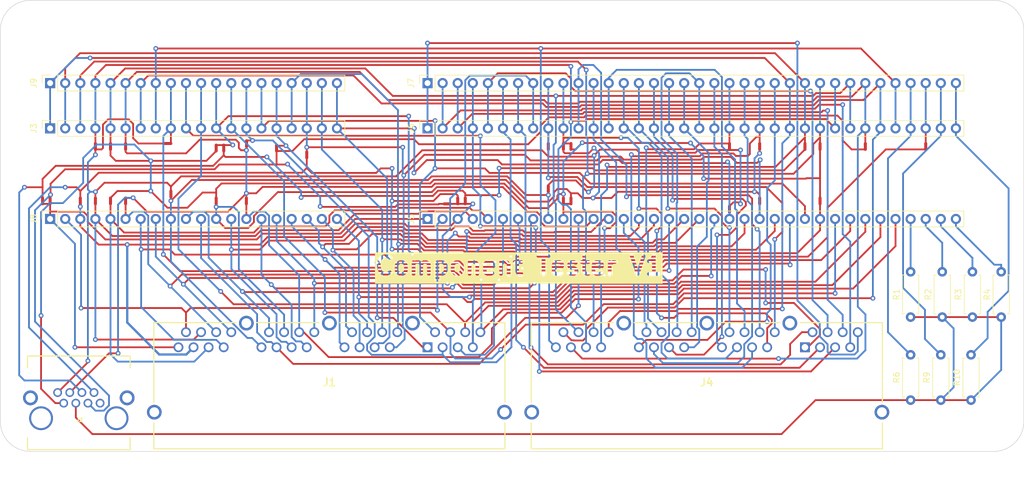
<source format=kicad_pcb>
(kicad_pcb (version 20241229) (generator "pcbnew") (generator_version "9.0")
  (title_block (title "HCP65 Component Tester") (date "2025-02-08") (rev "V0"))
  (layers (0 "F.Cu" signal) (2 "B.Cu" signal) (5 "F.SilkS" user "F.Silkscreen") (7 "B.SilkS" user "B.Silkscreen") (1 "F.Mask" user) (3 "B.Mask" user) (25 "Edge.Cuts" user))
  (net 0 "")
  (net 1 "/5V_{1}")
  (net 2 "/12V")
  (net 3 "/GND_{4}")
  (net 4 "/GND_{1}")
  (net 5 "/IO33")
  (net 6 "/IO30")
  (net 7 "/IO29")
  (net 8 "/IO23")
  (net 9 "/IO21")
  (net 10 "/IO25")
  (net 11 "/IO27")
  (net 12 "/IO39")
  (net 13 "/IO32")
  (net 16 "/IO6")
  (net 17 "/IO12")
  (net 19 "/IO10")
  (net 21 "/IO19")
  (net 22 "/IO15")
  (net 23 "/IO18")
  (net 24 "/IO16")
  (net 25 "/IO17")
  (net 26 "/IO14")
  (net 27 "/IO7")
  (net 28 "/IO1")
  (net 30 "/IO53")
  (net 31 "/IO62")
  (net 32 "/IO52")
  (net 33 "/IO48")
  (net 34 "/IO57")
  (net 36 "/IO45")
  (net 37 "/IO56")
  (net 38 "/IO60")
  (net 39 "/IO61")
  (net 40 "/IO42")
  (net 41 "/IO49")
  (net 42 "/IO51")
  (net 43 "/IO58")
  (net 44 "/IO59")
  (net 48 "/IO47")
  (net 49 "/IO46")
  (net 50 "/IO63")
  (net 51 "/IO40")
  (net 52 "/IO44")
  (net 53 "/IO50")
  (net 55 "Net-(J5-Pin_33)")
  (net 56 "Net-(J5-Pin_35)")
  (net 57 "Net-(J5-Pin_34)")
  (net 58 "Net-(J5-Pin_36)")
  (net 59 "Net-(J6-Pin_35)")
  (net 60 "Net-(J6-Pin_36)")
  (net 61 "Net-(J6-Pin_33)")
  (net 62 "/IO2")
  (net 63 "/IO13")
  (net 64 "/IO5")
  (net 65 "/IO31")
  (net 66 "/IO22")
  (net 67 "/IO4")
  (net 68 "/IO3")
  (net 69 "/IO9")
  (net 70 "/IO24")
  (net 71 "/IO8")
  (net 72 "/IO26")
  (net 73 "/IO11")
  (net 74 "/IO20")
  (net 75 "/IO0")
  (net 76 "/IO28")
  (net 77 "/GND_{2}")
  (net 78 "/5V_{3}")
  (net 79 "/5V_{2}")
  (net 80 "/GND_{3}")
  (net 81 "/IO34")
  (net 82 "/IO35")
  (net 83 "/IO36")
  (net 84 "/IO37")
  (net 85 "/IO38")
  (net 86 "/IO55")
  (net 87 "/IO54")
  (net 88 "/IO41")
  (net 89 "/IO43")
  (net 90 "Net-(J6-Pin_34)")
  (footprint "Resistor_THT:R_Axial_DIN0207_L6.3mm_D2.5mm_P7.62mm_Horizontal" (layer "F.Cu") (at 150.1 39.37 90)
    (property "Reference" "R2")
    (property "Value" "6.8KΩ")
  )
  (footprint "Resistor_THT:R_Axial_DIN0207_L6.3mm_D2.5mm_P7.62mm_Horizontal" (layer "F.Cu") (at 144.78 53.34 90)
    (property "Reference" "R6")
    (property "Value" "6.8KΩ")
  )
  (footprint "NetTie:NetTie-2_SMD_Pad0.5mm" (layer "F.Cu") (at 119.38 19.82 -90)
    (property "Reference" "NT26" (hide yes))
    (property "Value" "NetTie_2" (hide yes))
  )
  (footprint "Resistor_THT:R_Axial_DIN0207_L6.3mm_D2.5mm_P7.62mm_Horizontal" (layer "F.Cu") (at 144.78 39.37 90)
    (property "Reference" "R1")
    (property "Value" "6.8KΩ")
  )
  (footprint "NetTie:NetTie-2_SMD_Pad0.5mm" (layer "F.Cu") (at 83.82 10.66 -90)
    (property "Reference" "NT28" (hide yes))
    (property "Value" "NetTie_2" (hide yes))
  )
  (footprint "NetTie:NetTie-2_SMD_Pad0.5mm" (layer "F.Cu") (at 119.38 10.66 -90)
    (property "Reference" "NT32" (hide yes))
    (property "Value" "NetTie_2" (hide yes))
  )
  (footprint "Resistor_THT:R_Axial_DIN0207_L6.3mm_D2.5mm_P7.62mm_Horizontal" (layer "F.Cu") (at 155.18 39.37 90)
    (property "Reference" "R3")
    (property "Value" "6.8KΩ")
  )
  (footprint "NetTie:NetTie-2_SMD_Pad0.5mm" (layer "F.Cu") (at 5.08 19.82 -90)
    (property "Reference" "NT3" (hide yes))
    (property "Value" "NetTie_2" (hide yes))
  )
  (footprint "NetTie:NetTie-2_SMD_Pad0.5mm" (layer "F.Cu") (at 86.36 19.82 -90)
    (property "Reference" "NT24" (hide yes))
    (property "Value" "NetTie_2" (hide yes))
  )
  (footprint "NetTie:NetTie-2_SMD_Pad0.5mm" (layer "F.Cu") (at 87.63 19.82 -90)
    (property "Reference" "NT23" (hide yes))
    (property "Value" "NetTie_2" (hide yes))
  )
  (footprint "NetTie:NetTie-2_SMD_Pad0.5mm" (layer "F.Cu") (at 12.7 19.82 -90)
    (property "Reference" "NT6" (hide yes))
    (property "Value" "NetTie_2" (hide yes))
  )
  (footprint "Connector_PinSocket_2.54mm:PinSocket_1x36_P2.54mm_Vertical" (layer "F.Cu") (at 63.5 7.62 90)
    (property "Reference" "J6")
    (property "Value" "Conn_01x12_Socket")
  )
  (footprint "NetTie:NetTie-2_SMD_Pad0.5mm" (layer "F.Cu") (at -1.27 19.82 -90)
    (property "Reference" "NT1" (hide yes))
    (property "Value" "NetTie_2" (hide yes))
  )
  (footprint "NetTie:NetTie-2_SMD_Pad0.5mm" (layer "F.Cu") (at 27.94 10.93 -90)
    (property "Reference" "NT15" (hide yes))
    (property "Value" "NetTie_2" (hide yes))
  )
  (footprint "NetTie:NetTie-2_SMD_Pad0.5mm" (layer "F.Cu") (at 114.3 21.209 -90)
    (property "Reference" "NT25" (hide yes))
    (property "Value" "NetTie_2" (hide yes))
  )
  (footprint "Resistor_THT:R_Axial_DIN0207_L6.3mm_D2.5mm_P7.62mm_Horizontal" (layer "F.Cu") (at 149.86 53.34 90)
    (property "Reference" "R9")
    (property "Value" "6.8KΩ")
  )
  (footprint "SamacSys_Parts:63391672" (layer "F.Cu") (at 63.5 44.45)
    (property "Reference" "J1")
    (property "Value" "6339167-2" (hide yes))
  )
  (footprint "NetTie:NetTie-2_SMD_Pad0.5mm" (layer "F.Cu") (at 68.58 19.82 -90)
    (property "Reference" "NT21" (hide yes))
    (property "Value" "NetTie_2" (hide yes))
  )
  (footprint "NetTie:NetTie-2_SMD_Pad0.5mm" (layer "F.Cu") (at 10.16 19.82 -90)
    (property "Reference" "NT5" (hide yes))
    (property "Value" "NetTie_2" (hide yes))
  )
  (footprint "NetTie:NetTie-2_SMD_Pad0.5mm" (layer "F.Cu") (at 7.62 19.82 -90)
    (property "Reference" "NT4" (hide yes))
    (property "Value" "NetTie_2" (hide yes))
  )
  (footprint "NetTie:NetTie-2_SMD_Pad0.5mm" (layer "F.Cu") (at 147.32 10.66 -90)
    (property "Reference" "NT36" (hide yes))
    (property "Value" "NetTie_2" (hide yes))
  )
  (footprint "Connector_PinSocket_2.54mm:PinSocket_1x20_P2.54mm_Vertical" (layer "F.Cu") (at 0 22.86 90)
    (property "Reference" "J8")
    (property "Value" "Conn_01x12_Socket")
  )
  (footprint "Connector_PinSocket_2.54mm:PinSocket_1x36_P2.54mm_Vertical" (layer "F.Cu") (at 63.5 22.86 90)
    (property "Reference" "J5")
    (property "Value" "Conn_01x12_Socket")
  )
  (footprint "NetTie:NetTie-2_SMD_Pad0.5mm" (layer "F.Cu") (at 87.63 10.66 -90)
    (property "Reference" "NT30" (hide yes))
    (property "Value" "NetTie_2" (hide yes))
  )
  (footprint "NetTie:NetTie-2_SMD_Pad0.5mm" (layer "F.Cu") (at 33.054389 10.191589 -90)
    (property "Reference" "NT16" (hide yes))
    (property "Value" "NetTie_2" (hide yes))
  )
  (footprint "SamacSys_Parts:1-406541-1_1" (layer "F.Cu") (at -3.809 61.668)
    (property "Reference" "J2")
    (property "Value" "1-406541-1" (hide yes))
  )
  (footprint "Connector_PinSocket_2.54mm:PinSocket_1x36_P2.54mm_Vertical" (layer "F.Cu") (at 63.5 0 90)
    (property "Reference" "J7")
    (property "Value" "Conn_01x12_Socket")
  )
  (footprint "NetTie:NetTie-2_SMD_Pad0.5mm" (layer "F.Cu") (at 29.21 10.93 -90)
    (property "Reference" "NT14" (hide yes))
    (property "Value" "NetTie_2" (hide yes))
  )
  (footprint "Connector_PinSocket_2.54mm:PinSocket_1x20_P2.54mm_Vertical" (layer "F.Cu") (at 0 7.62 90)
    (property "Reference" "J3")
    (property "Value" "Conn_01x12_Socket")
  )
  (footprint "NetTie:NetTie-2_SMD_Pad0.5mm" (layer "F.Cu") (at 114.3 10.66 -90)
    (property "Reference" "NT31" (hide yes))
    (property "Value" "NetTie_2" (hide yes))
  )
  (footprint "NetTie:NetTie-2_SMD_Pad0.5mm" (layer "F.Cu") (at 83.82 17.78 -90)
    (property "Reference" "NT22" (hide yes))
    (property "Value" "NetTie_2" (hide yes))
  )
  (footprint "NetTie:NetTie-2_SMD_Pad0.5mm" (layer "F.Cu") (at 12.7 10.66 -90)
    (property "Reference" "NT12" (hide yes))
    (property "Value" "NetTie_2" (hide yes))
  )
  (footprint "NetTie:NetTie-2_SMD_Pad0.5mm" (layer "F.Cu") (at 0 19.82 -90)
    (property "Reference" "NT2" (hide yes))
    (property "Value" "NetTie_2" (hide yes))
  )
  (footprint "NetTie:NetTie-2_SMD_Pad0.5mm" (layer "F.Cu") (at 129.54 10.66 -90)
    (property "Reference" "NT34" (hide yes))
    (property "Value" "NetTie_2" (hide yes))
  )
  (footprint "NetTie:NetTie-2_SMD_Pad0.5mm" (layer "F.Cu") (at 127 10.66 -90)
    (property "Reference" "NT33" (hide yes))
    (property "Value" "NetTie_2" (hide yes))
  )
  (footprint "Resistor_THT:R_Axial_DIN0207_L6.3mm_D2.5mm_P7.62mm_Horizontal" (layer "F.Cu") (at 154.94 53.34 90)
    (property "Reference" "R10")
    (property "Value" "6.8KΩ")
  )
  (footprint "SamacSys_Parts:63391672" (layer "F.Cu") (at 127 44.45)
    (property "Reference" "J4")
    (property "Value" "6339167-2" (hide yes))
  )
  (footprint "NetTie:NetTie-2_SMD_Pad0.5mm" (layer "F.Cu") (at 19.82 10.16 180)
    (property "Reference" "NT13" (hide yes))
    (property "Value" "NetTie_2" (hide yes))
  )
  (footprint "Connector_PinSocket_2.54mm:PinSocket_1x20_P2.54mm_Vertical" (layer "F.Cu") (at 0 0 90)
    (property "Reference" "J9")
    (property "Value" "Conn_01x12_Socket")
  )
  (footprint "NetTie:NetTie-2_SMD_Pad0.5mm" (layer "F.Cu") (at 20.32 18.669 -90)
    (property "Reference" "NT7" (hide yes))
    (property "Value" "NetTie_2" (hide yes))
  )
  (footprint "NetTie:NetTie-2_SMD_Pad0.5mm" (layer "F.Cu") (at 33.02 19.82 -90)
    (property "Reference" "NT9" (hide yes))
    (property "Value" "NetTie_2" (hide yes))
  )
  (footprint "NetTie:NetTie-2_SMD_Pad0.5mm" (layer "F.Cu") (at 38.1 10.93 -90)
    (property "Reference" "NT17" (hide yes))
    (property "Value" "NetTie_2" (hide yes))
  )
  (footprint "NetTie:NetTie-2_SMD_Pad0.5mm" (layer "F.Cu") (at 43.18 12.065 -90)
    (property "Reference" "NT18" (hide yes))
    (property "Value" "NetTie_2" (hide yes))
  )
  (footprint "NetTie:NetTie-2_SMD_Pad0.5mm" (layer "F.Cu") (at 69.85 19.82 -90)
    (property "Reference" "NT19" (hide yes))
    (property "Value" "NetTie_2" (hide yes))
  )
  (footprint "NetTie:NetTie-2_SMD_Pad0.5mm" (layer "F.Cu") (at 7.62 10.66 -90)
    (property "Reference" "NT10" (hide yes))
    (property "Value" "NetTie_2" (hide yes))
  )
  (footprint "Resistor_THT:R_Axial_DIN0207_L6.3mm_D2.5mm_P7.62mm_Horizontal" (layer "F.Cu") (at 160.02 39.37 90)
    (property "Reference" "R4")
    (property "Value" "6.8KΩ")
  )
  (footprint "NetTie:NetTie-2_SMD_Pad0.5mm" (layer "F.Cu") (at 66.81 20.32)
    (property "Reference" "NT20" (hide yes))
    (property "Value" "NetTie_2" (hide yes))
  )
  (footprint "NetTie:NetTie-2_SMD_Pad0.5mm" (layer "F.Cu") (at 137.16 10.66 -90)
    (property "Reference" "NT35" (hide yes))
    (property "Value" "NetTie_2" (hide yes))
  )
  (footprint "NetTie:NetTie-2_SMD_Pad0.5mm" (layer "F.Cu") (at 86.36 10.66 -90)
    (property "Reference" "NT29" (hide yes))
    (property "Value" "NetTie_2" (hide yes))
  )
  (footprint "NetTie:NetTie-2_SMD_Pad0.5mm" (layer "F.Cu") (at 10.16 10.66 -90)
    (property "Reference" "NT11" (hide yes))
    (property "Value" "NetTie_2" (hide yes))
  )
  (footprint "NetTie:NetTie-2_SMD_Pad0.5mm" (layer "F.Cu") (at 129.54 19.82 -90)
    (property "Reference" "NT27" (hide yes))
    (property "Value" "NetTie_2" (hide yes))
  )
  (footprint "NetTie:NetTie-2_SMD_Pad0.5mm" (layer "F.Cu") (at 27.94 19.82 -90)
    (property "Reference" "NT8" (hide yes))
    (property "Value" "NetTie_2" (hide yes))
  )
  (gr_arc (start 158.75 -13.93) (mid 162.342102 -12.442102) (end 163.83 -8.85) (stroke (width 0.1)) (layer "Edge.Cuts"))
  (gr_line (start 158.749999 61.976) (end -3.302 61.976) (stroke (width 0.1)) (layer "Edge.Cuts"))
  (gr_line (start 163.829999 56.896001) (end 163.83 -8.85) (stroke (width 0.1)) (layer "Edge.Cuts"))
  (gr_line (start -3.301998 -13.93) (end 158.75 -13.93) (stroke (width 0.1)) (layer "Edge.Cuts"))
  (gr_line (start -8.382 56.896) (end -8.381998 -8.85) (stroke (width 0.1)) (layer "Edge.Cuts"))
  (gr_arc (start 163.829999 56.896001) (mid 162.342101 60.488102) (end 158.749999 61.976001) (stroke (width 0.1)) (layer "Edge.Cuts"))
  (gr_arc (start -3.302 61.976) (mid -6.894102 60.488102) (end -8.382 56.896) (stroke (width 0.1)) (layer "Edge.Cuts"))
  (gr_arc (start -8.381998 -8.85) (mid -6.8941 -12.442102) (end -3.301998 -13.93) (stroke (width 0.1)) (layer "Edge.Cuts"))
  (gr_text "Component Tester V1" (at 78.867 32.512 0) (layer "F.SilkS" knockout) (effects (font (size 3 3) (thickness 0.6) (bold yes)) (justify bottom)))
  (segment (start 42.486701 18.990099) (end 42.2332 19.2436) (width 0.3) (layer "F.Cu") (net 1))
  (segment (start 69.85 18.86) (end 75.5433 18.86) (width 0.3) (layer "F.Cu") (net 1))
  (segment (start 91.2865 14.3223) (end 75.5433 14.3223) (width 0.3) (layer "F.Cu") (net 1))
  (segment (start -1.27 16.129) (end -1.27 17.526) (width 0.3) (layer "F.Cu") (net 1))
  (segment (start 127 11.16) (end 123.481896 14.678104) (width 0.3) (layer "F.Cu") (net 1))
  (segment (start 123.481896 14.678104) (end 91.642304 14.678104) (width 0.3) (layer "F.Cu") (net 1))
  (segment (start -1.27 17.526) (end -4.318 17.526) (width 0.3) (layer "F.Cu") (net 1))
  (segment (start 65.280756 18.1) (end 64.390657 18.990099) (width 0.3) (layer "F.Cu") (net 1))
  (segment (start 29.21 12.1435) (end 29.21 11.43) (width 0.3) (layer "F.Cu") (net 1))
  (segment (start 29.21 12.1435) (end 27.4325 13.921) (width 0.3) (layer "F.Cu") (net 1))
  (segment (start 64.390657 18.990099) (end 42.486701 18.990099) (width 0.3) (layer "F.Cu") (net 1))
  (segment (start 29.21 12.1435) (end 29.49003 12.42353) (width 0.3) (layer "F.Cu") (net 1))
  (segment (start 27.4325 13.921) (end 0.938 13.921) (width 0.3) (layer "F.Cu") (net 1))
  (segment (start -1.27 17.526) (end -1.27 19.32) (width 0.3) (layer "F.Cu") (net 1))
  (segment (start 69.85 19.32) (end 69.85 18.86) (width 0.3) (layer "F.Cu") (net 1))
  (segment (start 91.642304 14.678104) (end 91.2865 14.3223) (width 0.3) (layer "F.Cu") (net 1))
  (segment (start 69.85 18.542) (end 69.408 18.1) (width 0.3) (layer "F.Cu") (net 1))
  (segment (start 0.938 13.921) (end -1.27 16.129) (width 0.3) (layer "F.Cu") (net 1))
  (segment (start 69.408 18.1) (end 65.280756 18.1) (width 0.3) (layer "F.Cu") (net 1))
  (segment (start 29.49003 12.42353) (end 36.47147 12.42353) (width 0.3) (layer "F.Cu") (net 1))
  (segment (start 69.85 18.86) (end 69.85 18.542) (width 0.3) (layer "F.Cu") (net 1))
  (via (at 75.5433 18.86) (size 0.8) (drill 0.4) (layers "F.Cu" "B.Cu") (net 1))
  (via (at 42.2332 19.2436) (size 0.8) (drill 0.4) (layers "F.Cu" "B.Cu") (net 1))
  (via (at 36.47147 12.42353) (size 0.8) (drill 0.4) (layers "F.Cu" "B.Cu") (net 1))
  (via (at -4.318 17.526) (size 0.8) (drill 0.4) (layers "F.Cu" "B.Cu") (net 1))
  (via (at 75.5433 14.3223) (size 0.8) (drill 0.4) (layers "F.Cu" "B.Cu") (net 1))
  (segment (start 42.2332 18.18526) (end 36.47147 12.42353) (width 0.3) (layer "B.Cu") (net 1))
  (segment (start 75.5433 18.86) (end 75.5433 14.3223) (width 0.3) (layer "B.Cu") (net 1))
  (segment (start 42.2332 19.2436) (end 42.2332 18.18526) (width 0.3) (layer "B.Cu") (net 1))
  (segment (start -5.2 18.408) (end -4.318 17.526) (width 0.3) (layer "B.Cu") (net 1))
  (segment (start 3.316 50.038) (end -4.318 50.038) (width 0.3) (layer "B.Cu") (net 1))
  (segment (start -5.2 49.156) (end -5.2 18.408) (width 0.3) (layer "B.Cu") (net 1))
  (segment (start 5.346 52.068) (end 3.316 50.038) (width 0.3) (layer "B.Cu") (net 1))
  (segment (start -4.318 50.038) (end -5.2 49.156) (width 0.3) (layer "B.Cu") (net 1))
  (segment (start 128.778 53.34) (end 123.063 59.055) (width 0.3) (layer "F.Cu") (net 3))
  (segment (start 144.78 53.34) (end 149.86 53.34) (width 0.3) (layer "F.Cu") (net 3))
  (segment (start 149.86 53.34) (end 154.94 53.34) (width 0.3) (layer "F.Cu") (net 3))
  (segment (start 144.78 39.37) (end 150.1 39.37) (width 0.3) (layer "F.Cu") (net 3))
  (segment (start 123.063 59.055) (end 7.112 59.055) (width 0.3) (layer "F.Cu") (net 3))
  (segment (start 7.112 59.055) (end 4.326 56.269) (width 0.3) (layer "F.Cu") (net 3))
  (segment (start 144.78 53.34) (end 128.778 53.34) (width 0.3) (layer "F.Cu") (net 3))
  (segment (start 155.18 39.37) (end 160.02 39.37) (width 0.3) (layer "F.Cu") (net 3))
  (segment (start 150.1 39.37) (end 155.18 39.37) (width 0.3) (layer "F.Cu") (net 3))
  (segment (start 4.326 56.269) (end 4.326 53.848) (width 0.3) (layer "F.Cu") (net 3))
  (segment (start 160.02 48.26) (end 154.94 53.34) (width 0.3) (layer "B.Cu") (net 3))
  (segment (start 160.02 39.37) (end 160.02 48.26) (width 0.3) (layer "B.Cu") (net 3))
  (segment (start 152.019 51.181) (end 149.86 53.34) (width 0.3) (layer "B.Cu") (net 3))
  (segment (start 150.1 39.37) (end 152.019 41.289) (width 0.3) (layer "B.Cu") (net 3))
  (segment (start 152.019 41.289) (end 152.019 51.181) (width 0.3) (layer "B.Cu") (net 3))
  (segment (start 99.187 11.7155) (end 108.5718 11.7155) (width 0.3) (layer "F.Cu") (net 4))
  (segment (start 13.97 6.858) (end 13.208 6.096) (width 0.3) (layer "F.Cu") (net 4))
  (segment (start 82.7558 11.303) (end 83.82 12.3672) (width 0.3) (layer "F.Cu") (net 4))
  (segment (start 8.652 11.16) (end 7.62 11.16) (width 0.3) (layer "F.Cu") (net 4))
  (segment (start 9.779 6.096) (end 8.89 6.985) (width 0.3) (layer "F.Cu") (net 4))
  (segment (start 13.97 9.271) (end 13.97 6.858) (width 0.3) (layer "F.Cu") (net 4))
  (segment (start 92.501438 11.1989) (end 98.6704 11.1989) (width 0.3) (layer "F.Cu") (net 4))
  (segment (start 22.026 15.693) (end 58.2078 15.693) (width 0.3) (layer "F.Cu") (net 4))
  (segment (start 83.82 17.28) (end 83.82 17.145) (width 0.3) (layer "F.Cu") (net 4))
  (segment (start 19.685 16.764) (end 20.32 17.399) (width 0.3) (layer "F.Cu") (net 4))
  (segment (start 83.8328 12.38) (end 91.320338 12.38) (width 0.3) (layer "F.Cu") (net 4))
  (segment (start 91.320338 12.38) (end 91.533838 12.1665) (width 0.3) (layer "F.Cu") (net 4))
  (segment (start 84.582 16.383) (end 88.460756 16.383) (width 0.3) (layer "F.Cu") (net 4))
  (segment (start 20.32 17.399) (end 20.32 18.169) (width 0.3) (layer "F.Cu") (net 4))
  (segment (start 13.208 6.096) (end 9.779 6.096) (width 0.3) (layer "F.Cu") (net 4))
  (segment (start 91.533838 12.1665) (end 92.501438 11.1989) (width 0.3) (layer "F.Cu") (net 4))
  (segment (start 114.3 20.709) (end 114.943 20.066) (width 0.3) (layer "F.Cu") (net 4))
  (segment (start 108.5718 11.7155) (end 109.0292 11.2581) (width 0.3) (layer "F.Cu") (net 4))
  (segment (start 114.3 11.16) (end 114.3 11.2581) (width 0.3) (layer "F.Cu") (net 4))
  (segment (start 98.6704 11.1989) (end 99.187 11.7155) (width 0.3) (layer "F.Cu") (net 4))
  (segment (start 62.5978 11.303) (end 82.7558 11.303) (width 0.3) (layer "F.Cu") (net 4))
  (segment (start 7.62 11.16) (end 7.62 12.065) (width 0.3) (layer "F.Cu") (net 4))
  (segment (start 114.3 11.2581) (end 116.1563 11.2581) (width 0.3) (layer "F.Cu") (net 4))
  (segment (start 88.460756 16.383) (end 90.411456 18.3337) (width 0.3) (layer "F.Cu") (net 4))
  (segment (start 83.82 17.145) (end 84.582 16.383) (width 0.3) (layer "F.Cu") (net 4))
  (segment (start 1.266 52.068) (end 6.354 46.98) (width 0.3) (layer "F.Cu") (net 4))
  (segment (start 9.144 16.764) (end 19.685 16.764) (width 0.3) (layer "F.Cu") (net 4))
  (segment (start 115.9023 20.066) (end 116.1563 20.32) (width 0.3) (layer "F.Cu") (net 4))
  (segment (start 20.32 17.399) (end 22.026 15.693) (width 0.3) (layer "F.Cu") (net 4))
  (segment (start 109.0292 11.2581) (end 114.3 11.2581) (width 0.3) (layer "F.Cu") (net 4))
  (segment (start 8.89 10.922) (end 8.652 11.16) (width 0.3) (layer "F.Cu") (net 4))
  (segment (start 6.354 46.98) (end 6.354 46.736) (width 0.3) (layer "F.Cu") (net 4))
  (segment (start 114.943 20.066) (end 115.9023 20.066) (width 0.3) (layer "F.Cu") (net 4))
  (segment (start 83.82 12.3672) (end 83.8328 12.38) (width 0.3) (layer "F.Cu") (net 4))
  (segment (start 58.2078 15.693) (end 62.5978 11.303) (width 0.3) (layer "F.Cu") (net 4))
  (segment (start 19.32 10.16) (end 14.859 10.16) (width 0.3) (layer "F.Cu") (net 4))
  (segment (start 90.411456 18.3337) (end 90.5789 18.3337) (width 0.3) (layer "F.Cu") (net 4))
  (segment (start 9.144 16.764) (end 7.62 18.288) (width 0.3) (layer "F.Cu") (net 4))
  (segment (start 7.62 18.288) (end 7.62 19.32) (width 0.3) (layer "F.Cu") (net 4))
  (segment (start 14.859 10.16) (end 13.97 9.271) (width 0.3) (layer "F.Cu") (net 4))
  (segment (start 83.82 11.16) (end 83.82 12.3672) (width 0.3) (layer "F.Cu") (net 4))
  (segment (start 8.89 6.985) (end 8.89 10.922) (width 0.3) (layer "F.Cu") (net 4))
  (via (at 6.354 46.736) (size 0.8) (drill 0.4) (layers "F.Cu" "B.Cu") (net 4))
  (via (at 90.5789 18.3337) (size 0.8) (drill 0.4) (layers "F.Cu" "B.Cu") (net 4))
  (via (at 116.1563 20.32) (size 0.8) (drill 0.4) (layers "F.Cu" "B.Cu") (net 4))
  (via (at 116.1563 11.2581) (size 0.8) (drill 0.4) (layers "F.Cu" "B.Cu") (net 4))
  (via (at 7.62 12.065) (size 0.8) (drill 0.4) (layers "F.Cu" "B.Cu") (net 4))
  (via (at 7.62 18.288) (size 0.8) (drill 0.4) (layers "F.Cu" "B.Cu") (net 4))
  (via (at 91.533838 12.1665) (size 0.8) (drill 0.4) (layers "F.Cu" "B.Cu") (net 4))
  (segment (start 6.731 18.288) (end 6.354 18.665) (width 0.3) (layer "B.Cu") (net 4))
  (segment (start 7.62 18.288) (end 6.731 18.288) (width 0.3) (layer "B.Cu") (net 4))
  (segment (start 91.5374 17.3752) (end 90.5789 18.3337) (width 0.3) (layer "B.Cu") (net 4))
  (segment (start 6.731 18.288) (end 6.354 17.911) (width 0.3) (layer "B.Cu") (net 4))
  (segment (start 116.1563 11.2581) (end 116.1563 20.32) (width 0.3) (layer "B.Cu") (net 4))
  (segment (start 91.5374 12.170062) (end 91.5374 17.3752) (width 0.3) (layer "B.Cu") (net 4))
  (segment (start 6.354 17.911) (end 6.354 13.331) (width 0.3) (layer "B.Cu") (net 4))
  (segment (start 91.533838 12.1665) (end 91.5374 12.170062) (width 0.3) (layer "B.Cu") (net 4))
  (segment (start 6.354 13.331) (end 7.62 12.065) (width 0.3) (layer "B.Cu") (net 4))
  (segment (start 6.354 18.665) (end 6.354 46.736) (width 0.3) (layer "B.Cu") (net 4))
  (segment (start 89.3937 3.7218) (end 128.4643 3.7218) (width 0.3) (layer "F.Cu") (net 5))
  (segment (start 136.8507 2.8493) (end 139.7 0) (width 0.3) (layer "F.Cu") (net 5))
  (segment (start 90.17 42.799) (end 89.662 43.307) (width 0.3) (layer "F.Cu") (net 5))
  (segment (start 55.753 3.429) (end 82.8759 3.429) (width 0.3) (layer "F.Cu") (net 5))
  (segment (start 83.4596 4.0127) (end 89.1028 4.0127) (width 0.3) (layer "F.Cu") (net 5))
  (segment (start 106.648464 36.195) (end 105.070564 37.7729) (width 0.3) (layer "F.Cu") (net 5))
  (segment (start 89.1028 4.0127) (end 89.3937 3.7218) (width 0.3) (layer "F.Cu") (net 5))
  (segment (start 88.150116 43.307) (end 88.117116 43.274) (width 0.3) (layer "F.Cu") (net 5))
  (segment (start 93.8395 37.7729) (end 90.17 41.4424) (width 0.3) (layer "F.Cu") (net 5))
  (segment (start 89.662 43.307) (end 88.150116 43.307) (width 0.3) (layer "F.Cu") (net 5))
  (segment (start 90.17 41.4424) (end 90.17 42.799) (width 0.3) (layer "F.Cu") (net 5))
  (segment (start 129.3368 2.8493) (end 136.8507 2.8493) (width 0.3) (layer "F.Cu") (net 5))
  (segment (start 87.724 43.274) (end 86.36 41.91) (width 0.3) (layer "F.Cu") (net 5))
  (segment (start 16.5242 -1.2842) (end 51.0398 -1.2842) (width 0.3) (layer "F.Cu") (net 5))
  (segment (start 128.4643 3.7218) (end 129.3368 2.8493) (width 0.3) (layer "F.Cu") (net 5))
  (segment (start 138.43 36.195) (end 106.648464 36.195) (width 0.3) (layer "F.Cu") (net 5))
  (segment (start 105.070564 37.7729) (end 93.8395 37.7729) (width 0.3) (layer "F.Cu") (net 5))
  (segment (start 15.24 0) (end 16.5242 -1.2842) (width 0.3) (layer "F.Cu") (net 5))
  (segment (start 82.8759 3.429) (end 83.4596 4.0127) (width 0.3) (layer "F.Cu") (net 5))
  (segment (start 51.0398 -1.2842) (end 55.753 3.429) (width 0.3) (layer "F.Cu") (net 5))
  (segment (start 88.117116 43.274) (end 87.724 43.274) (width 0.3) (layer "F.Cu") (net 5))
  (via (at 138.43 36.195) (size 0.8) (drill 0.4) (layers "F.Cu" "B.Cu") (net 5))
  (segment (start 139.7 8.2408) (end 138.43 9.5108) (width 0.3) (layer "B.Cu") (net 5))
  (segment (start 15.24 7.62) (end 15.24 0) (width 0.3) (layer "B.Cu") (net 5))
  (segment (start 139.7 7.62) (end 139.7 0) (width 0.3) (layer "B.Cu") (net 5))
  (segment (start 138.43 9.5108) (end 138.43 36.195) (width 0.3) (layer "B.Cu") (net 5))
  (segment (start 88.109076 34.9329) (end 105.449832 34.9329) (width 0.3) (layer "F.Cu") (net 6))
  (segment (start 22.86 7.62) (end 24.1017 8.8617) (width 0.3) (layer "F.Cu") (net 6))
  (segment (start 71.12 40.132) (end 73.7748 37.4772) (width 0.3) (layer "F.Cu") (net 6))
  (segment (start 131.61 33.998) (end 139.7 25.908) (width 0.3) (layer "F.Cu") (net 6))
  (segment (start 71.12 44.45) (end 71.12 40.132) (width 0.3) (layer "F.Cu") (net 6))
  (segment (start 24.1017 8.8617) (end 72.36171 8.8617) (width 0.3) (layer "F.Cu") (net 6))
  (segment (start 106.384732 33.998) (end 131.61 33.998) (width 0.3) (layer "F.Cu") (net 6))
  (segment (start 72.36171 8.8617) (end 72.39 8.88999) (width 0.3) (layer "F.Cu") (net 6))
  (segment (start 85.564776 37.4772) (end 88.109076 34.9329) (width 0.3) (layer "F.Cu") (net 6))
  (segment (start 105.449832 34.9329) (end 106.384732 33.998) (width 0.3) (layer "F.Cu") (net 6))
  (segment (start 139.7 25.908) (end 139.7 22.86) (width 0.3) (layer "F.Cu") (net 6))
  (segment (start 73.7748 37.4772) (end 85.564776 37.4772) (width 0.3) (layer "F.Cu") (net 6))
  (via (at 72.39 8.88999) (size 0.8) (drill 0.4) (layers "F.Cu" "B.Cu") (net 6))
  (segment (start 71.3365 36.39344) (end 71.3365 28.75) (width 0.3) (layer "B.Cu") (net 6))
  (segment (start 71.12 44.45) (end 71.12 36.60994) (width 0.3) (layer "B.Cu") (net 6))
  (segment (start 74.93 19.7067) (end 72.39 17.1667) (width 0.3) (layer "B.Cu") (net 6))
  (segment (start 74.93 25.1565) (end 74.93 19.7067) (width 0.3) (layer "B.Cu") (net 6))
  (segment (start 71.3365 28.75) (end 74.93 25.1565) (width 0.3) (layer "B.Cu") (net 6))
  (segment (start 22.86 7.62) (end 22.86 0) (width 0.3) (layer "B.Cu") (net 6))
  (segment (start 72.39 17.1667) (end 72.39 8.88999) (width 0.3) (layer "B.Cu") (net 6))
  (segment (start 71.12 36.60994) (end 71.3365 36.39344) (width 0.3) (layer "B.Cu") (net 6))
  (segment (start 69.8108 41.8708) (end 69.8108 40.2982) (width 0.3) (layer "F.Cu") (net 7))
  (segment (start 137.16 25.019) (end 137.16 22.86) (width 0.3) (layer "F.Cu") (net 7))
  (segment (start 128.761 33.418) (end 137.16 25.019) (width 0.3) (layer "F.Cu") (net 7))
  (segment (start 69.8108 40.2982) (end 66.7236 37.211) (width 0.3) (layer "F.Cu") (net 7))
  (segment (start 85.324532 36.8972) (end 87.868832 34.3529) (width 0.3) (layer "F.Cu") (net 7))
  (segment (start 105.209588 34.3529) (end 106.144488 33.418) (width 0.3) (layer "F.Cu") (net 7))
  (segment (start 30.860994 37.211) (end 28.701996 35.052002) (width 0.3) (layer "F.Cu") (net 7))
  (segment (start 73.2118 36.8972) (end 85.324532 36.8972) (width 0.3) (layer "F.Cu") (net 7))
  (segment (start 87.868832 34.3529) (end 105.209588 34.3529) (width 0.3) (layer "F.Cu") (net 7))
  (segment (start 69.8108 40.2982) (end 73.2118 36.8972) (width 0.3) (layer "F.Cu") (net 7))
  (segment (start 106.144488 33.418) (end 128.761 33.418) (width 0.3) (layer "F.Cu") (net 7))
  (segment (start 66.7236 37.211) (end 30.860994 37.211) (width 0.3) (layer "F.Cu") (net 7))
  (via (at 28.701996 35.052002) (size 0.8) (drill 0.4) (layers "F.Cu" "B.Cu") (net 7))
  (segment (start 21.59 19.431) (end 21.59 27.940006) (width 0.3) (layer "B.Cu") (net 7))
  (segment (start 25.4 15.621) (end 21.59 19.431) (width 0.3) (layer "B.Cu") (net 7))
  (segment (start 25.4 7.62) (end 25.4 0) (width 0.3) (layer "B.Cu") (net 7))
  (segment (start 21.59 27.940006) (end 28.701996 35.052002) (width 0.3) (layer "B.Cu") (net 7))
  (segment (start 25.4 7.62) (end 25.4 15.621) (width 0.3) (layer "B.Cu") (net 7))
  (segment (start 62.910818 28.1442) (end 61.816818 27.0502) (width 0.3) (layer "F.Cu") (net 8))
  (segment (start 58.70218 27.0502) (end 58.642018 27.110362) (width 0.3) (layer "F.Cu") (net 8))
  (segment (start 103.071932 28.0398) (end 103.066832 28.0449) (width 0.3) (layer "F.Cu") (net 8))
  (segment (start 69.504152 28.1442) (end 62.910818 28.1442) (width 0.3) (layer "F.Cu") (net 8))
  (segment (start 78.042224 28.3372) (end 69.697152 28.3372) (width 0.3) (layer "F.Cu") (net 8))
  (segment (start 118.7722 28.0398) (end 103.071932 28.0398) (width 0.3) (layer "F.Cu") (net 8))
  (segment (start 102.659124 28.0449) (end 102.082524 28.6215) (width 0.3) (layer "F.Cu") (net 8))
  (segment (start 78.326524 28.6215) (end 78.042224 28.3372) (width 0.3) (layer "F.Cu") (net 8))
  (segment (start 61.816818 27.0502) (end 58.70218 27.0502) (width 0.3) (layer "F.Cu") (net 8))
  (segment (start 121.92 24.892) (end 118.7722 28.0398) (width 0.3) (layer "F.Cu") (net 8))
  (segment (start 121.92 22.86) (end 121.92 24.892) (width 0.3) (layer "F.Cu") (net 8))
  (segment (start 103.066832 28.0449) (end 102.659124 28.0449) (width 0.3) (layer "F.Cu") (net 8))
  (segment (start 69.697152 28.3372) (end 69.504152 28.1442) (width 0.3) (layer "F.Cu") (net 8))
  (segment (start 102.082524 28.6215) (end 78.326524 28.6215) (width 0.3) (layer "F.Cu") (net 8))
  (via (at 58.642018 27.110362) (size 0.8) (drill 0.4) (layers "F.Cu" "B.Cu") (net 8))
  (segment (start 58.528 4.553) (end 58.528 26.996344) (width 0.3) (layer "B.Cu") (net 8))
  (segment (start 42.164 -1.524) (end 52.451 -1.524) (width 0.3) (layer "B.Cu") (net 8))
  (segment (start 58.528 26.996344) (end 58.642018 27.110362) (width 0.3) (layer "B.Cu") (net 8))
  (segment (start 58.5264 27.22598) (end 58.642018 27.110362) (width 0.3) (layer "B.Cu") (net 8))
  (segment (start 58.5264 41.8036) (end 58.5264 27.22598) (width 0.3) (layer "B.Cu") (net 8))
  (segment (start 52.451 -1.524) (end 58.528 4.553) (width 0.3) (layer "B.Cu") (net 8))
  (segment (start 40.64 7.62) (end 40.64 0) (width 0.3) (layer "B.Cu") (net 8))
  (segment (start 40.64 0) (end 42.164 -1.524) (width 0.3) (layer "B.Cu") (net 8))
  (segment (start 63.151062 27.5642) (end 62.055362 26.4685) (width 0.3) (layer "F.Cu") (net 9))
  (segment (start 102.41888 27.4649) (end 101.84398 28.0398) (width 0.3) (layer "F.Cu") (net 9))
  (segment (start 78.282468 27.7572) (end 69.937396 27.7572) (width 0.3) (layer "F.Cu") (net 9))
  (segment (start 69.744396 27.5642) (end 63.151062 27.5642) (width 0.3) (layer "F.Cu") (net 9))
  (segment (start 114.6549 27.4581) (end 102.833388 27.4581) (width 0.3) (layer "F.Cu") (net 9))
  (segment (start 58.999696 26.2801) (end 55.971916 26.2801) (width 0.3) (layer "F.Cu") (net 9))
  (segment (start 62.055362 26.4685) (end 59.188096 26.4685) (width 0.3) (layer "F.Cu") (net 9))
  (segment (start 55.971916 26.2801) (end 55.874708 26.377308) (width 0.3) (layer "F.Cu") (net 9))
  (segment (start 102.826588 27.4649) (end 102.41888 27.4649) (width 0.3) (layer "F.Cu") (net 9))
  (segment (start 116.84 25.273) (end 114.6549 27.4581) (width 0.3) (layer "F.Cu") (net 9))
  (segment (start 69.937396 27.7572) (end 69.744396 27.5642) (width 0.3) (layer "F.Cu") (net 9))
  (segment (start 116.84 22.86) (end 116.84 25.273) (width 0.3) (layer "F.Cu") (net 9))
  (segment (start 102.833388 27.4581) (end 102.826588 27.4649) (width 0.3) (layer "F.Cu") (net 9))
  (segment (start 59.188096 26.4685) (end 58.999696 26.2801) (width 0.3) (layer "F.Cu") (net 9))
  (segment (start 78.565068 28.0398) (end 78.282468 27.7572) (width 0.3) (layer "F.Cu") (net 9))
  (segment (start 101.84398 28.0398) (end 78.565068 28.0398) (width 0.3) (layer "F.Cu") (net 9))
  (via (at 55.874708 26.377308) (size 0.8) (drill 0.4) (layers "F.Cu" "B.Cu") (net 9))
  (segment (start 45.72 11.176) (end 55.874708 21.330708) (width 0.3) (layer "B.Cu") (net 9))
  (segment (start 55.874708 21.330708) (end 55.874708 26.377308) (width 0.3) (layer "B.Cu") (net 9))
  (segment (start 45.72 7.62) (end 45.72 11.176) (width 0.3) (layer "B.Cu") (net 9))
  (segment (start 55.8747 26.377316) (end 55.874708 26.377308) (width 0.3) (layer "B.Cu") (net 9))
  (segment (start 45.72 7.62) (end 45.72 0) (width 0.3) (layer "B.Cu") (net 9))
  (segment (start 55.8747 41.5909) (end 55.8747 26.377316) (width 0.3) (layer "B.Cu") (net 9))
  (segment (start 35.56 7.62) (end 36.8238 6.3562) (width 0.3) (layer "F.Cu") (net 10))
  (segment (start 127 22.86) (end 127 20.701) (width 0.3) (layer "F.Cu") (net 10))
  (segment (start 73.914 15.113) (end 73.152006 14.351006) (width 0.3) (layer "F.Cu") (net 10))
  (segment (start 90.9036 16.912) (end 89.1046 15.113) (width 0.3) (layer "F.Cu") (net 10))
  (segment (start 123.211 16.912) (end 90.9036 16.912) (width 0.3) (layer "F.Cu") (net 10))
  (segment (start 127 20.701) (end 123.211 16.912) (width 0.3) (layer "F.Cu") (net 10))
  (segment (start 73.152006 14.351006) (end 64.77 14.351006) (width 0.3) (layer "F.Cu") (net 10))
  (segment (start 64.7364 6.3562) (end 64.77 6.3226) (width 0.3) (layer "F.Cu") (net 10))
  (segment (start 36.8238 6.3562) (end 64.7364 6.3562) (width 0.3) (layer "F.Cu") (net 10))
  (segment (start 89.1046 15.113) (end 73.914 15.113) (width 0.3) (layer "F.Cu") (net 10))
  (via (at 64.77 6.3226) (size 0.8) (drill 0.4) (layers "F.Cu" "B.Cu") (net 10))
  (via (at 64.77 14.351006) (size 0.8) (drill 0.4) (layers "F.Cu" "B.Cu") (net 10))
  (segment (start 64.5469 41.6869) (end 62.23 39.37) (width 0.3) (layer "B.Cu") (net 10))
  (segment (start 35.56 7.62) (end 35.56 0) (width 0.3) (layer "B.Cu") (net 10))
  (segment (start 62.23 16.891006) (end 64.77 14.351006) (width 0.3) (layer "B.Cu") (net 10))
  (segment (start 64.77 6.3226) (end 64.77 14.351006) (width 0.3) (layer "B.Cu") (net 10))
  (segment (start 62.23 39.37) (end 62.23 16.891006) (width 0.3) (layer "B.Cu") (net 10))
  (segment (start 80.01 40.64) (end 89.6969 40.64) (width 0.3) (layer "F.Cu") (net 11))
  (segment (start 93.144 37.1929) (end 104.83032 37.1929) (width 0.3) (layer "F.Cu") (net 11))
  (segment (start 67.31 41.91) (end 64.008 38.608) (width 0.3) (layer "F.Cu") (net 11))
  (segment (start 106.64522 35.378) (end 132.08 35.378) (width 0.3) (layer "F.Cu") (net 11))
  (segment (start 104.83032 37.1929) (end 106.64522 35.378) (width 0.3) (layer "F.Cu") (net 11))
  (segment (start 64.008 38.608) (end 46.228 38.608) (width 0.3) (layer "F.Cu") (net 11))
  (segment (start 89.6969 40.64) (end 93.144 37.1929) (width 0.3) (layer "F.Cu") (net 11))
  (segment (start 75.819 44.831) (end 80.01 40.64) (width 0.3) (layer "F.Cu") (net 11))
  (via (at 132.08 35.378) (size 0.8) (drill 0.4) (layers "F.Cu" "B.Cu") (net 11))
  (via (at 46.228 38.608) (size 0.8) (drill 0.4) (layers "F.Cu" "B.Cu") (net 11))
  (via (at 75.819 44.831) (size 0.8) (drill 0.4) (layers "F.Cu" "B.Cu") (net 11))
  (segment (start 30.48 7.62) (end 30.48 0) (width 0.3) (layer "B.Cu") (net 11))
  (segment (start 74.3165 46.3335) (end 75.819 44.831) (width 0.3) (layer "B.Cu") (net 11))
  (segment (start 67.3633 41.9633) (end 67.3633 45.5193) (width 0.3) (layer "B.Cu") (net 11))
  (segment (start 67.3633 45.5193) (end 68.1775 46.3335) (width 0.3) (layer "B.Cu") (net 11))
  (segment (start 132.08 35.378) (end 132.08 22.86) (width 0.3) (layer "B.Cu") (net 11))
  (segment (start 39.37 25.781) (end 46.228 32.639) (width 0.3) (layer "B.Cu") (net 11))
  (segment (start 39.37 16.51) (end 39.37 25.781) (width 0.3) (layer "B.Cu") (net 11))
  (segment (start 30.48 7.62) (end 39.37 16.51) (width 0.3) (layer "B.Cu") (net 11))
  (segment (start 46.228 32.639) (end 46.228 38.608) (width 0.3) (layer "B.Cu") (net 11))
  (segment (start 68.1775 46.3335) (end 74.3165 46.3335) (width 0.3) (layer "B.Cu") (net 11))
  (segment (start 124.46 0) (end 120.2366 -4.2234) (width 0.3) (layer "F.Cu") (net 12))
  (segment (start 120.2366 -4.2234) (end 6.731 -4.2234) (width 0.3) (layer "F.Cu") (net 12))
  (segment (start 105.680208 37.9835) (end 105.310808 38.3529) (width 0.3) (layer "F.Cu") (net 12))
  (segment (start 105.310808 38.3529) (end 95.8861 38.3529) (width 0.3) (layer "F.Cu") (net 12))
  (segment (start 95.8861 38.3529) (end 93.98 40.259) (width 0.3) (layer "F.Cu") (net 12))
  (segment (start 123.1897 37.9835) (end 105.680208 37.9835) (width 0.3) (layer "F.Cu") (net 12))
  (segment (start 93.98 40.259) (end 93.98 41.91) (width 0.3) (layer "F.Cu") (net 12))
  (via (at 123.1897 37.9835) (size 0.8) (drill 0.4) (layers "F.Cu" "B.Cu") (net 12))
  (via (at 6.731 -4.2234) (size 0.8) (drill 0.4) (layers "F.Cu" "B.Cu") (net 12))
  (segment (start 124.46 8.8617) (end 123.1897 10.132) (width 0.3) (layer "B.Cu") (net 12))
  (segment (start 124.46 0) (end 124.46 7.62) (width 0.3) (layer "B.Cu") (net 12))
  (segment (start 4.2234 -4.2234) (end 6.731 -4.2234) (width 0.3) (layer "B.Cu") (net 12))
  (segment (start 0 0) (end 4.2234 -4.2234) (width 0.3) (layer "B.Cu") (net 12))
  (segment (start 123.1897 10.132) (end 123.1897 37.9835) (width 0.3) (layer "B.Cu") (net 12))
  (segment (start 0 7.62) (end 0 0) (width 0.3) (layer "B.Cu") (net 12))
  (segment (start 124.46 7.62) (end 124.46 8.8617) (width 0.3) (layer "B.Cu") (net 12))
  (segment (start 17.78 -5.819) (end 82.55 -5.819) (width 0.3) (layer "F.Cu") (net 13))
  (segment (start 142.24 0) (end 136.421 -5.819) (width 0.3) (layer "F.Cu") (net 13))
  (segment (start 136.421 -5.819) (end 82.55 -5.819) (width 0.3) (layer "F.Cu") (net 13))
  (via (at 82.55 -5.819) (size 0.8) (drill 0.4) (layers "F.Cu" "B.Cu") (net 13))
  (via (at 17.78 -5.819) (size 0.8) (drill 0.4) (layers "F.Cu" "B.Cu") (net 13))
  (segment (start 17.78 0) (end 17.78 -5.819) (width 0.3) (layer "B.Cu") (net 13))
  (segment (start 82.55 26.4399) (end 82.55 -5.819) (width 0.3) (layer "B.Cu") (net 13))
  (segment (start 85.09 44.45) (end 83.9588 43.3188) (width 0.3) (layer "B.Cu") (net 13))
  (segment (start 83.9588 43.3188) (end 83.9588 27.8487) (width 0.3) (layer "B.Cu") (net 13))
  (segment (start 83.9588 27.8487) (end 82.55 26.4399) (width 0.3) (layer "B.Cu") (net 13))
  (segment (start 142.24 0) (end 142.24 7.62) (width 0.3) (layer "B.Cu") (net 13))
  (segment (start 17.78 7.62) (end 17.78 0) (width 0.3) (layer "B.Cu") (net 13))
  (segment (start 68.78512 29.8859) (end 57.3179 29.8859) (width 0.3) (layer "F.Cu") (net 16))
  (segment (start 76.929476 31.416) (end 76.435438 30.921962) (width 0.3) (layer "F.Cu") (net 16))
  (segment (start 76.435438 30.921962) (end 69.821182 30.921962) (width 0.3) (layer "F.Cu") (net 16))
  (segment (start 20.984 28.858) (end 20.114998 27.988998) (width 0.3) (layer "F.Cu") (net 16))
  (segment (start 57.3179 29.8859) (end 56.29 28.858) (width 0.3) (layer "F.Cu") (net 16))
  (segment (start 79.4563 31.1583) (end 79.1986 31.416) (width 0.3) (layer "F.Cu") (net 16))
  (segment (start 56.29 28.858) (end 20.984 28.858) (width 0.3) (layer "F.Cu") (net 16))
  (segment (start 20.114998 27.988998) (end 15.318002 27.988998) (width 0.3) (layer "F.Cu") (net 16))
  (segment (start 79.1986 31.416) (end 76.929476 31.416) (width 0.3) (layer "F.Cu") (net 16))
  (segment (start 69.821182 30.921962) (end 68.78512 29.8859) (width 0.3) (layer "F.Cu") (net 16))
  (via (at 79.4563 31.1583) (size 0.8) (drill 0.4) (layers "F.Cu" "B.Cu") (net 16))
  (via (at 15.318002 27.988998) (size 0.8) (drill 0.4) (layers "F.Cu" "B.Cu") (net 16))
  (segment (start 78.74 22.86) (end 78.74 24.1017) (width 0.3) (layer "B.Cu") (net 16))
  (segment (start 78.9901 30.6921) (end 78.9901 24.3518) (width 0.3) (layer "B.Cu") (net 16))
  (segment (start 78.9901 24.3518) (end 78.74 24.1017) (width 0.3) (layer "B.Cu") (net 16))
  (segment (start 27.9568 43.1968) (end 20.8448 43.1968) (width 0.3) (layer "B.Cu") (net 16))
  (segment (start 15.24 22.86) (end 15.24 27.910996) (width 0.3) (layer "B.Cu") (net 16))
  (segment (start 15.318002 37.670002) (end 15.318002 27.988998) (width 0.3) (layer "B.Cu") (net 16))
  (segment (start 15.24 27.910996) (end 15.318002 27.988998) (width 0.3) (layer "B.Cu") (net 16))
  (segment (start 29.21 44.45) (end 27.9568 43.1968) (width 0.3) (layer "B.Cu") (net 16))
  (segment (start 79.4563 31.1583) (end 78.9901 30.6921) (width 0.3) (layer "B.Cu") (net 16))
  (segment (start 20.8448 43.1968) (end 15.318002 37.670002) (width 0.3) (layer "B.Cu") (net 16))
  (segment (start 91.0199 25.044) (end 84.874072 25.044) (width 0.3) (layer "F.Cu") (net 17))
  (segment (start 51.72491 24.2225) (end 49.44341 26.504) (width 0.3) (layer "F.Cu") (net 17))
  (segment (start 59.402828 24.2225) (end 51.72491 24.2225) (width 0.3) (layer "F.Cu") (net 17))
  (segment (start 73.0742 24.8504) (end 71.1562 24.8504) (width 0.3) (layer "F.Cu") (net 17))
  (segment (start 59.903628 24.7233) (end 59.402828 24.2225) (width 0.3) (layer "F.Cu") (net 17))
  (segment (start 73.1658 24.7588) (end 73.0742 24.8504) (width 0.3) (layer "F.Cu") (net 17))
  (segment (start 71.1562 24.8504) (end 70.4495 24.1437) (width 0.3) (layer "F.Cu") (net 17))
  (segment (start 49.44341 26.504) (end 36.800244 26.504) (width 0.3) (layer "F.Cu") (net 17))
  (segment (start 93.2039 22.86) (end 91.0199 25.044) (width 0.3) (layer "F.Cu") (net 17))
  (segment (start 79.875321 25.1312) (end 79.502921 24.7588) (width 0.3) (layer "F.Cu") (net 17))
  (segment (start 35.286244 28.018) (end 30.4997 28.018) (width 0.3) (layer "F.Cu") (net 17))
  (segment (start 68.116544 24.1437) (end 67.536944 24.7233) (width 0.3) (layer "F.Cu") (net 17))
  (segment (start 84.874072 25.044) (end 84.786872 25.1312) (width 0.3) (layer "F.Cu") (net 17))
  (segment (start 93.98 22.86) (end 93.2039 22.86) (width 0.3) (layer "F.Cu") (net 17))
  (segment (start 67.536944 24.7233) (end 59.903628 24.7233) (width 0.3) (layer "F.Cu") (net 17))
  (segment (start 70.4495 24.1437) (end 68.116544 24.1437) (width 0.3) (layer "F.Cu") (net 17))
  (segment (start 84.786872 25.1312) (end 79.875321 25.1312) (width 0.3) (layer "F.Cu") (net 17))
  (segment (start 36.800244 26.504) (end 35.286244 28.018) (width 0.3) (layer "F.Cu") (net 17))
  (segment (start 79.502921 24.7588) (end 73.1658 24.7588) (width 0.3) (layer "F.Cu") (net 17))
  (via (at 30.4997 28.018) (size 0.8) (drill 0.4) (layers "F.Cu" "B.Cu") (net 17))
  (segment (start 38.1 42.73173) (end 38.1 38.8861) (width 0.3) (layer "B.Cu") (net 17))
  (segment (start 40.64 44.45) (end 39.717365 43.527365) (width 0.3) (layer "B.Cu") (net 17))
  (segment (start 39.717365 43.527365) (end 38.895635 43.527365) (width 0.3) (layer "B.Cu") (net 17))
  (segment (start 38.895635 43.527365) (end 38.1 42.73173) (width 0.3) (layer "B.Cu") (net 17))
  (segment (start 30.48 27.9983) (end 30.4997 28.018) (width 0.3) (layer "B.Cu") (net 17))
  (segment (start 30.4997 31.2858) (end 30.4997 28.018) (width 0.3) (layer "B.Cu") (net 17))
  (segment (start 38.1 38.8861) (end 30.4997 31.2858) (width 0.3) (layer "B.Cu") (net 17))
  (segment (start 30.48 22.86) (end 30.48 27.9983) (width 0.3) (layer "B.Cu") (net 17))
  (segment (start 40.894 47.244) (end 72.194244 47.244) (width 0.3) (layer "F.Cu") (net 19))
  (segment (start 72.194244 47.244) (end 79.941244 39.497) (width 0.3) (layer "F.Cu") (net 19))
  (segment (start 86.868 39.497) (end 88.9 37.465) (width 0.3) (layer "F.Cu") (net 19))
  (segment (start 79.941244 39.497) (end 86.868 39.497) (width 0.3) (layer "F.Cu") (net 19))
  (segment (start 38.1 44.45) (end 40.894 47.244) (width 0.3) (layer "F.Cu") (net 19))
  (via (at 88.9 37.465) (size 0.8) (drill 0.4) (layers "F.Cu" "B.Cu") (net 19))
  (segment (start 37.211 43.561) (end 36.449 43.561) (width 0.3) (layer "B.Cu") (net 19))
  (segment (start 34.8267 41.9387) (end 34.8267 38.8654) (width 0.3) (layer "B.Cu") (net 19))
  (segment (start 36.449 43.561) (end 34.8267 41.9387) (width 0.3) (layer "B.Cu") (net 19))
  (segment (start 25.4 29.4387) (end 25.4 22.86) (width 0.3) (layer "B.Cu") (net 19))
  (segment (start 38.1 44.45) (end 37.211 43.561) (width 0.3) (layer "B.Cu") (net 19))
  (segment (start 88.9 22.86) (end 88.9 37.465) (width 0.3) (layer "B.Cu") (net 19))
  (segment (start 34.8267 38.8654) (end 25.4 29.4387) (width 0.3) (layer "B.Cu") (net 19))
  (segment (start 70.89274 36.8372) (end 70.19686 36.8372) (width 0.3) (layer "F.Cu") (net 21))
  (segment (start 70.19686 36.8372) (end 69.35686 35.9972) (width 0.3) (layer "F.Cu") (net 21))
  (segment (start 111.2248 32.4459) (end 106.296344 32.4459) (width 0.3) (layer "F.Cu") (net 21))
  (segment (start 106.296344 32.4459) (end 104.969344 33.7729) (width 0.3) (layer "F.Cu") (net 21))
  (segment (start 104.969344 33.7729) (end 87.628588 33.7729) (width 0.3) (layer "F.Cu") (net 21))
  (segment (start 71.41274 36.3172) (end 70.89274 36.8372) (width 0.3) (layer "F.Cu") (net 21))
  (segment (start 85.084288 36.3172) (end 71.41274 36.3172) (width 0.3) (layer "F.Cu") (net 21))
  (segment (start 69.35686 35.9972) (end 51.943 35.9972) (width 0.3) (layer "F.Cu") (net 21))
  (segment (start 87.628588 33.7729) (end 85.084288 36.3172) (width 0.3) (layer "F.Cu") (net 21))
  (via (at 51.943 35.9972) (size 0.8) (drill 0.4) (layers "F.Cu" "B.Cu") (net 21))
  (via (at 111.2248 32.4459) (size 0.8) (drill 0.4) (layers "F.Cu" "B.Cu") (net 21))
  (segment (start 53.34 40.132) (end 51.943 38.735) (width 0.3) (layer "B.Cu") (net 21))
  (segment (start 51.943 26.543) (end 51.943 35.9972) (width 0.3) (layer "B.Cu") (net 21))
  (segment (start 53.34 41.91) (end 53.34 40.132) (width 0.3) (layer "B.Cu") (net 21))
  (segment (start 111.76 22.86) (end 111.76 24.1017) (width 0.3) (layer "B.Cu") (net 21))
  (segment (start 48.26 22.86) (end 51.943 26.543) (width 0.3) (layer "B.Cu") (net 21))
  (segment (start 111.76 24.1017) (end 111.2248 24.6369) (width 0.3) (layer "B.Cu") (net 21))
  (segment (start 111.2248 24.6369) (end 111.2248 32.4459) (width 0.3) (layer "B.Cu") (net 21))
  (segment (start 51.943 38.735) (end 51.943 35.9972) (width 0.3) (layer "B.Cu") (net 21))
  (segment (start 101.6 22.86) (end 101.6 24.003) (width 0.3) (layer "F.Cu") (net 22))
  (segment (start 101.6 24.003) (end 99.3101 26.2929) (width 0.3) (layer "F.Cu") (net 22))
  (segment (start 78.9998 26.0138) (end 70.654728 26.0138) (width 0.3) (layer "F.Cu") (net 22))
  (segment (start 79.2789 26.2929) (end 78.9998 26.0138) (width 0.3) (layer "F.Cu") (net 22))
  (segment (start 99.3101 26.2929) (end 79.2789 26.2929) (width 0.3) (layer "F.Cu") (net 22))
  (segment (start 66.8479 33.676) (end 44.450002 33.676) (width 0.3) (layer "F.Cu") (net 22))
  (segment (start 70.654728 26.0138) (end 70.454928 25.814) (width 0.3) (layer "F.Cu") (net 22))
  (segment (start 68.7495 25.814) (end 68.1676 25.2321) (width 0.3) (layer "F.Cu") (net 22))
  (segment (start 70.454928 25.814) (end 68.7495 25.814) (width 0.3) (layer "F.Cu") (net 22))
  (via (at 68.1676 25.2321) (size 0.8) (drill 0.4) (layers "F.Cu" "B.Cu") (net 22))
  (via (at 44.450002 33.676) (size 0.8) (drill 0.4) (layers "F.Cu" "B.Cu") (net 22))
  (via (at 66.8479 33.676) (size 0.8) (drill 0.4) (layers "F.Cu" "B.Cu") (net 22))
  (segment (start 38.1 22.86) (end 38.1 26.543) (width 0.3) (layer "B.Cu") (net 22))
  (segment (start 68.1676 25.2321) (end 66.8479 26.5518) (width 0.3) (layer "B.Cu") (net 22))
  (segment (start 44.45 41.91) (end 44.45 33.676002) (width 0.3) (layer "B.Cu") (net 22))
  (segment (start 38.1 26.543) (end 44.450002 32.893002) (width 0.3) (layer "B.Cu") (net 22))
  (segment (start 66.8479 26.5518) (end 66.8479 33.676) (width 0.3) (layer "B.Cu") (net 22))
  (segment (start 44.450002 32.893002) (end 44.450002 33.676) (width 0.3) (layer "B.Cu") (net 22))
  (segment (start 44.45 33.676002) (end 44.450002 33.676) (width 0.3) (layer "B.Cu") (net 22))
  (segment (start 101.610636 27.4529) (end 99.357044 27.4529) (width 0.3) (layer "F.Cu") (net 23))
  (segment (start 58.92574 25.3859) (end 54.1705 25.3859) (width 0.3) (layer "F.Cu") (net 23))
  (segment (start 47.712545 27.9653) (end 47.576187 28.101658) (width 0.3) (layer "F.Cu") (net 23))
  (segment (start 63.391306 26.9842) (end 62.293906 25.8868) (width 0.3) (layer "F.Cu") (net 23))
  (segment (start 59.42664 25.8868) (end 58.92574 25.3859) (width 0.3) (layer "F.Cu") (net 23))
  (segment (start 78.522712 27.1772) (end 70.17764 27.1772) (width 0.3) (layer "F.Cu") (net 23))
  (segment (start 78.801912 27.4564) (end 78.522712 27.1772) (width 0.3) (layer "F.Cu") (net 23))
  (segment (start 109.22 22.86) (end 105.1951 26.8849) (width 0.3) (layer "F.Cu") (net 23))
  (segment (start 70.17764 27.1772) (end 69.98464 26.9842) (width 0.3) (layer "F.Cu") (net 23))
  (segment (start 99.353544 27.4564) (end 78.801912 27.4564) (width 0.3) (layer "F.Cu") (net 23))
  (segment (start 105.1951 26.8849) (end 102.178636 26.8849) (width 0.3) (layer "F.Cu") (net 23))
  (segment (start 99.357044 27.4529) (end 99.353544 27.4564) (width 0.3) (layer "F.Cu") (net 23))
  (segment (start 51.5911 27.9653) (end 47.712545 27.9653) (width 0.3) (layer "F.Cu") (net 23))
  (segment (start 102.178636 26.8849) (end 101.610636 27.4529) (width 0.3) (layer "F.Cu") (net 23))
  (segment (start 62.293906 25.8868) (end 59.42664 25.8868) (width 0.3) (layer "F.Cu") (net 23))
  (segment (start 54.1705 25.3859) (end 51.5911 27.9653) (width 0.3) (layer "F.Cu") (net 23))
  (segment (start 69.98464 26.9842) (end 63.391306 26.9842) (width 0.3) (layer "F.Cu") (net 23))
  (via (at 47.576187 28.101658) (size 0.8) (drill 0.4) (layers "F.Cu" "B.Cu") (net 23))
  (segment (start 51.054 31.579471) (end 47.576187 28.101658) (width 0.3) (layer "B.Cu") (net 23))
  (segment (start 52.07 44.45) (end 52.07 40.132) (width 0.3) (layer "B.Cu") (net 23))
  (segment (start 47.576187 24.716187) (end 47.576187 28.101658) (width 0.3) (layer "B.Cu") (net 23))
  (segment (start 52.07 40.132) (end 51.054 39.116) (width 0.3) (layer "B.Cu") (net 23))
  (segment (start 45.72 22.86) (end 47.576187 24.716187) (width 0.3) (layer "B.Cu") (net 23))
  (segment (start 51.054 39.116) (end 51.054 31.579471) (width 0.3) (layer "B.Cu") (net 23))
  (segment (start 68.314732 31.056) (end 47.6332 31.056) (width 0.3) (layer "F.Cu") (net 24))
  (segment (start 76.452388 32.5794) (end 76.123888 32.2509) (width 0.3) (layer "F.Cu") (net 24))
  (segment (start 47.6332 31.056) (end 46.2616 29.6844) (width 0.3) (layer "F.Cu") (net 24))
  (segment (start 81.812248 31.529996) (end 80.762844 32.5794) (width 0.3) (layer "F.Cu") (net 24))
  (segment (start 80.762844 32.5794) (end 76.452388 32.5794) (width 0.3) (layer "F.Cu") (net 24))
  (segment (start 104.14 31.529996) (end 81.812248 31.529996) (width 0.3) (layer "F.Cu") (net 24))
  (segment (start 76.123888 32.2509) (end 69.509632 32.2509) (width 0.3) (layer "F.Cu") (net 24))
  (segment (start 69.509632 32.2509) (end 68.314732 31.056) (width 0.3) (layer "F.Cu") (net 24))
  (via (at 104.14 31.529996) (size 0.8) (drill 0.4) (layers "F.Cu" "B.Cu") (net 24))
  (via (at 46.2616 29.6844) (size 0.8) (drill 0.4) (layers "F.Cu" "B.Cu") (net 24))
  (segment (start 49.53 44.45) (end 48.705 43.625) (width 0.3) (layer "B.Cu") (net 24))
  (segment (start 48.705 32.1278) (end 46.2616 29.6844) (width 0.3) (layer "B.Cu") (net 24))
  (segment (start 104.14 22.86) (end 104.14 31.529996) (width 0.3) (layer "B.Cu") (net 24))
  (segment (start 48.705 43.625) (end 48.705 32.1278) (width 0.3) (layer "B.Cu") (net 24))
  (segment (start 40.64 24.0628) (end 46.2616 29.6844) (width 0.3) (layer "B.Cu") (net 24))
  (segment (start 40.64 22.86) (end 40.64 24.0628) (width 0.3) (layer "B.Cu") (net 24))
  (segment (start 97.2706 26.8729) (end 97.2671 26.8764) (width 0.3) (layer "F.Cu") (net 25))
  (segment (start 70.417884 26.5972) (end 70.224884 26.4042) (width 0.3) (layer "F.Cu") (net 25))
  (segment (start 46.355 27.051) (end 45.847 27.559) (width 0.3) (layer "F.Cu") (net 25))
  (segment (start 78.762956 26.5972) (end 70.417884 26.5972) (width 0.3) (layer "F.Cu") (net 25))
  (segment (start 101.370392 26.8729) (end 97.2706 26.8729) (width 0.3) (layer "F.Cu") (net 25))
  (segment (start 62.53245 25.3051) (end 59.665184 25.3051) (width 0.3) (layer "F.Cu") (net 25))
  (segment (start 63.63155 26.4042) (end 62.53245 25.3051) (width 0.3) (layer "F.Cu") (net 25))
  (segment (start 50.292 27.051) (end 46.355 27.051) (width 0.3) (layer "F.Cu") (net 25))
  (segment (start 70.224884 26.4042) (end 63.63155 26.4042) (width 0.3) (layer "F.Cu") (net 25))
  (segment (start 102.342946 26.2947) (end 102.332746 26.3049) (width 0.3) (layer "F.Cu") (net 25))
  (segment (start 79.042156 26.8764) (end 78.762956 26.5972) (width 0.3) (layer "F.Cu") (net 25))
  (segment (start 52.5388 24.8042) (end 50.292 27.051) (width 0.3) (layer "F.Cu") (net 25))
  (segment (start 101.938392 26.3049) (end 101.370392 26.8729) (width 0.3) (layer "F.Cu") (net 25))
  (segment (start 59.665184 25.3051) (end 59.164284 24.8042) (width 0.3) (layer "F.Cu") (net 25))
  (segment (start 97.2671 26.8764) (end 79.042156 26.8764) (width 0.3) (layer "F.Cu") (net 25))
  (segment (start 106.68 22.86) (end 103.2453 26.2947) (width 0.3) (layer "F.Cu") (net 25))
  (segment (start 102.332746 26.3049) (end 101.938392 26.3049) (width 0.3) (layer "F.Cu") (net 25))
  (segment (start 103.2453 26.2947) (end 102.342946 26.2947) (width 0.3) (layer "F.Cu") (net 25))
  (segment (start 59.164284 24.8042) (end 52.5388 24.8042) (width 0.3) (layer "F.Cu") (net 25))
  (via (at 45.847 27.559) (size 0.8) (drill 0.4) (layers "F.Cu" "B.Cu") (net 25))
  (segment (start 49.784 40.894) (end 50.8 41.91) (width 0.3) (layer "B.Cu") (net 25))
  (segment (start 45.847 27.559) (end 45.212 26.924) (width 0.3) (layer "B.Cu") (net 25))
  (segment (start 45.212 26.924) (end 45.212 24.892) (width 0.3) (layer "B.Cu") (net 25))
  (segment (start 45.212 24.892) (end 43.18 22.86) (width 0.3) (layer "B.Cu") (net 25))
  (segment (start 49.784 31.496) (end 49.784 40.894) (width 0.3) (layer "B.Cu") (net 25))
  (segment (start 45.847 27.559) (end 49.784 31.496) (width 0.3) (layer "B.Cu") (net 25))
  (segment (start 97.6041 25.7129) (end 79.636777 25.7129) (width 0.3) (layer "F.Cu") (net 26))
  (segment (start 70.893272 25.4321) (end 70.432772 24.9716) (width 0.3) (layer "F.Cu") (net 26))
  (segment (start 70.432772 24.9716) (end 70.0923 24.9716) (width 0.3) (layer "F.Cu") (net 26))
  (segment (start 99.06 22.86) (end 99.06 24.257) (width 0.3) (layer "F.Cu") (net 26))
  (segment (start 67.5228 34.5317) (end 37.8337 34.5317) (width 0.3) (layer "F.Cu") (net 26))
  (segment (start 37.8337 34.5317) (end 37.211 33.909) (width 0.3) (layer "F.Cu") (net 26))
  (segment (start 79.636777 25.7129) (end 79.355977 25.4321) (width 0.3) (layer "F.Cu") (net 26))
  (segment (start 67.6891 34.3654) (end 67.5228 34.5317) (width 0.3) (layer "F.Cu") (net 26))
  (segment (start 79.355977 25.4321) (end 70.893272 25.4321) (width 0.3) (layer "F.Cu") (net 26))
  (segment (start 99.06 24.257) (end 97.6041 25.7129) (width 0.3) (layer "F.Cu") (net 26))
  (via (at 67.6891 34.3654) (size 0.8) (drill 0.4) (layers "F.Cu" "B.Cu") (net 26))
  (via (at 70.0923 24.9716) (size 0.8) (drill 0.4) (layers "F.Cu" "B.Cu") (net 26))
  (via (at 37.211 33.909) (size 0.8) (drill 0.4) (layers "F.Cu" "B.Cu") (net 26))
  (segment (start 43.18 44.45) (end 42.193865 43.463865) (width 0.3) (layer "B.Cu") (net 26))
  (segment (start 41.372135 43.463865) (end 40.64 42.73173) (width 0.3) (layer "B.Cu") (net 26))
  (segment (start 70.0923 24.9716) (end 70.0923 31.9622) (width 0.3) (layer "B.Cu") (net 26))
  (segment (start 70.0923 31.9622) (end 67.6891 34.3654) (width 0.3) (layer "B.Cu") (net 26))
  (segment (start 35.56 22.86) (end 35.56 32.258) (width 0.3) (layer "B.Cu") (net 26))
  (segment (start 40.64 42.73173) (end 40.64 37.338) (width 0.3) (layer "B.Cu") (net 26))
  (segment (start 40.64 37.338) (end 37.211 33.909) (width 0.3) (layer "B.Cu") (net 26))
  (segment (start 35.56 32.258) (end 37.211 33.909) (width 0.3) (layer "B.Cu") (net 26))
  (segment (start 42.193865 43.463865) (end 41.372135 43.463865) (width 0.3) (layer "B.Cu") (net 26))
  (segment (start 80.6146 34.5109) (end 69.3089 34.5109) (width 0.3) (layer "F.Cu") (net 27))
  (segment (start 69.3089 34.5109) (end 67.594 32.796) (width 0.3) (layer "F.Cu") (net 27))
  (segment (start 81.4705 33.655) (end 80.6146 34.5109) (width 0.3) (layer "F.Cu") (net 27))
  (segment (start 23.465004 32.796) (end 22.415502 33.845502) (width 0.3) (layer "F.Cu") (net 27))
  (segment (start 67.594 32.796) (end 23.465004 32.796) (width 0.3) (layer "F.Cu") (net 27))
  (via (at 22.415502 33.845502) (size 0.8) (drill 0.4) (layers "F.Cu" "B.Cu") (net 27))
  (via (at 81.4705 33.655) (size 0.8) (drill 0.4) (layers "F.Cu" "B.Cu") (net 27))
  (segment (start 17.78 22.86) (end 17.78 29.21) (width 0.3) (layer "B.Cu") (net 27))
  (segment (start 80.9041 23.2359) (end 80.9041 29.8876) (width 0.3) (layer "B.Cu") (net 27))
  (segment (start 17.78 29.21) (end 22.415502 33.845502) (width 0.3) (layer "B.Cu") (net 27))
  (segment (start 80.9041 29.8876) (end 81.4705 30.454) (width 0.3) (layer "B.Cu") (net 27))
  (segment (start 30.48 41.91) (end 22.415502 33.845502) (width 0.3) (layer "B.Cu") (net 27))
  (segment (start 81.4705 30.454) (end 81.4705 33.655) (width 0.3) (layer "B.Cu") (net 27))
  (segment (start 22.86 38.608) (end 22.098 37.846) (width 0.3) (layer "F.Cu") (net 28))
  (segment (start 23.622 37.846) (end 64.792 37.846) (width 0.3) (layer "F.Cu") (net 28))
  (segment (start 22.86 41.91) (end 22.86 38.608) (width 0.3) (layer "F.Cu") (net 28))
  (segment (start 23.622 37.846) (end 22.86 38.608) (width 0.3) (layer "F.Cu") (net 28))
  (segment (start 22.098 37.846) (end 5.207 37.846) (width 0.3) (layer "F.Cu") (net 28))
  (segment (start 65.162 38.216) (end 64.792 37.846) (width 0.3) (layer "F.Cu") (net 28))
  (via (at 65.162 38.216) (size 0.8) (drill 0.4) (layers "F.Cu" "B.Cu") (net 28))
  (via (at 5.207 37.846) (size 0.8) (drill 0.4) (layers "F.Cu" "B.Cu") (net 28))
  (segment (start 65.162 23.738) (end 65.162 38.216) (width 0.3) (layer "B.Cu") (net 28))
  (segment (start 66.04 22.86) (end 65.162 23.738) (width 0.3) (layer "B.Cu") (net 28))
  (segment (start 5.207 25.527) (end 5.207 37.846) (width 0.3) (layer "B.Cu") (net 28))
  (segment (start 2.54 22.86) (end 5.207 25.527) (width 0.3) (layer "B.Cu") (net 28))
  (segment (start 97.2314 18.868) (end 96.9714 19.128) (width 0.3) (layer "F.Cu") (net 30))
  (segment (start 118.11 19.4345) (end 117.5435 18.868) (width 0.3) (layer "F.Cu") (net 30))
  (segment (start 118.11 23.7276) (end 118.11 19.4345) (width 0.3) (layer "F.Cu") (net 30))
  (segment (start 117.5435 18.868) (end 97.2314 18.868) (width 0.3) (layer "F.Cu") (net 30))
  (segment (start 118.9499 24.5675) (end 118.11 23.7276) (width 0.3) (layer "F.Cu") (net 30))
  (via (at 96.9714 19.128) (size 0.8) (drill 0.4) (layers "F.Cu" "B.Cu") (net 30))
  (via (at 118.9499 24.5675) (size 0.8) (drill 0.4) (layers "F.Cu" "B.Cu") (net 30))
  (segment (start 88.9 -2.286) (end 89.662 -3.048) (width 0.3) (layer "B.Cu") (net 30))
  (segment (start 92.71 -1.7306) (end 92.71 9.525) (width 0.3) (layer "B.Cu") (net 30))
  (segment (start 96.9714 13.7864) (end 96.9714 19.128) (width 0.3) (layer "B.Cu") (net 30))
  (segment (start 91.3926 -3.048) (end 92.71 -1.7306) (width 0.3) (layer "B.Cu") (net 30))
  (segment (start 119.38 24.9976) (end 118.9499 24.5675) (width 0.3) (layer "B.Cu") (net 30))
  (segment (start 119.38 41.91) (end 119.38 24.9976) (width 0.3) (layer "B.Cu") (net 30))
  (segment (start 88.9 0) (end 88.9 -2.286) (width 0.3) (layer "B.Cu") (net 30))
  (segment (start 92.71 9.525) (end 96.9714 13.7864) (width 0.3) (layer "B.Cu") (net 30))
  (segment (start 88.9 7.62) (end 88.9 0) (width 0.3) (layer "B.Cu") (net 30))
  (segment (start 89.662 -3.048) (end 91.3926 -3.048) (width 0.3) (layer "B.Cu") (net 30))
  (segment (start 89.6346 4.3035) (end 128.7052 4.3035) (width 0.3) (layer "F.Cu") (net 31))
  (segment (start 89.3437 4.5944) (end 89.6346 4.3035) (width 0.3) (layer "F.Cu") (net 31))
  (segment (start 128.7052 4.3035) (end 129.3676 3.6411) (width 0.3) (layer "F.Cu") (net 31))
  (segment (start 66.04 7.62) (end 69.0656 4.5944) (width 0.3) (layer "F.Cu") (net 31))
  (segment (start 129.3676 3.6411) (end 133.3501 3.6411) (width 0.3) (layer "F.Cu") (net 31))
  (segment (start 69.0656 4.5944) (end 89.3437 4.5944) (width 0.3) (layer "F.Cu") (net 31))
  (via (at 133.3501 3.6411) (size 0.8) (drill 0.4) (layers "F.Cu" "B.Cu") (net 31))
  (segment (start 66.04 7.62) (end 66.04 0) (width 0.3) (layer "B.Cu") (net 31))
  (segment (start 133.3501 25.4047) (end 133.3501 3.6411) (width 0.3) (layer "B.Cu") (net 31))
  (segment (start 134.62 44.45) (end 134.62 26.6746) (width 0.3) (layer "B.Cu") (net 31))
  (segment (start 134.62 26.6746) (end 133.3501 25.4047) (width 0.3) (layer "B.Cu") (net 31))
  (segment (start 100.33 43.781365) (end 99.601635 43.053) (width 0.3) (layer "B.Cu") (net 32))
  (segment (start 100.33 46.355) (end 100.33 43.781365) (width 0.3) (layer "B.Cu") (net 32))
  (segment (start 98.1997 30.6926) (end 95.25 27.7429) (width 0.3) (layer "B.Cu") (net 32))
  (segment (start 95.25 27.7429) (end 95.25 13.335) (width 0.3) (layer "B.Cu") (net 32))
  (segment (start 99.601635 43.053) (end 98.806 43.053) (width 0.3) (layer "B.Cu") (net 32))
  (segment (start 95.25 13.335) (end 91.44 9.525) (width 0.3) (layer "B.Cu") (net 32))
  (segment (start 91.44 9.525) (end 91.44 7.62) (width 0.3) (layer "B.Cu") (net 32))
  (segment (start 98.1997 42.4467) (end 98.1997 30.6926) (width 0.3) (layer "B.Cu") (net 32))
  (segment (start 116.459 47.879) (end 101.854 47.879) (width 0.3) (layer "B.Cu") (net 32))
  (segment (start 98.806 43.053) (end 98.1997 42.4467) (width 0.3) (layer "B.Cu") (net 32))
  (segment (start 118.11 46.228) (end 116.459 47.879) (width 0.3) (layer "B.Cu") (net 32))
  (segment (start 91.44 7.62) (end 91.44 0) (width 0.3) (layer "B.Cu") (net 32))
  (segment (start 118.11 44.4534) (end 118.11 46.228) (width 0.3) (layer "B.Cu") (net 32))
  (segment (start 101.854 47.879) (end 100.33 46.355) (width 0.3) (layer "B.Cu") (net 32))
  (segment (start 115.54 22.128) (end 115.54 24.261) (width 0.3) (layer "F.Cu") (net 33))
  (segment (start 116.50424 19.48) (end 117.0547 20.03046) (width 0.3) (layer "F.Cu") (net 33))
  (segment (start 117.0547 20.6133) (end 115.54 22.128) (width 0.3) (layer "F.Cu") (net 33))
  (segment (start 104.7259 19.708) (end 104.9539 19.48) (width 0.3) (layer "F.Cu") (net 33))
  (segment (start 117.0547 20.03046) (end 117.0547 20.6133) (width 0.3) (layer "F.Cu") (net 33))
  (segment (start 115.54 24.261) (end 114.2605 25.5405) (width 0.3) (layer "F.Cu") (net 33))
  (segment (start 104.9539 19.48) (end 116.50424 19.48) (width 0.3) (layer "F.Cu") (net 33))
  (segment (start 114.2605 25.5405) (end 112.2064 25.5405) (width 0.3) (layer "F.Cu") (net 33))
  (via (at 112.2064 25.5405) (size 0.8) (drill 0.4) (layers "F.Cu" "B.Cu") (net 33))
  (via (at 104.7259 19.708) (size 0.8) (drill 0.4) (layers "F.Cu" "B.Cu") (net 33))
  (segment (start 101.6 7.62) (end 101.6 9.0053) (width 0.3) (layer "B.Cu") (net 33))
  (segment (start 112.2064 43.6264) (end 113.03 44.45) (width 0.3) (layer "B.Cu") (net 33))
  (segment (start 104.7259 12.1312) (end 104.7259 19.708) (width 0.3) (layer "B.Cu") (net 33))
  (segment (start 101.6 7.62) (end 101.6 0) (width 0.3) (layer "B.Cu") (net 33))
  (segment (start 101.6 9.0053) (end 104.7259 12.1312) (width 0.3) (layer "B.Cu") (net 33))
  (segment (start 112.2064 25.5405) (end 112.2064 43.6264) (width 0.3) (layer "B.Cu") (net 33))
  (segment (start 122.9173 47.316) (end 83.741354 47.316) (width 0.3) (layer "F.Cu") (net 34))
  (segment (start 128.27 41.91) (end 126.492 41.91) (width 0.3) (layer "F.Cu") (net 34))
  (segment (start 126.492 41.91) (end 124.5052 43.8968) (width 0.3) (layer "F.Cu") (net 34))
  (segment (start 124.5052 43.8968) (end 124.5052 45.7281) (width 0.3) (layer "F.Cu") (net 34))
  (segment (start 124.5052 45.7281) (end 122.9173 47.316) (width 0.3) (layer "F.Cu") (net 34))
  (segment (start 83.741354 47.316) (end 80.907786 44.482432) (width 0.3) (layer "F.Cu") (net 34))
  (via (at 80.907786 44.482432) (size 0.8) (drill 0.4) (layers "F.Cu" "B.Cu") (net 34))
  (segment (start 79.9817 8.8617) (end 79.9817 30.2164) (width 0.3) (layer "B.Cu") (net 34))
  (segment (start 78.74 7.62) (end 79.9817 8.8617) (width 0.3) (layer "B.Cu") (net 34))
  (segment (start 79.9817 30.2164) (end 80.65907 30.89377) (width 0.3) (layer "B.Cu") (net 34))
  (segment (start 78.74 7.62) (end 78.74 0) (width 0.3) (layer "B.Cu") (net 34))
  (segment (start 80.65907 44.233716) (end 80.907786 44.482432) (width 0.3) (layer "B.Cu") (net 34))
  (segment (start 80.65907 30.89377) (end 80.65907 44.233716) (width 0.3) (layer "B.Cu") (net 34))
  (segment (start 105.534 41.786) (end 105.534 29.7601) (width 0.3) (layer "B.Cu") (net 36))
  (segment (start 107.569 -1.651) (end 109.22 0) (width 0.3) (layer "B.Cu") (net 36))
  (segment (start 102.87 -0.889) (end 103.632 -1.651) (width 0.3) (layer "B.Cu") (net 36))
  (segment (start 105.4115 20.21034) (end 105.5176 20.10424) (width 0.3) (layer "B.Cu") (net 36))
  (segment (start 103.632 -1.651) (end 107.569 -1.651) (width 0.3) (layer "B.Cu") (net 36))
  (segment (start 105.5176 11.9186) (end 102.87 9.271) (width 0.3) (layer "B.Cu") (net 36))
  (segment (start 105.5176 20.10424) (end 105.5176 11.9186) (width 0.3) (layer "B.Cu") (net 36))
  (segment (start 105.534 29.7601) (end 105.4115 29.6376) (width 0.3) (layer "B.Cu") (net 36))
  (segment (start 105.4115 29.6376) (end 105.4115 20.21034) (width 0.3) (layer "B.Cu") (net 36))
  (segment (start 102.87 9.271) (end 102.87 -0.889) (width 0.3) (layer "B.Cu") (net 36))
  (segment (start 109.22 7.62) (end 109.22 0) (width 0.3) (layer "B.Cu") (net 36))
  (segment (start 129.5293 41.3712) (end 125.1531 36.995) (width 0.3) (layer "F.Cu") (net 37))
  (segment (start 125.1531 36.995) (end 120.396 36.995) (width 0.3) (layer "F.Cu") (net 37))
  (segment (start 70.8048 35.7372) (end 84.844044 35.7372) (width 0.3) (layer "F.Cu") (net 37))
  (segment (start 70.5448 35.9972) (end 70.8048 35.7372) (width 0.3) (layer "F.Cu") (net 37))
  (segment (start 127.4763 44.45) (end 129.5293 42.397) (width 0.3) (layer "F.Cu") (net 37))
  (segment (start 129.5293 42.397) (end 129.5293 41.3712) (width 0.3) (layer "F.Cu") (net 37))
  (segment (start 104.7291 33.1929) (end 106.553 31.369) (width 0.3) (layer "F.Cu") (net 37))
  (segment (start 84.844044 35.7372) (end 87.388344 33.1929) (width 0.3) (layer "F.Cu") (net 37))
  (segment (start 106.553 31.369) (end 120.3805 31.369) (width 0.3) (layer "F.Cu") (net 37))
  (segment (start 87.388344 33.1929) (end 104.7291 33.1929) (width 0.3) (layer "F.Cu") (net 37))
  (via (at 70.5448 35.9972) (size 0.8) (drill 0.4) (layers "F.Cu" "B.Cu") (net 37))
  (via (at 120.396 36.995) (size 0.8) (drill 0.4) (layers "F.Cu" "B.Cu") (net 37))
  (via (at 120.3805 31.369) (size 0.8) (drill 0.4) (layers "F.Cu" "B.Cu") (net 37))
  (segment (start 81.28 7.62) (end 81.28 0) (width 0.3) (layer "B.Cu") (net 37))
  (segment (start 69.85 -0.4876) (end 69.85 16.8916) (width 0.3) (layer "B.Cu") (net 37))
  (segment (start 70.6379 -1.2755) (end 69.85 -0.4876) (width 0.3) (layer "B.Cu") (net 37))
  (segment (start 66.04 34.671) (end 67.3662 35.9972) (width 0.3) (layer "B.Cu") (net 37))
  (segment (start 120.3805 31.369) (end 120.3805 36.9795) (width 0.3) (layer "B.Cu") (net 37))
  (segment (start 80.0045 -1.2755) (end 70.6379 -1.2755) (width 0.3) (layer "B.Cu") (net 37))
  (segment (start 81.28 0) (end 80.0045 -1.2755) (width 0.3) (layer "B.Cu") (net 37))
  (segment (start 66.04 25.7234) (end 66.04 34.671) (width 0.3) (layer "B.Cu") (net 37))
  (segment (start 67.3662 35.9972) (end 70.5448 35.9972) (width 0.3) (layer "B.Cu") (net 37))
  (segment (start 120.3805 36.9795) (end 120.396 36.995) (width 0.3) (layer "B.Cu") (net 37))
  (segment (start 67.31 19.4316) (end 67.31 24.4534) (width 0.3) (layer "B.Cu") (net 37))
  (segment (start 67.31 24.4534) (end 66.04 25.7234) (width 0.3) (layer "B.Cu") (net 37))
  (segment (start 69.85 16.8916) (end 67.31 19.4316) (width 0.3) (layer "B.Cu") (net 37))
  (segment (start 128.01599 48.51401) (end 82.3096 48.51401) (width 0.3) (layer "F.Cu") (net 38))
  (segment (start 81.7151 24.3394) (end 81.4757 24.1) (width 0.3) (layer "F.Cu") (net 38))
  (segment (start 72.4314 24.1) (end 72.39 24.0586) (width 0.3) (layer "F.Cu") (net 38))
  (segment (start 132.08 44.45) (end 128.01599 48.51401) (width 0.3) (layer "F.Cu") (net 38))
  (segment (start 81.4757 24.1) (end 72.4314 24.1) (width 0.3) (layer "F.Cu") (net 38))
  (via (at 81.7151 24.3394) (size 0.8) (drill 0.4) (layers "F.Cu" "B.Cu") (net 38))
  (via (at 82.3096 48.51401) (size 0.8) (drill 0.4) (layers "F.Cu" "B.Cu") (net 38))
  (via (at 72.39 24.0586) (size 0.8) (drill 0.4) (layers "F.Cu" "B.Cu") (net 38))
  (segment (start 71.12 7.62) (end 71.12 17.653) (width 0.3) (layer "B.Cu") (net 38))
  (segment (start 71.12 7.62) (end 71.12 0) (width 0.3) (layer "B.Cu") (net 38))
  (segment (start 71.12 17.653) (end 72.517 19.05) (width 0.3) (layer "B.Cu") (net 38))
  (segment (start 81.7151 29.876) (end 82.3096 30.4705) (width 0.3) (layer "B.Cu") (net 38))
  (segment (start 72.517 19.05) (end 72.39 19.177) (width 0.3) (layer "B.Cu") (net 38))
  (segment (start 82.3096 30.4705) (end 82.3096 48.51401) (width 0.3) (layer "B.Cu") (net 38))
  (segment (start 81.7151 24.3394) (end 81.7151 29.876) (width 0.3) (layer "B.Cu") (net 38))
  (segment (start 72.39 19.177) (end 72.39 24.0586) (width 0.3) (layer "B.Cu") (net 38))
  (segment (start 130.0523 4.6269) (end 129.794 4.8852) (width 0.3) (layer "F.Cu") (net 39))
  (segment (start 89.8755 4.8852) (end 129.794 4.8852) (width 0.3) (layer "F.Cu") (net 39))
  (segment (start 71.0239 5.1761) (end 89.5846 5.1761) (width 0.3) (layer "F.Cu") (net 39))
  (segment (start 89.5846 5.1761) (end 89.8755 4.8852) (width 0.3) (layer "F.Cu") (net 39))
  (segment (start 130.8101 4.6269) (end 130.0523 4.6269) (width 0.3) (layer "F.Cu") (net 39))
  (segment (start 68.58 7.62) (end 71.0239 5.1761) (width 0.3) (layer "F.Cu") (net 39))
  (via (at 130.8101 4.6269) (size 0.8) (drill 0.4) (layers "F.Cu" "B.Cu") (net 39))
  (segment (start 130.8101 36.4491) (end 130.8101 4.6269) (width 0.3) (layer "B.Cu") (net 39))
  (segment (start 133.35 41.91) (end 133.35 38.989) (width 0.3) (layer "B.Cu") (net 39))
  (segment (start 133.35 38.989) (end 130.8101 36.4491) (width 0.3) (layer "B.Cu") (net 39))
  (segment (start 68.58 7.62) (end 68.58 0) (width 0.3) (layer "B.Cu") (net 39))
  (segment (start 101.6 45.593) (end 103.124 47.117) (width 0.3) (layer "B.Cu") (net 40))
  (segment (start 103.124 47.117) (end 115.697 47.117) (width 0.3) (layer "B.Cu") (net 40))
  (segment (start 116.84 8.8617) (end 116.84 7.62) (width 0.3) (layer "B.Cu") (net 40))
  (segment (start 118.1098 20.5927) (end 117.3546 19.8375) (width 0.3) (layer "B.Cu") (net 40))
  (segment (start 116.7867 46.0273) (end 116.7867 43.9343) (width 0.3) (layer "B.Cu") (net 40))
  (segment (start 118.1098 42.6112) (end 118.1098 20.5927) (width 0.3) (layer "B.Cu") (net 40))
  (segment (start 116.84 0) (end 116.84 7.62) (width 0.3) (layer "B.Cu") (net 40))
  (segment (start 115.697 47.117) (end 116.7867 46.0273) (width 0.3) (layer "B.Cu") (net 40))
  (segment (start 117.3546 19.8375) (end 117.3546 9.3763) (width 0.3) (layer "B.Cu") (net 40))
  (segment (start 116.7867 43.9343) (end 118.1098 42.6112) (width 0.3) (layer "B.Cu") (net 40))
  (segment (start 117.3546 9.3763) (end 116.84 8.8617) (width 0.3) (layer "B.Cu") (net 40))
  (segment (start 101.6 44.5226) (end 101.6 45.593) (width 0.3) (layer "B.Cu") (net 40))
  (segment (start 111.7858 21.1138) (end 103.9342 21.1138) (width 0.3) (layer "F.Cu") (net 41))
  (segment (start 113.03 23.3856) (end 113.03 22.358) (width 0.3) (layer "F.Cu") (net 41))
  (segment (start 113.9712 24.3268) (end 113.03 23.3856) (width 0.3) (layer "F.Cu") (net 41))
  (segment (start 114.3 24.3268) (end 113.9712 24.3268) (width 0.3) (layer "F.Cu") (net 41))
  (segment (start 113.03 22.358) (end 111.7858 21.1138) (width 0.3) (layer "F.Cu") (net 41))
  (via (at 114.3 24.3268) (size 0.8) (drill 0.4) (layers "F.Cu" "B.Cu") (net 41))
  (via (at 103.9342 21.1138) (size 0.8) (drill 0.4) (layers "F.Cu" "B.Cu") (net 41))
  (segment (start 103.9342 12.4942) (end 103.9342 21.1138) (width 0.3) (layer "B.Cu") (net 41))
  (segment (start 99.06 7.62) (end 99.06 0) (width 0.3) (layer "B.Cu") (net 41))
  (segment (start 99.06 7.62) (end 103.9342 12.4942) (width 0.3) (layer "B.Cu") (net 41))
  (segment (start 114.3 24.3268) (end 114.3 41.91) (width 0.3) (layer "B.Cu") (net 41))
  (segment (start 113.0299 10.6558) (end 115.238 12.8639) (width 0.3) (layer "B.Cu") (net 42))
  (segment (start 115.57 37.084) (end 116.84 38.354) (width 0.3) (layer "B.Cu") (net 42))
  (segment (start 93.98 0) (end 93.98 -0.889) (width 0.3) (layer "B.Cu") (net 42))
  (segment (start 113.0299 -1.0161) (end 113.0299 10.6558) (width 0.3) (layer "B.Cu") (net 42))
  (segment (start 115.238 21.131) (end 115.57 21.463) (width 0.3) (layer "B.Cu") (net 42))
  (segment (start 115.57 21.463) (end 115.57 37.084) (width 0.3) (layer "B.Cu") (net 42))
  (segment (start 111.815 -2.231) (end 113.0299 -1.0161) (width 0.3) (layer "B.Cu") (net 42))
  (segment (start 115.238 12.8639) (end 115.238 21.131) (width 0.3) (layer "B.Cu") (net 42))
  (segment (start 95.322 -2.231) (end 111.815 -2.231) (width 0.3) (layer "B.Cu") (net 42))
  (segment (start 93.98 7.62) (end 93.98 0) (width 0.3) (layer "B.Cu") (net 42))
  (segment (start 93.98 -0.889) (end 95.322 -2.231) (width 0.3) (layer "B.Cu") (net 42))
  (segment (start 116.84 38.354) (end 116.84 41.91) (width 0.3) (layer "B.Cu") (net 42))
  (segment (start 126.094 47.896) (end 83.075004 47.896) (width 0.3) (layer "F.Cu") (net 43))
  (segment (start 83.075004 47.896) (end 79.629 44.449996) (width 0.3) (layer "F.Cu") (net 43))
  (segment (start 129.54 44.45) (end 126.094 47.896) (width 0.3) (layer "F.Cu") (net 43))
  (via (at 79.629 44.449996) (size 0.8) (drill 0.4) (layers "F.Cu" "B.Cu") (net 43))
  (segment (start 76.2 8.2408) (end 77.47 9.5108) (width 0.3) (layer "B.Cu") (net 43))
  (segment (start 77.47 26.1067) (end 78.4084 27.0451) (width 0.3) (layer "B.Cu") (net 43))
  (segment (start 78.4084 27.0451) (end 78.4084 43.229396) (width 0.3) (layer "B.Cu") (net 43))
  (segment (start 77.47 9.5108) (end 77.47 26.1067) (width 0.3) (layer "B.Cu") (net 43))
  (segment (start 76.2 7.62) (end 76.2 0) (width 0.3) (layer "B.Cu") (net 43))
  (segment (start 78.4084 43.229396) (end 79.629 44.449996) (width 0.3) (layer "B.Cu") (net 43))
  (segment (start 88.3384 1.3434) (end 127.9278 1.3434) (width 0.3) (layer "F.Cu") (net 44))
  (segment (start 86.741 -1.651) (end 87.63 -0.762) (width 0.3) (layer "F.Cu") (net 44))
  (segment (start 75.311 -1.651) (end 86.741 -1.651) (width 0.3) (layer "F.Cu") (net 44))
  (segment (start 87.63 -0.762) (end 87.63 0.635) (width 0.3) (layer "F.Cu") (net 44))
  (segment (start 73.66 0) (end 75.311 -1.651) (width 0.3) (layer "F.Cu") (net 44))
  (segment (start 87.63 0.635) (end 88.3384 1.3434) (width 0.3) (layer "F.Cu") (net 44))
  (via (at 127.9278 1.3434) (size 0.8) (drill 0.4) (layers "F.Cu" "B.Cu") (net 44))
  (segment (start 130.81 41.9066) (end 130.81 39.0508) (width 0.3) (layer "B.Cu") (net 44))
  (segment (start 130.81 39.0508) (end 128.2699 36.5107) (width 0.3) (layer "B.Cu") (net 44))
  (segment (start 128.2699 36.5107) (end 128.2699 1.6855) (width 0.3) (layer "B.Cu") (net 44))
  (segment (start 128.2699 1.6855) (end 127.9278 1.3434) (width 0.3) (layer "B.Cu") (net 44))
  (segment (start 73.66 7.62) (end 73.66 0) (width 0.3) (layer "B.Cu") (net 44))
  (segment (start 104.14 8.8617) (end 107.95 12.6717) (width 0.3) (layer "B.Cu") (net 48))
  (segment (start 104.14 8.2408) (end 104.14 8.8617) (width 0.3) (layer "B.Cu") (net 48))
  (segment (start 104.14 7.62) (end 104.14 0) (width 0.3) (layer "B.Cu") (net 48))
  (segment (start 107.95 12.6717) (end 107.95 41.91) (width 0.3) (layer "B.Cu") (net 48))
  (segment (start 108.857 27.4991) (end 108.857 41.0786) (width 0.3) (layer "B.Cu") (net 49))
  (segment (start 108.857 41.0786) (end 109.2152 41.4368) (width 0.3) (layer "B.Cu") (net 49))
  (segment (start 110.49 25.8661) (end 108.857 27.4991) (width 0.3) (layer "B.Cu") (net 49))
  (segment (start 108.331 44.45) (end 106.68 44.45) (width 0.3) (layer "B.Cu") (net 49))
  (segment (start 110.7972 11.7372) (end 110.7972 16.42794) (width 0.3) (layer "B.Cu") (net 49))
  (segment (start 106.68 7.62) (end 106.68 0) (width 0.3) (layer "B.Cu") (net 49))
  (segment (start 109.2152 41.4368) (end 109.2152 43.5658) (width 0.3) (layer "B.Cu") (net 49))
  (segment (start 110.49 16.73514) (end 110.49 25.8661) (width 0.3) (layer "B.Cu") (net 49))
  (segment (start 109.2152 43.5658) (end 108.331 44.45) (width 0.3) (layer "B.Cu") (net 49))
  (segment (start 110.7972 16.42794) (end 110.49 16.73514) (width 0.3) (layer "B.Cu") (net 49))
  (segment (start 106.68 7.62) (end 110.7972 11.7372) (width 0.3) (layer "B.Cu") (net 49))
  (segment (start 63.5 -6.731) (end 125.73 -6.731) (width 0.3) (layer "F.Cu") (net 50))
  (via (at 125.73 -6.731) (size 0.8) (drill 0.4) (layers "F.Cu" "B.Cu") (net 50))
  (via (at 63.5 -6.731) (size 0.8) (drill 0.4) (layers "F.Cu" "B.Cu") (net 50))
  (segment (start 63.5 0) (end 63.5 -6.731) (width 0.3) (layer "B.Cu") (net 50))
  (segment (start 135.89 45.1201) (end 135.3434 45.6667) (width 0.3) (layer "B.Cu") (net 50))
  (segment (start 135.89 41.91) (end 135.89 45.1201) (width 0.3) (layer "B.Cu") (net 50))
  (segment (start 63.5 7.62) (end 63.5 0) (width 0.3) (layer "B.Cu") (net 50))
  (segment (start 135.3434 45.6667) (end 131.2647 45.6667) (width 0.3) (layer "B.Cu") (net 50))
  (segment (start 129.4867 42.6134) (end 129.4867 40.3327) (width 0.3) (layer "B.Cu") (net 50))
  (segment (start 130.81 45.212) (end 130.81 43.9367) (width 0.3) (layer "B.Cu") (net 50))
  (segment (start 131.2647 45.6667) (end 130.81 45.212) (width 0.3) (layer "B.Cu") (net 50))
  (segment (start 125.73 36.576) (end 125.73 -6.731) (width 0.3) (layer "B.Cu") (net 50))
  (segment (start 130.81 43.9367) (end 129.4867 42.6134) (width 0.3) (layer "B.Cu") (net 50))
  (segment (start 129.4867 40.3327) (end 125.73 36.576) (width 0.3) (layer "B.Cu") (net 50))
  (segment (start 113.6625 40.1345) (end 120.6197 40.1345) (width 0.3) (layer "F.Cu") (net 51))
  (segment (start 110.5929 43.2041) (end 113.6625 40.1345) (width 0.3) (layer "F.Cu") (net 51))
  (segment (start 100.3059 43.2041) (end 110.5929 43.2041) (width 0.3) (layer "F.Cu") (net 51))
  (segment (start 99.06 44.45) (end 100.3059 43.2041) (width 0.3) (layer "F.Cu") (net 51))
  (via (at 120.6197 40.1345) (size 0.8) (drill 0.4) (layers "F.Cu" "B.Cu") (net 51))
  (segment (start 120.6499 26.5963) (end 121.2316 27.178) (width 0.3) (layer "B.Cu") (net 51))
  (segment (start 121.2316 38.1) (end 120.6197 38.7119) (width 0.3) (layer "B.Cu") (net 51))
  (segment (start 121.92 7.62) (end 121.92 16.383) (width 0.3) (layer "B.Cu") (net 51))
  (segment (start 121.2316 27.178) (end 121.2316 38.1) (width 0.3) (layer "B.Cu") (net 51))
  (segment (start 121.92 7.62) (end 121.92 0) (width 0.3) (layer "B.Cu") (net 51))
  (segment (start 121.92 16.383) (end 120.6499 17.6531) (width 0.3) (layer "B.Cu") (net 51))
  (segment (start 120.6499 17.6531) (end 120.6499 26.5963) (width 0.3) (layer "B.Cu") (net 51))
  (segment (start 120.6197 38.7119) (end 120.6197 40.1345) (width 0.3) (layer "B.Cu") (net 51))
  (segment (start 104.14 44.45) (end 105.3775 45.6875) (width 0.3) (layer "F.Cu") (net 52))
  (segment (start 110.014506 45.6875) (end 113.030006 42.672) (width 0.3) (layer "F.Cu") (net 52))
  (segment (start 105.3775 45.6875) (end 110.014506 45.6875) (width 0.3) (layer "F.Cu") (net 52))
  (via (at 113.030006 42.672) (size 0.8) (drill 0.4) (layers "F.Cu" "B.Cu") (net 52))
  (segment (start 111.76 0) (end 111.76 7.62) (width 0.3) (layer "B.Cu") (net 52))
  (segment (start 113.030006 11.987306) (end 113.030006 42.672) (width 0.3) (layer "B.Cu") (net 52))
  (segment (start 111.76 7.62) (end 111.76 10.7173) (width 0.3) (layer "B.Cu") (net 52))
  (segment (start 111.76 10.7173) (end 113.030006 11.987306) (width 0.3) (layer "B.Cu") (net 52))
  (segment (start 100.64134 10.0355) (end 102.87 12.26416) (width 0.3) (layer "B.Cu") (net 53))
  (segment (start 104.14 42.49) (end 102.8715 43.7585) (width 0.3) (layer "B.Cu") (net 53))
  (segment (start 99.5564 10.0355) (end 100.64134 10.0355) (width 0.3) (layer "B.Cu") (net 53))
  (segment (start 113.665 46.355) (end 115.57 44.45) (width 0.3) (layer "B.Cu") (net 53))
  (segment (start 102.8715 43.7585) (end 102.8715 45.3405) (width 0.3) (layer "B.Cu") (net 53))
  (segment (start 104.14 33.528) (end 104.14 42.49) (width 0.3) (layer "B.Cu") (net 53))
  (segment (start 103.886 46.355) (end 113.665 46.355) (width 0.3) (layer "B.Cu") (net 53))
  (segment (start 96.52 6.9991) (end 96.52 0) (width 0.3) (layer "B.Cu") (net 53))
  (segment (start 102.87 32.258) (end 104.14 33.528) (width 0.3) (layer "B.Cu") (net 53))
  (segment (start 102.8715 45.3405) (end 103.886 46.355) (width 0.3) (layer "B.Cu") (net 53))
  (segment (start 97.1409 7.62) (end 99.5564 10.0355) (width 0.3) (layer "B.Cu") (net 53))
  (segment (start 102.87 12.26416) (end 102.87 32.258) (width 0.3) (layer "B.Cu") (net 53))
  (segment (start 144.78 22.86) (end 144.78 31.75) (width 0.3) (layer "B.Cu") (net 55))
  (segment (start 149.86 22.86) (end 149.86 24.1017) (width 0.3) (layer "B.Cu") (net 56))
  (segment (start 155.18 29.4217) (end 155.18 31.75) (width 0.3) (layer "B.Cu") (net 56))
  (segment (start 149.86 24.1017) (end 155.18 29.4217) (width 0.3) (layer "B.Cu") (net 56))
  (segment (start 150.1 26.8817) (end 150.1 31.75) (width 0.3) (layer "B.Cu") (net 57))
  (segment (start 147.32 24.1017) (end 150.1 26.8817) (width 0.3) (layer "B.Cu") (net 57))
  (segment (start 147.32 22.86) (end 147.32 24.1017) (width 0.3) (layer "B.Cu") (net 57))
  (segment (start 152.4 22.86) (end 152.4 24.1017) (width 0.3) (layer "B.Cu") (net 58))
  (segment (start 160.02 30.5583) (end 158.8566 30.5583) (width 0.3) (layer "B.Cu") (net 58))
  (segment (start 158.8566 30.5583) (end 152.4 24.1017) (width 0.3) (layer "B.Cu") (net 58))
  (segment (start 160.02 31.75) (end 160.02 30.5583) (width 0.3) (layer "B.Cu") (net 58))
  (segment (start 147.193 43.053) (end 149.86 45.72) (width 0.3) (layer "B.Cu") (net 59))
  (segment (start 149.86 7.62) (end 149.86 8.8617) (width 0.3) (layer "B.Cu") (net 59))
  (segment (start 147.193 38.1461) (end 147.193 43.053) (width 0.3) (layer "B.Cu") (net 59))
  (segment (start 149.86 0) (end 149.86 7.62) (width 0.3) (layer "B.Cu") (net 59))
  (segment (start 149.86 8.8617) (end 143.51 15.2117) (width 0.3) (layer "B.Cu") (net 59))
  (segment (start 143.51 34.4631) (end 147.193 38.1461) (width 0.3) (layer "B.Cu") (net 59))
  (segment (start 143.51 15.2117) (end 143.51 34.4631) (width 0.3) (layer "B.Cu") (net 59))
  (segment (start 161.2659 34.9673) (end 157.734 38.4992) (width 0.3) (layer "B.Cu") (net 60))
  (segment (start 152.4 7.62) (end 152.4 0) (width 0.3) (layer "B.Cu") (net 60))
  (segment (start 157.734 42.926) (end 154.94 45.72) (width 0.3) (layer "B.Cu") (net 60))
  (segment (start 152.4 8.8617) (end 161.2659 17.7276) (width 0.3) (layer "B.Cu") (net 60))
  (segment (start 157.734 38.4992) (end 157.734 42.926) (width 0.3) (layer "B.Cu") (net 60))
  (segment (start 161.2659 17.7276) (end 161.2659 34.9673) (width 0.3) (layer "B.Cu") (net 60))
  (segment (start 152.4 7.62) (end 152.4 8.8617) (width 0.3) (layer "B.Cu") (net 60))
  (segment (start 140.9703 41.9103) (end 144.78 45.72) (width 0.3) (layer "B.Cu") (net 61))
  (segment (start 140.9703 12.6714) (end 140.9703 41.9103) (width 0.3) (layer "B.Cu") (net 61))
  (segment (start 144.78 7.62) (end 144.78 8.8617) (width 0.3) (layer "B.Cu") (net 61))
  (segment (start 144.78 0) (end 144.78 7.62) (width 0.3) (layer "B.Cu") (net 61))
  (segment (start 144.78 8.8617) (end 140.9703 12.6714) (width 0.3) (layer "B.Cu") (net 61))
  (segment (start 5.08 24.1017) (end 8.1563 27.178) (width 0.3) (layer "F.Cu") (net 62))
  (segment (start 59.641372 23.6408) (end 51.3557 23.6408) (width 0.3) (layer "F.Cu") (net 62))
  (segment (start 8.1563 27.178) (end 12.9753 27.178) (width 0.3) (layer "F.Cu") (net 62))
  (segment (start 49.0821 25.9144) (end 36.5696 25.9144) (width 0.3) (layer "F.Cu") (net 62))
  (segment (start 5.08 20.32) (end 5.08 20.779994) (width 0.3) (layer "F.Cu") (net 62))
  (segment (start 68.58 22.86) (end 67.3229 24.1171) (width 0.3) (layer "F.Cu") (net 62))
  (segment (start 67.31 20.32) (end 68.58 20.32) (width 0.3) (layer "F.Cu") (net 62))
  (segment (start 69.85 20.32) (end 71.119994 20.32) (width 0.3) (layer "F.Cu") (net 62))
  (segment (start 51.3557 23.6408) (end 49.0821 25.9144) (width 0.3) (layer "F.Cu") (net 62))
  (segment (start 69.85 20.32) (end 68.58 20.32) (width 0.3) (layer "F.Cu") (net 62))
  (segment (start 60.117672 24.1171) (end 59.641372 23.6408) (width 0.3) (layer "F.Cu") (net 62))
  (segment (start 35.306 27.178) (end 12.9753 27.178) (width 0.3) (layer "F.Cu") (net 62))
  (segment (start 5.08 22.86) (end 5.08 24.1017) (width 0.3) (layer "F.Cu") (net 62))
  (segment (start 36.5696 25.9144) (end 35.306 27.178) (width 0.3) (layer "F.Cu") (net 62))
  (segment (start 67.3229 24.1171) (end 60.117672 24.1171) (width 0.3) (layer "F.Cu") (net 62))
  (via (at 12.9753 27.178) (size 0.8) (drill 0.4) (layers "F.Cu" "B.Cu") (net 62))
  (via (at 71.119994 20.32) (size 0.8) (drill 0.4) (layers "F.Cu" "B.Cu") (net 62))
  (via (at 5.08 20.779994) (size 0.8) (drill 0.4) (layers "F.Cu" "B.Cu") (net 62))
  (segment (start 12.9753 40.2803) (end 12.9753 27.178) (width 0.38) (layer "B.Cu") (net 62))
  (segment (start 5.08 22.86) (end 5.08 20.779994) (width 0.3) (layer "B.Cu") (net 62))
  (segment (start 24.13 44.45) (end 22.914 45.666) (width 0.38) (layer "B.Cu") (net 62))
  (segment (start 71.119994 20.320006) (end 71.119994 20.32) (width 0.3) (layer "B.Cu") (net 62))
  (segment (start 68.58 22.86) (end 71.119994 20.320006) (width 0.3) (layer "B.Cu") (net 62))
  (segment (start 18.361 45.666) (end 12.9753 40.2803) (width 0.38) (layer "B.Cu") (net 62))
  (segment (start 22.914 45.666) (end 18.361 45.666) (width 0.38) (layer "B.Cu") (net 62))
  (segment (start 86.045264 38.6372) (end 88.329564 36.3529) (width 0.3) (layer "F.Cu") (net 63))
  (segment (start 41.91 41.91) (end 42.672 41.91) (width 0.3) (layer "F.Cu") (net 63))
  (segment (start 74.3272 43.9098) (end 74.3272 41.2771) (width 0.3) (layer "F.Cu") (net 63))
  (segment (start 88.329564 36.3529) (end 98.9914 36.3529) (width 0.3) (layer "F.Cu") (net 63))
  (segment (start 72.136 46.101) (end 74.3272 43.9098) (width 0.3) (layer "F.Cu") (net 63))
  (segment (start 42.672 41.91) (end 46.863 46.101) (width 0.3) (layer "F.Cu") (net 63))
  (segment (start 46.863 46.101) (end 72.136 46.101) (width 0.3) (layer "F.Cu") (net 63))
  (segment (start 33.02 22.86) (end 33.02 20.32) (width 0.3) (layer "F.Cu") (net 63))
  (segment (start 76.9671 38.6372) (end 86.045264 38.6372) (width 0.3) (layer "F.Cu") (net 63))
  (segment (start 74.3272 41.2771) (end 76.9671 38.6372) (width 0.3) (layer "F.Cu") (net 63))
  (via (at 98.9914 36.3529) (size 0.8) (drill 0.4) (layers "F.Cu" "B.Cu") (net 63))
  (segment (start 96.52 25.1978) (end 98.9914 27.6692) (width 0.3) (layer "B.Cu") (net 63))
  (segment (start 34.2788 21.6012) (end 33.02 22.86) (width 0.3) (layer "B.Cu") (net 63))
  (segment (start 41.91 32.3553) (end 36.83 27.2753) (width 0.3) (layer "B.Cu") (net 63))
  (segment (start 41.91 41.91) (end 41.91 32.3553) (width 0.3) (layer "B.Cu") (net 63))
  (segment (start 98.9914 27.6692) (end 98.9914 36.3529) (width 0.3) (layer "B.Cu") (net 63))
  (segment (start 36.1246 21.6012) (end 34.2788 21.6012) (width 0.3) (layer "B.Cu") (net 63))
  (segment (start 36.83 27.2753) (end 36.83 22.3066) (width 0.3) (layer "B.Cu") (net 63))
  (segment (start 96.52 22.86) (end 96.52 25.1978) (width 0.3) (layer "B.Cu") (net 63))
  (segment (start 36.83 22.3066) (end 36.1246 21.6012) (width 0.3) (layer "B.Cu") (net 63))
  (segment (start 12.7 22.86) (end 12.7 20.32) (width 0.3) (layer "F.Cu") (net 64))
  (segment (start 22.140008 32.216) (end 67.834244 32.216) (width 0.3) (layer "F.Cu") (net 64))
  (segment (start 20.193004 34.163004) (end 22.140008 32.216) (width 0.3) (layer "F.Cu") (net 64))
  (segment (start 69.549144 33.9309) (end 74.667331 33.9309) (width 0.3) (layer "F.Cu") (net 64))
  (segment (start 74.667331 33.9309) (end 75.507331 33.0909) (width 0.3) (layer "F.Cu") (net 64))
  (segment (start 67.834244 32.216) (end 69.549144 33.9309) (width 0.3) (layer "F.Cu") (net 64))
  (via (at 20.193004 34.163004) (size 0.8) (drill 0.4) (layers "F.Cu" "B.Cu") (net 64))
  (via (at 75.507331 33.0909) (size 0.8) (drill 0.4) (layers "F.Cu" "B.Cu") (net 64))
  (segment (start 16.51 22.3278) (end 16.51 30.48) (width 0.3) (layer "B.Cu") (net 64))
  (segment (start 76.2 32.398231) (end 75.507331 33.0909) (width 0.3) (layer "B.Cu") (net 64))
  (segment (start 15.7834 21.6012) (end 16.51 22.3278) (width 0.3) (layer "B.Cu") (net 64))
  (segment (start 13.9588 21.6012) (end 15.7834 21.6012) (width 0.3) (layer "B.Cu") (net 64))
  (segment (start 76.2 22.86) (end 76.2 32.398231) (width 0.3) (layer "B.Cu") (net 64))
  (segment (start 16.51 30.48) (end 20.193004 34.163004) (width 0.3) (layer "B.Cu") (net 64))
  (segment (start 12.7 22.86) (end 13.9588 21.6012) (width 0.3) (layer "B.Cu") (net 64))
  (segment (start 27.94 41.91) (end 20.193004 34.163004) (width 0.3) (layer "B.Cu") (net 64))
  (segment (start 85.80502 38.0572) (end 76.2428 38.0572) (width 0.3) (layer "F.Cu") (net 65))
  (segment (start 20.32 7.62) (end 20.32 10.16) (width 0.3) (layer "F.Cu") (net 65))
  (segment (start 142.24 22.86) (end 142.24 27.432) (width 0.3) (layer "F.Cu") (net 65))
  (segment (start 88.34932 35.5129) (end 85.80502 38.0572) (width 0.3) (layer "F.Cu") (net 65))
  (segment (start 69.529388 33.0909) (end 68.074488 31.636) (width 0.3) (layer "F.Cu") (net 65))
  (segment (start 72.519726 33.0909) (end 69.529388 33.0909) (width 0.3) (layer "F.Cu") (net 65))
  (segment (start 142.24 27.432) (end 135.094 34.578) (width 0.3) (layer "F.Cu") (net 65))
  (segment (start 135.094 34.578) (end 106.624976 34.578) (width 0.3) (layer "F.Cu") (net 65))
  (segment (start 68.074488 31.636) (end 21.8569 31.636) (width 0.3) (layer "F.Cu") (net 65))
  (segment (start 76.2428 38.0572) (end 72.39 41.91) (width 0.3) (layer "F.Cu") (net 65))
  (segment (start 105.690076 35.5129) (end 88.34932 35.5129) (width 0.3) (layer "F.Cu") (net 65))
  (segment (start 106.624976 34.578) (end 105.690076 35.5129) (width 0.3) (layer "F.Cu") (net 65))
  (segment (start 21.8569 31.636) (end 19.0499 28.829) (width 0.3) (layer "F.Cu") (net 65))
  (via (at 19.0499 28.829) (size 0.8) (drill 0.4) (layers "F.Cu" "B.Cu") (net 65))
  (via (at 72.519726 33.0909) (size 0.8) (drill 0.4) (layers "F.Cu" "B.Cu") (net 65))
  (segment (start 20.32 7.62) (end 20.32 0) (width 0.3) (layer "B.Cu") (net 65))
  (segment (start 19.0499 8.8901) (end 19.0499 28.829) (width 0.3) (layer "B.Cu") (net 65))
  (segment (start 72.5583 33.129474) (end 72.519726 33.0909) (width 0.3) (layer "B.Cu") (net 65))
  (segment (start 72.5583 41.7417) (end 72.5583 33.129474) (width 0.3) (layer "B.Cu") (net 65))
  (segment (start 20.32 7.62) (end 19.0499 8.8901) (width 0.3) (layer "B.Cu") (net 65))
  (segment (start 109.5491 12.8789) (end 110.0099 12.4181) (width 0.3) (layer "F.Cu") (net 66))
  (segment (start 114.5261 12.4181) (end 115.5313 13.4233) (width 0.3) (layer "F.Cu") (net 66))
  (segment (start 43.18 11.565) (end 43.18 10.795) (width 0.3) (layer "F.Cu") (net 66))
  (segment (start 92.0225 13.0065) (end 92.665 12.364) (width 0.3) (layer "F.Cu") (net 66))
  (segment (start 118.955636 13.4233) (end 119.474168 12.904768) (width 0.3) (layer "F.Cu") (net 66))
  (segment (start 115.5313 13.4233) (end 118.955636 13.4233) (width 0.3) (layer "F.Cu") (net 66))
  (segment (start 119.38 22.86) (end 119.38 20.32) (width 0.3) (layer "F.Cu") (net 66))
  (segment (start 43.18 10.795) (end 59.3265 10.795) (width 0.3) (layer "F.Cu") (net 66))
  (segment (start 62.9553 12.065) (end 79.883 12.065) (width 0.3) (layer "F.Cu") (net 66))
  (segment (start 110.0099 12.4181) (end 114.5261 12.4181) (width 0.3) (layer "F.Cu") (net 66))
  (segment (start 92.665 12.364) (end 95.990244 12.364) (width 0.3) (layer "F.Cu") (net 66))
  (segment (start 59.5068 15.5135) (end 62.9553 12.065) (width 0.3) (layer "F.Cu") (net 66))
  (segment (start 95.990244 12.364) (end 96.505144 12.8789) (width 0.3) (layer "F.Cu") (net 66))
  (segment (start 96.505144 12.8789) (end 109.5491 12.8789) (width 0.3) (layer "F.Cu") (net 66))
  (segment (start 80.8245 13.0065) (end 92.0225 13.0065) (width 0.3) (layer "F.Cu") (net 66))
  (segment (start 79.883 12.065) (end 80.8245 13.0065) (width 0.3) (layer "F.Cu") (net 66))
  (via (at 119.474168 12.904768) (size 0.8) (drill 0.4) (layers "F.Cu" "B.Cu") (net 66))
  (via (at 59.3265 10.795) (size 0.8) (drill 0.4) (layers "F.Cu" "B.Cu") (net 66))
  (via (at 59.5068 15.5135) (size 0.8) (drill 0.4) (layers "F.Cu" "B.Cu") (net 66))
  (via (at 43.18 10.795) (size 0.8) (drill 0.4) (layers "F.Cu" "B.Cu") (net 66))
  (segment (start 59.6438 43.0992) (end 59.6438 41.3778) (width 0.3) (layer "B.Cu") (net 66))
  (segment (start 58.293 44.45) (end 59.6438 43.0992) (width 0.3) (layer "B.Cu") (net 66))
  (segment (start 59.482018 27.458302) (end 59.482018 15.669018) (width 0.3) (layer "B.Cu") (net 66))
  (segment (start 43.18 0) (end 43.18 7.62) (width 0.3) (layer "B.Cu") (net 66))
  (segment (start 119.38 12.998936) (end 119.474168 12.904768) (width 0.3) (layer "B.Cu") (net 66))
  (segment (start 59.3265 15.5135) (end 59.3265 10.795) (width 0.3) (layer "B.Cu") (net 66))
  (segment (start 59.3265 15.5135) (end 59.5068 15.5135) (width 0.3) (layer "B.Cu") (net 66))
  (segment (start 59.6438 41.3778) (end 59.3265 41.0605) (width 0.3) (layer "B.Cu") (net 66))
  (segment (start 59.3265 41.0605) (end 59.3265 27.61382) (width 0.3) (layer "B.Cu") (net 66))
  (segment (start 43.18 7.62) (end 43.18 10.795) (width 0.3) (layer "B.Cu") (net 66))
  (segment (start 59.3265 27.61382) (end 59.482018 27.458302) (width 0.3) (layer "B.Cu") (net 66))
  (segment (start 57.15 44.45) (end 58.293 44.45) (width 0.3) (layer "B.Cu") (net 66))
  (segment (start 59.482018 15.669018) (end 59.3265 15.5135) (width 0.3) (layer "B.Cu") (net 66))
  (segment (start 119.38 22.86) (end 119.38 12.998936) (width 0.3) (layer "B.Cu") (net 66))
  (segment (start 58.7252 20.9887) (end 70.600758 20.9887) (width 0.3) (layer "F.Cu") (net 67))
  (segment (start 34.29 25.146) (end 35.3013 24.1347) (width 0.3) (layer "F.Cu") (net 67))
  (segment (start 71.075058 21.463) (end 72.263 21.463) (width 0.3) (layer "F.Cu") (net 67))
  (segment (start 58.3051 21.4088) (end 58.7252 20.9887) (width 0.3) (layer "F.Cu") (net 67))
  (segment (start 46.988 23.4228) (end 46.988 22.2958) (width 0.3) (layer "F.Cu") (net 67))
  (segment (start 46.988 22.2958) (end 47.875 21.4088) (width 0.3) (layer "F.Cu") (net 67))
  (segment (start 10.16 20.32) (end 10.16 22.86) (width 0.3) (layer "F.Cu") (net 67))
  (segment (start 47.875 21.4088) (end 58.3051 21.4088) (width 0.3) (layer "F.Cu") (net 67))
  (segment (start 46.2761 24.1347) (end 46.988 23.4228) (width 0.3) (layer "F.Cu") (net 67))
  (segment (start 12.446 25.146) (end 34.29 25.146) (width 0.3) (layer "F.Cu") (net 67))
  (segment (start 10.16 22.86) (end 12.446 25.146) (width 0.3) (layer "F.Cu") (net 67))
  (segment (start 70.600758 20.9887) (end 71.075058 21.463) (width 0.3) (layer "F.Cu") (net 67))
  (segment (start 35.3013 24.1347) (end 46.2761 24.1347) (width 0.3) (layer "F.Cu") (net 67))
  (segment (start 72.263 21.463) (end 73.66 22.86) (width 0.3) (layer "F.Cu") (net 67))
  (segment (start 10.16 45.63794) (end 11.38506 46.863) (width 0.3) (layer "B.Cu") (net 67))
  (segment (start 24.257 46.863) (end 26.67 44.45) (width 0.3) (layer "B.Cu") (net 67))
  (segment (start 10.16 22.86) (end 10.16 45.63794) (width 0.3) (layer "B.Cu") (net 67))
  (segment (start 11.38506 46.863) (end 24.257 46.863) (width 0.3) (layer "B.Cu") (net 67))
  (segment (start 61.9971 21.9905) (end 62.4172 21.5704) (width 0.3) (layer "F.Cu") (net 68))
  (segment (start 34.530244 25.726) (end 35.506744 24.7495) (width 0.3) (layer "F.Cu") (net 68))
  (segment (start 51.2885 21.9905) (end 61.9971 21.9905) (width 0.3) (layer "F.Cu") (net 68))
  (segment (start 7.62 22.86) (end 10.486 25.726) (width 0.3) (layer "F.Cu") (net 68))
  (segment (start 69.8304 21.5704) (end 71.12 22.86) (width 0.3) (layer "F.Cu") (net 68))
  (segment (start 7.62 22.86) (end 7.62 20.32) (width 0.3) (layer "F.Cu") (net 68))
  (segment (start 10.486 25.726) (end 34.530244 25.726) (width 0.3) (layer "F.Cu") (net 68))
  (segment (start 62.4172 21.5704) (end 69.8304 21.5704) (width 0.3) (layer "F.Cu") (net 68))
  (segment (start 48.5295 24.7495) (end 51.2885 21.9905) (width 0.3) (layer "F.Cu") (net 68))
  (segment (start 35.506744 24.7495) (end 48.5295 24.7495) (width 0.3) (layer "F.Cu") (net 68))
  (segment (start 25.4 41.91) (end 24.159 43.151) (width 0.3) (layer "F.Cu") (net 68))
  (segment (start 24.159 43.151) (end 7.62 43.151) (width 0.3) (layer "F.Cu") (net 68))
  (via (at 7.62 43.151) (size 0.8) (drill 0.4) (layers "F.Cu" "B.Cu") (net 68))
  (segment (start 7.62 22.86) (end 7.62 43.151) (width 0.3) (layer "B.Cu") (net 68))
  (segment (start 87.4081 32.3529) (end 84.6038 35.1572) (width 0.3) (layer "F.Cu") (net 69))
  (segment (start 86.36 21.6183) (end 94.5204 21.6183) (width 0.3) (layer "F.Cu") (net 69))
  (segment (start 32.4532 35.1572) (end 32.3665 35.0705) (width 0.3) (layer "F.Cu") (net 69))
  (segment (start 86.36 20.32) (end 86.36 21.6183) (width 0.3) (layer "F.Cu") (net 69))
  (segment (start 84.6038 35.1572) (end 32.4532 35.1572) (width 0.3) (layer "F.Cu") (net 69))
  (segment (start 94.1812 24.4203) (end 93.2835 24.4203) (width 0.3) (layer "F.Cu") (net 69))
  (segment (start 86.36 22.86) (end 86.36 21.6183) (width 0.3) (layer "F.Cu") (net 69))
  (segment (start 95.25 22.3479) (end 95.25 23.3515) (width 0.3) (layer "F.Cu") (net 69))
  (segment (start 86.36 20.32) (end 87.63 20.32) (width 0.3) (layer "F.Cu") (net 69))
  (segment (start 93.2834 32.3529) (end 87.4081 32.3529) (width 0.3) (layer "F.Cu") (net 69))
  (segment (start 94.5204 21.6183) (end 95.25 22.3479) (width 0.3) (layer "F.Cu") (net 69))
  (segment (start 95.25 23.3515) (end 94.1812 24.4203) (width 0.3) (layer "F.Cu") (net 69))
  (via (at 93.2834 32.3529) (size 0.8) (drill 0.4) (layers "F.Cu" "B.Cu") (net 69))
  (via (at 32.3665 35.0705) (size 0.8) (drill 0.4) (layers "F.Cu" "B.Cu") (net 69))
  (via (at 93.2835 24.4203) (size 0.8) (drill 0.4) (layers "F.Cu" "B.Cu") (net 69))
  (segment (start 93.2835 32.3528) (end 93.2834 32.3529) (width 0.3) (layer "B.Cu") (net 69))
  (segment (start 36.83 41.91) (end 36.83 39.534) (width 0.3) (layer "B.Cu") (net 69))
  (segment (start 25.9434 21.6012) (end 26.67 22.3278) (width 0.3) (layer "B.Cu") (net 69))
  (segment (start 22.86 22.86) (end 24.1188 21.6012) (width 0.3) (layer "B.Cu") (net 69))
  (segment (start 36.83 39.534) (end 32.3665 35.0705) (width 0.3) (layer "B.Cu") (net 69))
  (segment (start 93.2835 24.4203) (end 93.2835 32.3528) (width 0.3) (layer "B.Cu") (net 69))
  (segment (start 26.67 29.374) (end 32.3665 35.0705) (width 0.3) (layer "B.Cu") (net 69))
  (segment (start 24.1188 21.6012) (end 25.9434 21.6012) (width 0.3) (layer "B.Cu") (net 69))
  (segment (start 26.67 22.3278) (end 26.67 29.374) (width 0.3) (layer "B.Cu") (net 69))
  (segment (start 76.241532 31.5483) (end 76.690932 31.9977) (width 0.3) (layer "F.Cu") (net 70))
  (segment (start 103.7471 30.3649) (end 114.67802 30.3649) (width 0.3) (layer "F.Cu") (net 70))
  (segment (start 55.0347 30.226) (end 55.2763 30.4676) (width 0.3) (layer "F.Cu") (net 70))
  (segment (start 62.6984 44.45) (end 57.7454 39.497) (width 0.3) (layer "F.Cu") (net 70))
  (segment (start 38.1 10.43) (end 38.2077 10.5377) (width 0.3) (layer "F.Cu") (net 70))
  (segment (start 57.7454 39.497) (end 55.0347 39.497) (width 0.3) (layer "F.Cu") (net 70))
  (segment (start 103.1637 30.9483) (end 103.7471 30.3649) (width 0.3) (layer "F.Cu") (net 70))
  (segment (start 114.68142 30.3615) (end 124.291934 30.3615) (width 0.3) (layer "F.Cu") (net 70))
  (segment (start 68.546576 30.4676) (end 69.627276 31.5483) (width 0.3) (layer "F.Cu") (net 70))
  (segment (start 55.2763 30.4676) (end 68.546576 30.4676) (width 0.3) (layer "F.Cu") (net 70))
  (segment (start 38.2077 10.5377) (end 39.6748 10.5377) (width 0.3) (layer "F.Cu") (net 70))
  (segment (start 81.5737 30.9483) (end 103.1637 30.9483) (width 0.3) (layer "F.Cu") (net 70))
  (segment (start 76.690932 31.9977) (end 80.5243 31.9977) (width 0.3) (layer "F.Cu") (net 70))
  (segment (start 63.5 44.45) (end 62.6984 44.45) (width 0.3) (layer "F.Cu") (net 70))
  (segment (start 69.627276 31.5483) (end 76.241532 31.5483) (width 0.3) (layer "F.Cu") (net 70))
  (segment (start 80.5243 31.9977) (end 81.5737 30.9483) (width 0.3) (layer "F.Cu") (net 70))
  (segment (start 114.67802 30.3649) (end 114.68142 30.3615) (width 0.3) (layer "F.Cu") (net 70))
  (segment (start 124.291934 30.3615) (end 124.512702 30.582268) (width 0.3) (layer "F.Cu") (net 70))
  (via (at 55.0347 39.497) (size 0.8) (drill 0.4) (layers "F.Cu" "B.Cu") (net 70))
  (via (at 55.0347 30.226) (size 0.8) (drill 0.4) (layers "F.Cu" "B.Cu") (net 70))
  (via (at 39.6748 10.5377) (size 0.8) (drill 0.4) (layers "F.Cu" "B.Cu") (net 70))
  (via (at 124.512702 30.582268) (size 0.8) (drill 0.4) (layers "F.Cu" "B.Cu") (net 70))
  (segment (start 38.1 8.8617) (end 39.6748 10.4365) (width 0.3) (layer "B.Cu") (net 70))
  (segment (start 124.46 30.529566) (end 124.512702 30.582268) (width 0.3) (layer "B.Cu") (net 70))
  (segment (start 55.0347 25.8976) (end 55.0347 30.226) (width 0.3) (layer "B.Cu") (net 70))
  (segment (start 38.1 8.2408) (end 38.1 8.8617) (width 0.3) (layer "B.Cu") (net 70))
  (segment (start 55.0347 39.497) (end 55.0347 30.226) (width 0.3) (layer "B.Cu") (net 70))
  (segment (start 39.6748 10.4365) (end 39.6748 10.5377) (width 0.3) (layer "B.Cu") (net 70))
  (segment (start 38.1 7.62) (end 38.1 0) (width 0.3) (layer "B.Cu") (net 70))
  (segment (start 124.46 22.86) (end 124.46 30.529566) (width 0.3) (layer "B.Cu") (net 70))
  (segment (start 39.6748 10.5377) (end 55.0347 25.8976) (width 0.3) (layer "B.Cu") (net 70))
  (segment (start 63.5777 16.3053) (end 64.1872 15.6958) (width 0.3) (layer "F.Cu") (net 71))
  (segment (start 80.047127 18.833127) (end 83.819991 18.833127) (width 0.3) (layer "F.Cu") (net 71))
  (segment (start 64.1872 15.6958) (end 76.9098 15.6958) (width 0.3) (layer "F.Cu") (net 71))
  (segment (start 23.8267 16.3053) (end 63.5777 16.3053) (width 0.3) (layer "F.Cu") (net 71))
  (segment (start 83.82 18.28) (end 83.82 18.833118) (width 0.3) (layer "F.Cu") (net 71))
  (segment (start 20.32 19.169) (end 20.32 19.812) (width 0.3) (layer "F.Cu") (net 71))
  (segment (start 83.82 18.833118) (end 83.819991 18.833127) (width 0.3) (layer "F.Cu") (net 71))
  (segment (start 76.9098 15.6958) (end 80.047127 18.833127) (width 0.3) (layer "F.Cu") (net 71))
  (segment (start 20.32 19.812) (end 23.8267 16.3053) (width 0.3) (layer "F.Cu") (net 71))
  (via (at 83.819991 18.833127) (size 0.8) (drill 0.4) (layers "F.Cu" "B.Cu") (net 71))
  (via (at 20.32 19.812) (size 0.8) (drill 0.4) (layers "F.Cu" "B.Cu") (net 71))
  (segment (start 83.82 22.86) (end 83.82 18.833136) (width 0.3) (layer "B.Cu") (net 71))
  (segment (start 20.32 22.86) (end 20.32 19.812) (width 0.3) (layer "B.Cu") (net 71))
  (segment (start 83.82 18.833136) (end 83.819991 18.833127) (width 0.3) (layer "B.Cu") (net 71))
  (segment (start 33.99225 42.88225) (end 33.19075 42.88225) (width 0.3) (layer "B.Cu") (net 71))
  (segment (start 33.19075 42.88225) (end 20.32 30.0115) (width 0.3) (layer "B.Cu") (net 71))
  (segment (start 35.56 44.45) (end 33.99225 42.88225) (width 0.3) (layer "B.Cu") (net 71))
  (segment (start 20.32 30.0115) (end 20.32 22.86) (width 0.3) (layer "B.Cu") (net 71))
  (segment (start 103.307076 28.6249) (end 102.899368 28.6249) (width 0.3) (layer "F.Cu") (net 72))
  (segment (start 129.54 20.32) (end 129.54 22.86) (width 0.3) (layer "F.Cu") (net 72))
  (segment (start 103.310476 28.6215) (end 103.307076 28.6249) (width 0.3) (layer "F.Cu") (net 72))
  (segment (start 77.545104 29.2032) (end 77.519104 29.1772) (width 0.3) (layer "F.Cu") (net 72))
  (segment (start 129.54 24.765) (end 125.6835 28.6215) (width 0.3) (layer "F.Cu") (net 72))
  (segment (start 129.54 22.86) (end 129.54 24.765) (width 0.3) (layer "F.Cu") (net 72))
  (segment (start 102.899368 28.6249) (end 102.321068 29.2032) (width 0.3) (layer "F.Cu") (net 72))
  (segment (start 125.6835 28.6215) (end 103.310476 28.6215) (width 0.3) (layer "F.Cu") (net 72))
  (segment (start 33.093978 9.652) (end 34.05412 9.652) (width 0.3) (layer "F.Cu") (net 72))
  (segment (start 102.321068 29.2032) (end 77.545104 29.2032) (width 0.3) (layer "F.Cu") (net 72))
  (via (at 77.519104 29.1772) (size 0.8) (drill 0.4) (layers "F.Cu" "B.Cu") (net 72))
  (via (at 34.05412 9.652) (size 0.8) (drill 0.4) (layers "F.Cu" "B.Cu") (net 72))
  (segment (start 77.6167 44.4303) (end 77.6167 29.274796) (width 0.3) (layer "B.Cu") (net 72))
  (segment (start 67.2882 46.9682) (end 75.0788 46.9682) (width 0.3) (layer "B.Cu") (net 72))
  (segment (start 54.61 40.386) (end 53.594 39.37) (width 0.3) (layer "B.Cu") (net 72))
  (segment (start 33.02 8.61788) (end 34.05412 9.652) (width 0.3) (layer "B.Cu") (net 72))
  (segment (start 54.1004 45.72) (end 53.34 44.9596) (width 0.3) (layer "B.Cu") (net 72))
  (segment (start 66.04 45.72) (end 67.2882 46.9682) (width 0.3) (layer "B.Cu") (net 72))
  (segment (start 54.61 42.6667) (end 54.61 40.386) (width 0.3) (layer "B.Cu") (net 72))
  (segment (start 53.594 39.37) (end 53.594 25.781) (width 0.3) (layer "B.Cu") (net 72))
  (segment (start 75.0788 46.9682) (end 77.6167 44.4303) (width 0.3) (layer "B.Cu") (net 72))
  (segment (start 37.465 9.652) (end 34.05412 9.652) (width 0.3) (layer "B.Cu") (net 72))
  (segment (start 53.34 43.9367) (end 54.61 42.6667) (width 0.3) (layer "B.Cu") (net 72))
  (segment (start 33.02 6.9991) (end 33.02 0) (width 0.3) (layer "B.Cu") (net 72))
  (segment (start 66.04 45.72) (end 54.1004 45.72) (width 0.3) (layer "B.Cu") (net 72))
  (segment (start 66.04 44.4533) (end 66.04 45.72) (width 0.3) (layer "B.Cu") (net 72))
  (segment (start 33.02 7.62) (end 33.02 8.61788) (width 0.3) (layer "B.Cu") (net 72))
  (segment (start 77.6167 29.274796) (end 77.519104 29.1772) (width 0.3) (layer "B.Cu") (net 72))
  (segment (start 53.34 44.9596) (end 53.34 43.9367) (width 0.3) (layer "B.Cu") (net 72))
  (segment (start 53.594 25.781) (end 37.465 9.652) (width 0.3) (layer "B.Cu") (net 72))
  (segment (start 38.3135 18.3404) (end 64.220112 18.3404) (width 0.3) (layer "F.Cu") (net 73))
  (segment (start 29.464 24.384) (end 33.3084 24.384) (width 0.3) (layer "F.Cu") (net 73))
  (segment (start 33.3084 24.384) (end 34.29 23.4024) (width 0.3) (layer "F.Cu") (net 73))
  (segment (start 76.1711 17.4971) (end 80.2923 21.6183) (width 0.3) (layer "F.Cu") (net 73))
  (segment (start 82.5783 23.4221) (end 83.3102 24.154) (width 0.3) (layer "F.Cu") (net 73))
  (segment (start 81.8218 21.6183) (end 82.5783 22.3748) (width 0.3) (layer "F.Cu") (net 73))
  (segment (start 90.146 24.154) (end 91.44 22.86) (width 0.3) (layer "F.Cu") (net 73))
  (segment (start 27.94 20.32) (end 27.94 20.828) (width 0.3) (layer "F.Cu") (net 73))
  (segment (start 82.5783 22.3748) (end 82.5783 23.4221) (width 0.3) (layer "F.Cu") (net 73))
  (segment (start 65.063412 17.4971) (end 76.1711 17.4971) (width 0.3) (layer "F.Cu") (net 73))
  (segment (start 34.29 22.3639) (end 38.3135 18.3404) (width 0.3) (layer "F.Cu") (net 73))
  (segment (start 64.220112 18.3404) (end 65.063412 17.4971) (width 0.3) (layer "F.Cu") (net 73))
  (segment (start 83.3102 24.154) (end 90.146 24.154) (width 0.3) (layer "F.Cu") (net 73))
  (segment (start 34.29 23.4024) (end 34.29 22.3639) (width 0.3) (layer "F.Cu") (net 73))
  (segment (start 27.94 22.86) (end 29.464 24.384) (width 0.3) (layer "F.Cu") (net 73))
  (segment (start 80.2923 21.6183) (end 81.8218 21.6183) (width 0.3) (layer "F.Cu") (net 73))
  (via (at 27.94 20.828) (size 0.8) (drill 0.4) (layers "F.Cu" "B.Cu") (net 73))
  (segment (start 31.75 21.717) (end 30.861 20.828) (width 0.3) (layer "B.Cu") (net 73))
  (segment (start 27.94 22.86) (end 27.94 20.828) (width 0.3) (layer "B.Cu") (net 73))
  (segment (start 30.861 20.828) (end 27.94 20.828) (width 0.3) (layer "B.Cu") (net 73))
  (segment (start 39.37 38.9629) (end 31.75 31.3429) (width 0.3) (layer "B.Cu") (net 73))
  (segment (start 39.37 41.91) (end 39.37 38.9629) (width 0.3) (layer "B.Cu") (net 73))
  (segment (start 31.75 31.3429) (end 31.75 21.717) (width 0.3) (layer "B.Cu") (net 73))
  (segment (start 61.214 15.113) (end 63.373 12.954) (width 0.3) (layer "F.Cu") (net 74))
  (segment (start 63.373 12.954) (end 75.2946 12.954) (width 0.3) (layer "F.Cu") (net 74))
  (segment (start 114.3 22.86) (end 114.3 21.709) (width 0.3) (layer "F.Cu") (net 74))
  (segment (start 92.974 12.944) (end 95.75 12.944) (width 0.3) (layer "F.Cu") (net 74))
  (segment (start 76.0257 13.6851) (end 92.2329 13.6851) (width 0.3) (layer "F.Cu") (net 74))
  (segment (start 96.266 13.46) (end 113.772404 13.46) (width 0.3) (layer "F.Cu") (net 74))
  (segment (start 92.2329 13.6851) (end 92.974 12.944) (width 0.3) (layer "F.Cu") (net 74))
  (segment (start 48.26 7.62) (end 61.274 7.62) (width 0.3) (layer "F.Cu") (net 74))
  (segment (start 95.75 12.944) (end 96.266 13.46) (width 0.3) (layer "F.Cu") (net 74))
  (segment (start 75.2946 12.954) (end 76.0257 13.6851) (width 0.3) (layer "F.Cu") (net 74))
  (segment (start 113.772404 13.46) (end 113.9743 13.258104) (width 0.3) (layer "F.Cu") (net 74))
  (via (at 113.9743 13.258104) (size 0.8) (drill 0.4) (layers "F.Cu" "B.Cu") (net 74))
  (via (at 61.214 15.113) (size 0.8) (drill 0.4) (layers "F.Cu" "B.Cu") (net 74))
  (via (at 61.274 7.62) (size 0.8) (drill 0.4) (layers "F.Cu" "B.Cu") (net 74))
  (segment (start 57.0985 29.6665) (end 57.0985 42.7354) (width 0.3) (layer "B.Cu") (net 74))
  (segment (start 48.26 7.62) (end 48.26 0) (width 0.3) (layer "B.Cu") (net 74))
  (segment (start 61.274 15.053) (end 61.214 15.113) (width 0.3) (layer "B.Cu") (net 74))
  (segment (start 114.3 22.86) (end 114.3 13.583804) (width 0.3) (layer "B.Cu") (net 74))
  (segment (start 55.30255 43.75745) (end 54.61 44.45) (width 0.3) (layer "B.Cu") (net 74))
  (segment (start 56.07645 43.75745) (end 55.30255 43.75745) (width 0.3) (layer "B.Cu") (net 74))
  (segment (start 114.3 13.583804) (end 113.9743 13.258104) (width 0.3) (layer "B.Cu") (net 74))
  (segment (start 56.714701 29.282701) (end 57.0985 29.6665) (width 0.3) (layer "B.Cu") (net 74))
  (segment (start 48.26 7.62) (end 56.714701 16.074701) (width 0.3) (layer "B.Cu") (net 74))
  (segment (start 61.274 7.62) (end 61.274 15.053) (width 0.3) (layer "B.Cu") (net 74))
  (segment (start 56.714701 16.074701) (end 56.714701 29.282701) (width 0.3) (layer "B.Cu") (net 74))
  (segment (start 57.0985 42.7354) (end 56.07645 43.75745) (width 0.3) (layer "B.Cu") (net 74))
  (segment (start 0 22.86) (end 0 21.6183) (width 0.3) (layer "F.Cu") (net 75))
  (segment (start 0 21.6183) (end 5.5958 21.6183) (width 0.3) (layer "F.Cu") (net 75))
  (segment (start -1.27 20.32) (end 0 20.32) (width 0.3) (layer "F.Cu") (net 75))
  (segment (start 35.743788 25.3327) (end 48.8391 25.3327) (width 0.3) (layer "F.Cu") (net 75))
  (segment (start 21.59 44.45) (end 4.1768 44.45) (width 0.3) (layer "F.Cu") (net 75))
  (segment (start 6.3217 23.3385) (end 9.2892 26.306) (width 0.3) (layer "F.Cu") (net 75))
  (segment (start 48.8391 25.3327) (end 51.3118 22.86) (width 0.3) (layer "F.Cu") (net 75))
  (segment (start 9.2892 26.306) (end 34.770488 26.306) (width 0.3) (layer "F.Cu") (net 75))
  (segment (start 6.3217 22.3442) (end 6.3217 23.3385) (width 0.3) (layer "F.Cu") (net 75))
  (segment (start 0 20.32) (end 0 21.6183) (width 0.3) (layer "F.Cu") (net 75))
  (segment (start 34.770488 26.306) (end 35.743788 25.3327) (width 0.3) (layer "F.Cu") (net 75))
  (segment (start 51.3118 22.86) (end 63.5 22.86) (width 0.3) (layer "F.Cu") (net 75))
  (segment (start 5.5958 21.6183) (end 6.3217 22.3442) (width 0.3) (layer "F.Cu") (net 75))
  (via (at 4.1768 44.45) (size 0.8) (drill 0.4) (layers "F.Cu" "B.Cu") (net 75))
  (segment (start 0 22.86) (end 4.1768 27.0368) (width 0.3) (layer "B.Cu") (net 75))
  (segment (start 4.1768 27.0368) (end 4.1768 44.45) (width 0.3) (layer "B.Cu") (net 75))
  (segment (start 76.93092 30.5972) (end 76.415682 30.081962) (width 0.3) (layer "F.Cu") (net 76))
  (segment (start 102.572564 30.3649) (end 102.570864 30.3666) (width 0.3) (layer "F.Cu") (net 76))
  (segment (start 102.799856 30.3649) (end 102.572564 30.3649) (width 0.3) (layer "F.Cu") (net 76))
  (segment (start 114.441176 29.7815) (end 114.437776 29.7849) (width 0.3) (layer "F.Cu") (net 76))
  (segment (start 114.437776 29.7849) (end 103.379856 29.7849) (width 0.3) (layer "F.Cu") (net 76))
  (segment (start 74.902227 30.081962) (end 69.801426 30.081962) (width 0.3) (layer "F.Cu") (net 76))
  (segment (start 29.9955 5.5645) (end 60.3289 5.5645) (width 0.3) (layer "F.Cu") (net 76))
  (segment (start 61.4352 29.3042) (end 60.96 28.829) (width 0.3) (layer "F.Cu") (net 76))
  (segment (start 29.21 10.43) (end 30.718 10.43) (width 0.3) (layer "F.Cu") (net 76))
  (segment (start 69.023664 29.3042) (end 61.4352 29.3042) (width 0.3) (layer "F.Cu") (net 76))
  (segment (start 79.049 30.3666) (end 78.8184 30.5972) (width 0.3) (layer "F.Cu") (net 76))
  (segment (start 27.94 7.62) (end 29.9955 5.5645) (width 0.3) (layer "F.Cu") (net 76))
  (segment (start 30.718 10.43) (end 30.734 10.414) (width 0.3) (layer "F.Cu") (net 76))
  (segment (start 134.62 22.86) (end 134.62 24.892) (width 0.3) (layer "F.Cu") (net 76))
  (segment (start 102.570864 30.3666) (end 79.049 30.3666) (width 0.3) (layer "F.Cu") (net 76))
  (segment (start 29.21 10.43) (end 27.94 10.43) (width 0.3) (layer "F.Cu") (net 76))
  (segment (start 78.8184 30.5972) (end 76.93092 30.5972) (width 0.3) (layer "F.Cu") (net 76))
  (segment (start 103.379856 29.7849) (end 102.799856 30.3649) (width 0.3) (layer "F.Cu") (net 76))
  (segment (start 134.62 24.892) (end 129.7305 29.7815) (width 0.3) (layer "F.Cu") (net 76))
  (segment (start 76.415682 30.081962) (end 74.902227 30.081962) (width 0.3) (layer "F.Cu") (net 76))
  (segment (start 129.7305 29.7815) (end 114.441176 29.7815) (width 0.3) (layer "F.Cu") (net 76))
  (segment (start 69.801426 30.081962) (end 69.023664 29.3042) (width 0.3) (layer "F.Cu") (net 76))
  (via (at 30.734 10.414) (size 0.8) (drill 0.4) (layers "F.Cu" "B.Cu") (net 76))
  (via (at 60.3289 5.5645) (size 0.8) (drill 0.4) (layers "F.Cu" "B.Cu") (net 76))
  (via (at 74.902227 30.081962) (size 0.8) (drill 0.4) (layers "F.Cu" "B.Cu") (net 76))
  (via (at 60.96 28.829) (size 0.8) (drill 0.4) (layers "F.Cu" "B.Cu") (net 76))
  (segment (start 74.682344 44.189656) (end 74.682344 30.301845) (width 0.3) (layer "B.Cu") (net 76))
  (segment (start 27.94 7.62) (end 27.94 0) (width 0.3) (layer "B.Cu") (net 76))
  (segment (start 27.94 7.62) (end 30.734 10.414) (width 0.3) (layer "B.Cu") (net 76))
  (segment (start 69.8316 45.7016) (end 73.1704 45.7016) (width 0.3) (layer "B.Cu") (net 76))
  (segment (start 68.58 44.45) (end 69.8316 45.7016) (width 0.3) (layer "B.Cu") (net 76))
  (segment (start 74.682344 30.301845) (end 74.902227 30.081962) (width 0.3) (layer "B.Cu") (net 76))
  (segment (start 60.3289 5.5645) (end 60.3289 28.1979) (width 0.3) (layer "B.Cu") (net 76))
  (segment (start 73.1704 45.7016) (end 74.682344 44.189656) (width 0.3) (layer "B.Cu") (net 76))
  (segment (start 60.3289 28.1979) (end 60.96 28.829) (width 0.3) (layer "B.Cu") (net 76))
  (segment (start 86.36 11.16) (end 86.36 11.557) (width 0.3) (layer "F.Cu") (net 77))
  (segment (start 28.833 16.887) (end 27.94 17.78) (width 0.3) (layer "F.Cu") (net 77))
  (segment (start 27.94 11.43) (end 26.289 13.081) (width 0.3) (layer "F.Cu") (net 77))
  (segment (start 119.38 18.796) (end 118.872 18.288) (width 0.3) (layer "F.Cu") (net 77))
  (segment (start 91.34225 19.33325) (end 94.45875 19.33325) (width 0.3) (layer "F.Cu") (net 77))
  (segment (start 119.38 19.32) (end 119.38 18.796) (width 0.3) (layer "F.Cu") (net 77))
  (segment (start 10.16 12.192) (end 11.049 13.081) (width 0.3) (layer "F.Cu") (net 77))
  (segment (start 94.45875 19.33325) (end 95.504 18.288) (width 0.3) (layer "F.Cu") (net 77))
  (segment (start 11.319 18.161) (end 16.933 18.161) (width 0.3) (layer "F.Cu") (net 77))
  (segment (start 86.603 11.8) (end 90.62551 11.8) (width 0.3) (layer "F.Cu") (net 77))
  (segment (start 27.94 18.415) (end 27.94 19.32) (width 0.3) (layer "F.Cu") (net 77))
  (segment (start 19.746 20.974) (end 16.933 18.161) (width 0.3) (layer "F.Cu") (net 77))
  (segment (start 0.889 53.848) (end -1.524 51.435) (width 0.3) (layer "F.Cu") (net 77))
  (segment (start 10.16 19.32) (end 11.319 18.161) (width 0.3) (layer "F.Cu") (net 77))
  (segment (start 86.36 11.557) (end 86.603 11.8) (width 0.3) (layer "F.Cu") (net 77))
  (segment (start -1.524 51.435) (end -1.524 39.116) (width 0.3) (layer "F.Cu") (net 77))
  (segment (start 88.769097 18.538097) (end 89.56425 19.33325) (width 0.3) (layer "F.Cu") (net 77))
  (segment (start 10.16 11.16) (end 10.16 12.192) (width 0.3) (layer "F.Cu") (net 77))
  (segment (start 11.049 13.081) (end 16.933 13.081) (width 0.3) (layer "F.Cu") (net 77))
  (segment (start 90.62551 11.8) (end 91.5035 10.92201) (width 0.3) (layer "F.Cu") (net 77))
  (segment (start 87.63 18.538097) (end 87.63 19.32) (width 0.3) (layer "F.Cu") (net 77))
  (segment (start 76.671256 16.2775) (end 64.5608 16.2775) (width 0.3) (layer "F.Cu") (net 77))
  (segment (start 119.3595 11.1395) (end 119.3595 11.790496) (width 0.3) (layer "F.Cu") (net 77))
  (segment (start 86.920903 17.829) (end 85.329378 17.829) (width 0.3) (layer "F.Cu") (net 77))
  (segment (start 95.504 18.288) (end 118.5141 18.288) (width 0.3) (layer "F.Cu") (net 77))
  (segment (start 84.764 18.394378) (end 84.764 19.077058) (width 0.3) (layer "F.Cu") (net 77))
  (segment (start 2.286 53.848) (end 0.889 53.848) (width 0.3) (layer "F.Cu") (net 77))
  (segment (start 83.902058 19.939) (end 80.332756 19.939) (width 0.3) (layer "F.Cu") (net 77))
  (segment (start 23.095 20.974) (end 19.746 20.974) (width 0.3) (layer "F.Cu") (net 77))
  (segment (start 26.289 13.081) (end 16.933 13.081) (width 0.3) (layer "F.Cu") (net 77))
  (segment (start 87.63 18.538097) (end 86.920903 17.829) (width 0.3) (layer "F.Cu") (net 77))
  (segment (start 27.94 17.78) (end 27.94 18.415) (width 0.3) (layer "F.Cu") (net 77))
  (segment (start 25.654 18.415) (end 23.095 20.974) (width 0.3) (layer "F.Cu") (net 77))
  (segment (start 64.5608 16.2775) (end 63.9513 16.887) (width 0.3) (layer "F.Cu") (net 77))
  (segment (start 80.332756 19.939) (end 76.671256 16.2775) (width 0.3) (layer "F.Cu") (net 77))
  (segment (start 89.56425 19.33325) (end 91.34225 19.33325) (width 0.3) (layer "F.Cu") (net 77))
  (segment (start 84.764 19.077058) (end 83.902058 19.939) (width 0.3) (layer "F.Cu") (net 77))
  (segment (start 119.3595 11.790496) (end 119.38 11.810996) (width 0.3) (layer "F.Cu") (net 77))
  (segment (start 85.329378 17.829) (end 84.764 18.394378) (width 0.3) (layer "F.Cu") (net 77))
  (segment (start 27.94 18.415) (end 25.654 18.415) (width 0.3) (layer "F.Cu") (net 77))
  (segment (start 87.63 18.538097) (end 88.769097 18.538097) (width 0.3) (layer "F.Cu") (net 77))
  (segment (start 118.872 18.288) (end 118.5141 18.288) (width 0.3) (layer "F.Cu") (net 77))
  (segment (start 63.9513 16.887) (end 28.833 16.887) (width 0.3) (layer "F.Cu") (net 77))
  (via (at 91.5035 10.92201) (size 0.8) (drill 0.4) (layers "F.Cu" "B.Cu") (net 77))
  (via (at 16.933 18.161) (size 0.8) (drill 0.4) (layers "F.Cu" "B.Cu") (net 77))
  (via (at 91.34225 19.33325) (size 0.8) (drill 0.4) (layers "F.Cu" "B.Cu") (net 77))
  (via (at -1.524 39.116) (size 0.8) (drill 0.4) (layers "F.Cu" "B.Cu") (net 77))
  (via (at 118.5141 18.288) (size 0.8) (drill 0.4) (layers "F.Cu" "B.Cu") (net 77))
  (via (at 16.933 13.081) (size 0.8) (drill 0.4) (layers "F.Cu" "B.Cu") (net 77))
  (via (at 119.38 11.810996) (size 0.8) (drill 0.4) (layers "F.Cu" "B.Cu") (net 77))
  (segment (start 92.364404 18.311096) (end 91.34225 19.33325) (width 0.3) (layer "B.Cu") (net 77))
  (segment (start 5.5638 12.5972) (end 7.8271 10.3339) (width 0.3) (layer "B.Cu") (net 77))
  (segment (start 0 20.193) (end 2.159 20.193) (width 0.3) (layer "B.Cu") (net 77))
  (segment (start 14.1859 10.3339) (end 16.933 13.081) (width 0.3) (layer "B.Cu") (net 77))
  (segment (start 5.5638 16.7882) (end 5.5638 12.5972) (width 0.3) (layer "B.Cu") (net 77))
  (segment (start 16.933 13.081) (end 16.933 18.161) (width 0.3) (layer "B.Cu") (net 77))
  (segment (start 91.5035 10.92201) (end 92.364404 11.782914) (width 0.3) (layer "B.Cu") (net 77))
  (segment (start 92.364404 11.782914) (end 92.364404 18.311096) (width 0.3) (layer "B.Cu") (net 77))
  (segment (start -1.524 21.717) (end 0 20.193) (width 0.3) (layer "B.Cu") (net 77))
  (segment (start -1.524 39.116) (end -1.524 21.717) (width 0.3) (layer "B.Cu") (net 77))
  (segment (start 118.5141 12.676896) (end 118.5141 18.288) (width 0.3) (layer "B.Cu") (net 77))
  (segment (start 7.8271 10.3339) (end 14.1859 10.3339) (width 0.3) (layer "B.Cu") (net 77))
  (segment (start 2.159 20.193) (end 5.5638 16.7882) (width 0.3) (layer "B.Cu") (net 77))
  (segment (start 119.38 11.810996) (end 118.5141 12.676896) (width 0.3) (layer "B.Cu") (net 77))
  (segment (start 62.670574 28.7242) (end 61.886376 27.940002) (width 0.3) (layer "F.Cu") (net 78))
  (segment (start 76.351104 29.176) (end 69.715708 29.176) (width 0.3) (layer "F.Cu") (net 78))
  (segment (start 102.559612 29.7849) (end 78.099344 29.7849) (width 0.3) (layer "F.Cu") (net 78))
  (segment (start 114.197532 29.2049) (end 103.139612 29.2049) (width 0.3) (layer "F.Cu") (net 78))
  (segment (start 78.099344 29.7849) (end 77.867044 30.0172) (width 0.3) (layer "F.Cu") (net 78))
  (segment (start 77.192304 30.0172) (end 76.351104 29.176) (width 0.3) (layer "F.Cu") (net 78))
  (segment (start 44.0104 15.113) (end 54.864 15.113) (width 0.3) (layer "F.Cu") (net 78))
  (segment (start 140.605 11.16) (end 130.81 20.955) (width 0.3) (layer "F.Cu") (net 78))
  (segment (start 61.886376 27.940002) (end 57.531 27.940002) (width 0.3) (layer "F.Cu") (net 78))
  (segment (start 5.08 18.161) (end 4.445 17.526) (width 0.3) (layer "F.Cu") (net 78))
  (segment (start 65.648 18.68) (end 64.5027 19.8253) (width 0.3) (layer "F.Cu") (net 78))
  (segment (start 68.58 18.923) (end 68.337 18.68) (width 0.3) (layer "F.Cu") (net 78))
  (segment (start 8.16 15.081) (end 42.3816 15.081) (width 0.3) (layer "F.Cu") (net 78))
  (segment (start 147.32 11.16) (end 140.605 11.16) (width 0.3) (layer "F.Cu") (net 78))
  (segment (start 69.263908 28.7242) (end 62.670574 28.7242) (width 0.3) (layer "F.Cu") (net 78))
  (segment (start 4.445 17.526) (end 2.54 17.526) (width 0.3) (layer "F.Cu") (net 78))
  (segment (start 43.18 14.2826) (end 43.18 12.565) (width 0.3) (layer "F.Cu") (net 78))
  (segment (start 103.139612 29.2049) (end 102.559612 29.7849) (width 0.3) (layer "F.Cu") (net 78))
  (segment (start 130.81 20.955) (end 130.81 25.908) (width 0.3) (layer "F.Cu") (net 78))
  (segment (start 77.867044 30.0172) (end 77.192304 30.0172) (width 0.3) (layer "F.Cu") (net 78))
  (segment (start 5.08 18.161) (end 5.08 19.32) (width 0.3) (layer "F.Cu") (net 78))
  (segment (start 55.626 14.351) (end 57.531 14.351) (width 0.3) (layer "F.Cu") (net 78))
  (segment (start 42.3816 15.081) (end 43.18 14.2826) (width 0.3) (layer "F.Cu") (net 78))
  (segment (start 130.81 25.908) (end 127.5165 29.2015) (width 0.3) (layer "F.Cu") (net 78))
  (segment (start 68.58 19.32) (end 68.58 18.923) (width 0.3) (layer "F.Cu") (net 78))
  (segment (start 64.5027 19.8253) (end 57.535794 19.8253) (width 0.3) (layer "F.Cu") (net 78))
  (segment (start 114.200932 29.2015) (end 114.197532 29.2049) (width 0.3) (layer "F.Cu") (net 78))
  (segment (start 127.5165 29.2015) (end 114.200932 29.2015) (width 0.3) (layer "F.Cu") (net 78))
  (segment (start 43.18 14.2826) (end 44.0104 15.113) (width 0.3) (layer "F.Cu") (net 78))
  (segment (start 57.535794 19.8253) (end 57.530997 19.830097) (width 0.3) (layer "F.Cu") (net 78))
  (segment (start 5.08 18.161) (end 8.16 15.081) (width 0.3) (layer "F.Cu") (net 78))
  (segment (start 68.337 18.68) (end 65.648 18.68) (width 0.3) (layer "F.Cu") (net 78))
  (segment (start 54.864 15.113) (end 55.626 14.351) (width 0.3) (layer "F.Cu") (net 78))
  (segment (start 69.715708 29.176) (end 69.263908 28.7242) (width 0.3) (layer "F.Cu") (net 78))
  (via (at 57.531 14.351) (size 0.8) (drill 0.4) (layers "F.Cu" "B.Cu") (net 78))
  (via (at 2.54 17.526) (size 0.8) (drill 0.4) (layers "F.Cu" "B.Cu") (net 78))
  (via (at 57.530997 19.830097) (size 0.8) (drill 0.4) (layers "F.Cu" "B.Cu") (net 78))
  (via (at 57.531 27.940002) (size 0.8) (drill 0.4) (layers "F.Cu" "B.Cu") (net 78))
  (segment (start 57.531002 19.830092) (end 57.531002 14.351002) (width 0.3) (layer "B.Cu") (net 78))
  (segment (start -3.556 21.082) (end 0 17.526) (width 0.3) (layer "B.Cu") (net 78))
  (segment (start -3.556 41.126) (end -3.556 21.082) (width 0.3) (layer "B.Cu") (net 78))
  (segment (start 57.531002 14.351002) (end 57.531 14.351) (width 0.3) (layer "B.Cu") (net 78))
  (segment (start 0 17.526) (end 2.54 17.526) (width 0.3) (layer "B.Cu") (net 78))
  (segment (start 7.386 52.068) (end -3.556 41.126) (width 0.3) (layer "B.Cu") (net 78))
  (segment (start 57.530997 19.830097) (end 57.531002 19.830092) (width 0.3) (layer "B.Cu") (net 78))
  (segment (start 57.4204 27.829402) (end 57.4204 19.940694) (width 0.3) (layer "B.Cu") (net 78))
  (segment (start 57.531 27.940002) (end 57.4204 27.829402) (width 0.3) (layer "B.Cu") (net 78))
  (segment (start 57.4204 19.940694) (end 57.530997 19.830097) (width 0.3) (layer "B.Cu") (net 78))
  (segment (start 90.1164 5.4669) (end 89.8255 5.7578) (width 0.3) (layer "F.Cu") (net 79))
  (segment (start 133.35 9.652) (end 133.35 6.35) (width 0.3) (layer "F.Cu") (net 79))
  (segment (start 40.767 11.43) (end 38.1 11.43) (width 0.3) (layer "F.Cu") (net 79))
  (segment (start 65.405 20.32) (end 65.318 20.407) (width 0.3) (layer "F.Cu") (net 79))
  (segment (start 0.074429 16.943571) (end 0.074429 18.78066) (width 0.3) (layer "F.Cu") (net 79))
  (segment (start 39.8885 13.7009) (end 39.9514 13.638) (width 0.3) (layer "F.Cu") (net 79))
  (segment (start 58.4843 20.407) (end 65.318 20.407) (width 0.3) (layer "F.Cu") (net 79))
  (segment (start 82.55 7.1121) (end 82.55 8.178) (width 0.3) (layer "F.Cu") (net 79))
  (segment (start 45.4441 20.7569) (end 45.5143 20.8271) (width 0.3) (layer "F.Cu") (net 79))
  (segment (start 42.7536 9.4434) (end 40.767 11.43) (width 0.3) (layer "F.Cu") (net 79))
  (segment (start 82.55 8.178) (end 80.441 10.287) (width 0.3) (layer "F.Cu") (net 79))
  (segment (start 132.4669 5.4669) (end 90.1164 5.4669) (width 0.3) (layer "F.Cu") (net 79))
  (segment (start 27.672744 14.501) (end 2.517 14.501) (width 0.3) (layer "F.Cu") (net 79))
  (segment (start 80.441 10.287) (end 62.0576 10.287) (width 0.3) (layer "F.Cu") (net 79))
  (segment (start 134.858 11.16) (end 133.35 9.652) (width 0.3) (layer "F.Cu") (net 79))
  (segment (start 38.1 13.7009) (end 39.8885 13.7009) (width 0.3) (layer "F.Cu") (net 79))
  (segment (start 62.0576 10.287) (end 61.214 9.4434) (width 0.3) (layer "F.Cu") (net 79))
  (segment (start 83.9043 5.7578) (end 82.55 7.1121) (width 0.3) (layer "F.Cu") (net 79))
  (segment (start 137.16 11.16) (end 134.858 11.16) (width 0.3) (layer "F.Cu") (net 79))
  (segment (start 2.517 14.501) (end 0.074429 16.943571) (width 0.3) (layer "F.Cu") (net 79))
  (segment (start 58.0642 20.8271) (end 58.4843 20.407) (width 0.3) (layer "F.Cu") (net 79))
  (segment (start 45.5143 20.8271) (end 58.0642 20.8271) (width 0.3) (layer "F.Cu") (net 79))
  (segment (start 38.1 13.7009) (end 28.472844 13.7009) (width 0.3) (layer "F.Cu") (net 79))
  (segment (start 38.1 11.43) (end 38.1 13.7009) (width 0.3) (layer "F.Cu") (net 79))
  (segment (start 133.35 6.35) (end 132.4669 5.4669) (width 0.3) (layer "F.Cu") (net 79))
  (segment (start 66.31 20.32) (end 65.405 20.32) (width 0.3) (layer "F.Cu") (net 79))
  (segment (start 61.214 9.4434) (end 42.7536 9.4434) (width 0.3) (layer "F.Cu") (net 79))
  (segment (start 89.8255 5.7578) (end 83.9043 5.7578) (width 0.3) (layer "F.Cu") (net 79))
  (segment (start 28.472844 13.7009) (end 27.672744 14.501) (width 0.3) (layer "F.Cu") (net 79))
  (segment (start 0 18.855089) (end 0.074429 18.78066) (width 0.3) (layer "F.Cu") (net 79))
  (segment (start 0 19.32) (end 0 18.855089) (width 0.3) (layer "F.Cu") (net 79))
  (via (at 0.074429 18.78066) (size 0.8) (drill 0.4) (layers "F.Cu" "B.Cu") (net 79))
  (via (at 39.9514 13.638) (size 0.8) (drill 0.4) (layers "F.Cu" "B.Cu") (net 79))
  (via (at 45.4441 20.7569) (size 0.8) (drill 0.4) (layers "F.Cu" "B.Cu") (net 79))
  (segment (start 9.017 55.118) (end 7.636 55.118) (width 0.3) (layer "B.Cu") (net 79))
  (segment (start 45.4441 19.1307) (end 39.9514 13.638) (width 0.3) (layer "B.Cu") (net 79))
  (segment (start -2.54 40.132) (end 9.906 52.578) (width 0.3) (layer "B.Cu") (net 79))
  (segment (start 0.074429 18.78066) (end -2.54 21.395089) (width 0.3) (layer "B.Cu") (net 79))
  (segment (start -2.54 21.395089) (end -2.54 40.132) (width 0.3) (layer "B.Cu") (net 79))
  (segment (start 9.906 54.229) (end 9.017 55.118) (width 0.3) (layer "B.Cu") (net 79))
  (segment (start 45.4441 20.7569) (end 45.4441 19.1307) (width 0.3) (layer "B.Cu") (net 79))
  (segment (start 9.906 52.578) (end 9.906 54.229) (width 0.3) (layer "B.Cu") (net 79))
  (segment (start 7.636 55.118) (end 6.366 53.848) (width 0.3) (layer "B.Cu") (net 79))
  (segment (start 127.254 16.002) (end 129.54 16.002) (width 0.3) (layer "F.Cu") (net 80))
  (segment (start 13.954 19.32) (end 13.97 19.304) (width 0.3) (layer "F.Cu") (net 80))
  (segment (start 127.176 16.08) (end 109.9572 16.08) (width 0.3) (layer "F.Cu") (net 80))
  (segment (start 33.02 18.542008) (end 34.670992 18.542008) (width 0.3) (layer "F.Cu") (net 80))
  (segment (start 129.54 19.32) (end 129.54 16.002) (width 0.3) (layer "F.Cu") (net 80))
  (segment (start 129.54 16.002) (end 129.54 11.16) (width 0.3) (layer "F.Cu") (net 80))
  (segment (start 16.286 21.62) (end 13.97 19.304) (width 0.3) (layer "F.Cu") (net 80))
  (segment (start 64.1923 17.4687) (end 64.7439 16.9171) (width 0.3) (layer "F.Cu") (net 80))
  (segment (start 12.7 11.557) (end 12.9653 11.8223) (width 0.3) (layer "F.Cu") (net 80))
  (segment (start 33.02 18.542008) (end 29.942008 21.62) (width 0.3) (layer "F.Cu") (net 80))
  (segment (start 31.242004 9.525) (end 31.750002 10.032998) (width 0.3) (layer "F.Cu") (net 80))
  (segment (start 12.9653 11.8223) (end 22.8679 11.8223) (width 0.3) (layer "F.Cu") (net 80))
  (segment (start 89.58401 10.08201) (end 89.535 10.033) (width 0.3) (layer "F.Cu") (net 80))
  (segment (start 83.7384 21.0366) (end 85.344 19.431) (width 0.3) (layer "F.Cu") (net 80))
  (segment (start 76.411344 16.9171) (end 80.530844 21.0366) (width 0.3) (layer "F.Cu") (net 80))
  (segment (start 86.360006 18.669) (end 85.598 18.669) (width 0.3) (layer "F.Cu") (net 80))
  (segment (start 9.908 45.466) (end 11.43 45.466) (width 0.3) (layer "F.Cu") (net 80))
  (segment (start 31.750002 10.922002) (end 32.131 11.303) (width 0.3) (layer "F.Cu") (net 80))
  (segment (start 87.63 11.16) (end 88.408 11.16) (width 0.3) (layer "F.Cu") (net 80))
  (segment (start 32.131 11.303) (end 33.020004 11.303) (width 0.3) (layer "F.Cu") (net 80))
  (segment (start 80.530844 21.0366) (end 83.7384 21.0366) (width 0.3) (layer "F.Cu") (net 80))
  (segment (start 25.1652 9.525) (end 31.242004 9.525) (width 0.3) (layer "F.Cu") (net 80))
  (segment (start 29.942008 21.62) (end 16.286 21.62) (width 0.3) (layer "F.Cu") (net 80))
  (segment (start 3.306 52.068) (end 9.908 45.466) (width 0.3) (layer "F.Cu") (net 80))
  (segment (start 12.7 11.16) (end 12.7 11.557) (width 0.3) (layer "F.Cu") (net 80))
  (segment (start 107.745024 10.08201) (end 89.58401 10.08201) (width 0.3) (layer "F.Cu") (net 80))
  (segment (start 12.7 19.32) (end 13.954 19.32) (width 0.3) (layer "F.Cu") (net 80))
  (segment (start 64.7439 16.9171) (end 76.411344 16.9171) (width 0.3) (layer "F.Cu") (net 80))
  (segment (start 35.7443 17.4687) (end 64.1923 17.4687) (width 0.3) (layer "F.Cu") (net 80))
  (segment (start 85.598 18.669) (end 85.344 18.923) (width 0.3) (layer "F.Cu") (net 80))
  (segment (start 33.02 19.32) (end 33.02 18.542008) (width 0.3) (layer "F.Cu") (net 80))
  (segment (start 85.344 18.923) (end 85.344 19.431) (width 0.3) (layer "F.Cu") (net 80))
  (segment (start 31.750002 10.032998) (end 31.750002 10.922002) (width 0.3) (layer "F.Cu") (net 80))
  (segment (start 86.36 19.32) (end 86.36 18.669) (width 0.3) (layer "F.Cu") (net 80))
  (segment (start 33.054389 11.268615) (end 33.020004 11.303) (width 0.3) (layer "F.Cu") (net 80))
  (segment (start 88.408 11.16) (end 89.535 10.033) (width 0.3) (layer "F.Cu") (net 80))
  (segment (start 34.670992 18.542008) (end 35.7443 17.4687) (width 0.3) (layer "F.Cu") (net 80))
  (segment (start 33.054389 10.691589) (end 33.054389 11.268615) (width 0.3) (layer "F.Cu") (net 80))
  (segment (start 127.254 16.002) (end 127.176 16.08) (width 0.3) (layer "F.Cu") (net 80))
  (segment (start 22.8679 11.8223) (end 25.1652 9.525) (width 0.3) (layer "F.Cu") (net 80))
  (segment (start 86.36 18.669) (end 86.360006 18.669) (width 0.3) (layer "F.Cu") (net 80))
  (via (at 11.43 45.466) (size 0.8) (drill 0.4) (layers "F.Cu" "B.Cu") (net 80))
  (via (at 13.97 19.304) (size 0.8) (drill 0.4) (layers "F.Cu" "B.Cu") (net 80))
  (via (at 33.02 18.542008) (size 0.8) (drill 0.4) (layers "F.Cu" "B.Cu") (net 80))
  (via (at 89.535 10.033) (size 0.8) (drill 0.4) (layers "F.Cu" "B.Cu") (net 80))
  (via (at 86.360006 18.669) (size 0.8) (drill 0.4) (layers "F.Cu" "B.Cu") (net 80))
  (via (at 107.745024 10.08201) (size 0.8) (drill 0.4) (layers "F.Cu" "B.Cu") (net 80))
  (via (at 33.020004 11.303) (size 0.8) (drill 0.4) (layers "F.Cu" "B.Cu") (net 80))
  (via (at 109.9572 16.08) (size 0.8) (drill 0.4) (layers "F.Cu" "B.Cu") (net 80))
  (segment (start 86.360006 18.669) (end 86.360006 13.207994) (width 0.3) (layer "B.Cu") (net 80))
  (segment (start 86.360006 13.207994) (end 89.535 10.033) (width 0.3) (layer "B.Cu") (net 80))
  (segment (start 33.02 18.542008) (end 33.020004 18.542004) (width 0.3) (layer "B.Cu") (net 80))
  (segment (start 13.97 19.304) (end 12.573 19.304) (width 0.3) (layer "B.Cu") (net 80))
  (segment (start 12.573 19.304) (end 11.43 20.447) (width 0.3) (layer "B.Cu") (net 80))
  (segment (start 109.9572 12.294186) (end 109.9572 16.08) (width 0.3) (layer "B.Cu") (net 80))
  (segment (start 107.745024 10.08201) (end 109.9572 12.294186) (width 0.3) (layer "B.Cu") (net 80))
  (segment (start 33.020004 18.542004) (end 33.020004 11.303) (width 0.3) (layer "B.Cu") (net 80))
  (segment (start 11.43 20.447) (end 11.43 45.466) (width 0.3) (layer "B.Cu") (net 80))
  (segment (start 12.7 0) (end 14.5778 -1.8778) (width 0.3) (layer "F.Cu") (net 81))
  (segment (start 12.7 7.62) (end 12.7 10.16) (width 0.3) (layer "F.Cu") (net 81))
  (segment (start 83.1203 2.8508) (end 83.7005 3.431) (width 0.3) (layer "F.Cu") (net 81))
  (segment (start 52.0972 -1.8778) (end 56.824 2.849) (width 0.3) (layer "F.Cu") (net 81))
  (segment (start 129.0959 2.2676) (end 134.8924 2.2676) (width 0.3) (layer "F.Cu") (net 81))
  (segment (start 134.8924 2.2676) (end 137.16 0) (width 0.3) (layer "F.Cu") (net 81))
  (segment (start 83.117944 2.8508) (end 83.1203 2.8508) (width 0.3) (layer "F.Cu") (net 81))
  (segment (start 137.16 7.62) (end 137.16 10.16) (width 0.3) (layer "F.Cu") (net 81))
  (segment (start 89.535 46.355) (end 87.63 44.45) (width 0.3) (layer "F.Cu") (net 81))
  (segment (start 128.2234 3.1401) (end 129.0959 2.2676) (width 0.3) (layer "F.Cu") (net 81))
  (segment (start 122.555 46.355) (end 89.535 46.355) (width 0.3) (layer "F.Cu") (net 81))
  (segment (start 83.116144 2.849) (end 83.117944 2.8508) (width 0.3) (layer "F.Cu") (net 81))
  (segment (start 89.1528 3.1401) (end 128.2234 3.1401) (width 0.3) (layer "F.Cu") (net 81))
  (segment (start 83.7005 3.431) (end 88.8619 3.431) (width 0.3) (layer "F.Cu") (net 81))
  (segment (start 14.5778 -1.8778) (end 52.0972 -1.8778) (width 0.3) (layer "F.Cu") (net 81))
  (segment (start 88.8619 3.431) (end 89.1528 3.1401) (width 0.3) (layer "F.Cu") (net 81))
  (segment (start 56.824 2.849) (end 83.116144 2.849) (width 0.3) (layer "F.Cu") (net 81))
  (via (at 122.555 46.355) (size 0.8) (drill 0.4) (layers "F.Cu" "B.Cu") (net 81))
  (segment (start 137.16 0) (end 137.16 7.62) (width 0.3) (layer "B.Cu") (net 81))
  (segment (start 137.16 7.62) (end 135.89 8.89) (width 0.3) (layer "B.Cu") (net 81))
  (segment (start 137.1763 38.9205) (end 137.1763 44.9417) (width 0.3) (layer "B.Cu") (net 81))
  (segment (start 135.89 37.6342) (end 137.1763 38.9205) (width 0.3) (layer "B.Cu") (net 81))
  (segment (start 135.89 8.89) (end 135.89 37.6342) (width 0.3) (layer "B.Cu") (net 81))
  (segment (start 12.7 7.62) (end 12.7 0) (width 0.3) (layer "B.Cu") (net 81))
  (segment (start 137.1763 44.9417) (end 135.763 46.355) (width 0.3) (layer "B.Cu") (net 81))
  (segment (start 135.763 46.355) (end 122.555 46.355) (width 0.3) (layer "B.Cu") (net 81))
  (segment (start 53.0395 -2.4595) (end 57.658006 2.159006) (width 0.3) (layer "F.Cu") (net 82))
  (segment (start 128.381894 2.159006) (end 85.0902 2.159006) (width 0.3) (layer "F.Cu") (net 82))
  (segment (start 10.16 0) (end 12.6195 -2.4595) (width 0.3) (layer "F.Cu") (net 82))
  (segment (start 134.62 0) (end 132.9341 1.6859) (width 0.3) (layer "F.Cu") (net 82))
  (segment (start 132.9341 1.6859) (end 128.855 1.6859) (width 0.3) (layer "F.Cu") (net 82))
  (segment (start 10.16 7.62) (end 10.16 10.16) (width 0.3) (layer "F.Cu") (net 82))
  (segment (start 12.6195 -2.4595) (end 53.0395 -2.4595) (width 0.3) (layer "F.Cu") (net 82))
  (segment (start 57.658006 2.159006) (end 85.0902 2.159006) (width 0.3) (layer "F.Cu") (net 82))
  (segment (start 128.855 1.6859) (end 128.381894 2.159006) (width 0.3) (layer "F.Cu") (net 82))
  (via (at 85.0902 2.159006) (size 0.8) (drill 0.4) (layers "F.Cu" "B.Cu") (net 82))
  (segment (start 84.709 10.4142) (end 85.0902 10.033) (width 0.3) (layer "B.Cu") (net 82))
  (segment (start 85.0902 10.033) (end 85.0902 2.159006) (width 0.3) (layer "B.Cu") (net 82))
  (segment (start 85.0902 20.32) (end 84.709 19.9388) (width 0.3) (layer "B.Cu") (net 82))
  (segment (start 88.9 41.91) (end 85.0902 38.1002) (width 0.3) (layer "B.Cu") (net 82))
  (segment (start 10.16 7.62) (end 10.16 0) (width 0.3) (layer "B.Cu") (net 82))
  (segment (start 84.709 19.9388) (end 84.709 10.4142) (width 0.3) (layer "B.Cu") (net 82))
  (segment (start 85.0902 38.1002) (end 85.0902 20.32) (width 0.3) (layer "B.Cu") (net 82))
  (segment (start 134.62 7.62) (end 134.62 0) (width 0.3) (layer "B.Cu") (net 82))
  (segment (start 90.0664 6.3395) (end 90.3573 6.0486) (width 0.3) (layer "F.Cu") (net 83))
  (segment (start 87.6153 6.5496) (end 87.8254 6.3395) (width 0.3) (layer "F.Cu") (net 83))
  (segment (start 130.5086 6.0486) (end 132.08 7.62) (width 0.3) (layer "F.Cu") (net 83))
  (segment (start 9.3912 -3.0412) (end 87.3867 -3.0412) (width 0.3) (layer "F.Cu") (net 83))
  (segment (start 7.62 7.62) (end 7.62 10.16) (width 0.3) (layer "F.Cu") (net 83))
  (segment (start 87.3867 -3.0412) (end 87.6153 -2.8126) (width 0.3) (layer "F.Cu") (net 83))
  (segment (start 7.62 0) (end 7.62 -1.27) (width 0.3) (layer "F.Cu") (net 83))
  (segment (start 87.8254 6.3395) (end 90.0664 6.3395) (width 0.3) (layer "F.Cu") (net 83))
  (segment (start 90.3573 6.0486) (end 130.5086 6.0486) (width 0.3) (layer "F.Cu") (net 83))
  (segment (start 7.62 -1.27) (end 9.3912 -3.0412) (width 0.3) (layer "F.Cu") (net 83))
  (via (at 87.6153 6.5496) (size 0.8) (drill 0.4) (layers "F.Cu" "B.Cu") (net 83))
  (via (at 87.6153 -2.8126) (size 0.8) (drill 0.4) (layers "F.Cu" "B.Cu") (net 83))
  (segment (start 87.6153 37.7043) (end 87.6153 21.1943) (width 0.3) (layer "B.Cu") (net 83))
  (segment (start 85.519998 19.797498) (end 85.519998 11.112302) (width 0.3) (layer "B.Cu") (net 83))
  (segment (start 86.89975 20.47875) (end 86.20125 20.47875) (width 0.3) (layer "B.Cu") (net 83))
  (segment (start 87.6153 -2.8126) (end 87.6153 6.5496) (width 0.3) (layer "B.Cu") (net 83))
  (segment (start 90.17 44.45) (end 90.17 40.259) (width 0.3) (layer "B.Cu") (net 83))
  (segment (start 87.6153 9.017) (end 87.6153 6.5496) (width 0.3) (layer "B.Cu") (net 83))
  (segment (start 132.08 7.62) (end 132.08 0) (width 0.3) (layer "B.Cu") (net 83))
  (segment (start 85.519998 11.112302) (end 87.6153 9.017) (width 0.3) (layer "B.Cu") (net 83))
  (segment (start 7.62 7.62) (end 7.62 0) (width 0.3) (layer "B.Cu") (net 83))
  (segment (start 90.17 40.259) (end 87.6153 37.7043) (width 0.3) (layer "B.Cu") (net 83))
  (segment (start 86.20125 20.47875) (end 85.519998 19.797498) (width 0.3) (layer "B.Cu") (net 83))
  (segment (start 87.6153 21.1943) (end 86.89975 20.47875) (width 0.3) (layer "B.Cu") (net 83))
  (segment (start 128.397 11.938) (end 125.076896 15.258104) (width 0.3) (layer "F.Cu") (net 84))
  (segment (start 128.397 10.287) (end 128.397 11.938) (width 0.3) (layer "F.Cu") (net 84))
  (segment (start 125.076896 15.258104) (end 90.389304 15.258104) (width 0.3) (layer "F.Cu") (net 84))
  (segment (start 5.08 0) (end 5.08 -1.27) (width 0.3) (layer "F.Cu") (net 84))
  (segment (start 129.54 9.144) (end 128.397 10.287) (width 0.3) (layer "F.Cu") (net 84))
  (segment (start 88.7834 -3.6229) (end 90.1983 -2.208) (width 0.3) (layer "F.Cu") (net 84))
  (segment (start 129.54 7.62) (end 129.54 9.144) (width 0.3) (layer "F.Cu") (net 84))
  (segment (start 5.08 -1.27) (end 7.4329 -3.6229) (width 0.3) (layer "F.Cu") (net 84))
  (segment (start 90.389304 15.258104) (end 90.3622 15.231) (width 0.3) (layer "F.Cu") (net 84))
  (segment (start 129.54 9.144) (end 129.54 10.16) (width 0.3) (layer "F.Cu") (net 84))
  (segment (start 7.4329 -3.6229) (end 88.7834 -3.6229) (width 0.3) (layer "F.Cu") (net 84))
  (via (at 90.1983 -2.208) (size 0.8) (drill 0.4) (layers "F.Cu" "B.Cu") (net 84))
  (via (at 90.3622 15.231) (size 0.8) (drill 0.4) (layers "F.Cu" "B.Cu") (net 84))
  (segment (start 5.08 7.62) (end 5.08 0) (width 0.3) (layer "B.Cu") (net 84))
  (segment (start 90.3622 15.231) (end 89.662 15.9312) (width 0.3) (layer "B.Cu") (net 84))
  (segment (start 89.662 15.9312) (end 89.662 21.082) (width 0.3) (layer "B.Cu") (net 84))
  (segment (start 129.54 7.62) (end 129.54 0) (width 0.3) (layer "B.Cu") (net 84))
  (segment (start 90.1699 21.5899) (end 90.1699 32.512) (width 0.3) (layer "B.Cu") (net 84))
  (segment (start 91.44 41.91) (end 91.44 33.7821) (width 0.3) (layer "B.Cu") (net 84))
  (segment (start 90.1983 9.0414) (end 90.1983 -2.208) (width 0.3) (layer "B.Cu") (net 84))
  (segment (start 90.4241 9.2672) (end 90.1983 9.0414) (width 0.3) (layer "B.Cu") (net 84))
  (segment (start 91.44 33.7821) (end 90.1699 32.512) (width 0.3) (layer "B.Cu") (net 84))
  (segment (start 89.662 21.082) (end 90.1699 21.5899) (width 0.3) (layer "B.Cu") (net 84))
  (segment (start 90.4241 15.1691) (end 90.4241 9.2672) (width 0.3) (layer "B.Cu") (net 84))
  (segment (start 90.3622 15.231) (end 90.4241 15.1691) (width 0.3) (layer "B.Cu") (net 84))
  (segment (start 2.54 0) (end 2.54 -2.54) (width 0.3) (layer "F.Cu") (net 85))
  (segment (start 127 10.16) (end 127 9.144) (width 0.3) (layer "F.Cu") (net 85))
  (segment (start 94.022504 14.098104) (end 93.7084 13.784) (width 0.3) (layer "F.Cu") (net 85))
  (segment (start 122.045896 14.098104) (end 94.022504 14.098104) (width 0.3) (layer "F.Cu") (net 85))
  (segment (start 121.9729 -5.0271) (end 127 0) (width 0.3) (layer "F.Cu") (net 85))
  (segment (start 127 9.144) (end 122.045896 14.098104) (width 0.3) (layer "F.Cu") (net 85))
  (segment (start 5.0271 -5.0271) (end 121.9729 -5.0271) (width 0.3) (layer "F.Cu") (net 85))
  (segment (start 2.54 -2.54) (end 5.0271 -5.0271) (width 0.3) (layer "F.Cu") (net 85))
  (segment (start 127 9.144) (end 127 7.62) (width 0.3) (layer "F.Cu") (net 85))
  (via (at 93.7084 13.784) (size 0.8) (drill 0.4) (layers "F.Cu" "B.Cu") (net 85))
  (segment (start 92.71 23.6979) (end 92.71 18.8837) (width 0.3) (layer "B.Cu") (net 85))
  (segment (start 92.4434 32.70084) (end 92.4434 23.9645) (width 0.3) (layer "B.Cu") (net 85))
  (segment (start 92.71 18.8837) (end 93.7084 17.8853) (width 0.3) (layer "B.Cu") (net 85))
  (segment (start 92.71 44.45) (end 92.71 32.96744) (width 0.3) (layer "B.Cu") (net 85))
  (segment (start 92.4434 23.9645) (end 92.71 23.6979) (width 0.3) (layer "B.Cu") (net 85))
  (segment (start 2.54 7.62) (end 2.54 0) (width 0.3) (layer "B.Cu") (net 85))
  (segment (start 93.7084 17.8853) (end 93.7084 13.784) (width 0.3) (layer "B.Cu") (net 85))
  (segment (start 127 7.62) (end 127 0) (width 0.3) (layer "B.Cu") (net 85))
  (segment (start 92.71 32.96744) (end 92.4434 32.70084) (width 0.3) (layer "B.Cu") (net 85))
  (segment (start 123.19 20.193) (end 120.4907 17.4937) (width 0.3) (layer "F.Cu") (net 86))
  (segment (start 120.4907 17.4937) (end 90.3917 17.4937) (width 0.3) (layer "F.Cu") (net 86))
  (segment (start 123.19 25.0162) (end 123.19 20.193) (width 0.3) (layer "F.Cu") (net 86))
  (segment (start 90.3917 17.4937) (end 88.701 15.803) (width 0.3) (layer "F.Cu") (net 86))
  (segment (start 121.920006 26.286194) (end 123.19 25.0162) (width 0.3) (layer "F.Cu") (net 86))
  (segment (start 88.701 15.803) (end 83.971 15.803) (width 0.3) (layer "F.Cu") (net 86))
  (segment (start 83.82 7.62) (end 83.82 10.16) (width 0.3) (layer "F.Cu") (net 86))
  (segment (start 83.971 15.803) (end 83.82 15.954) (width 0.3) (layer "F.Cu") (net 86))
  (via (at 121.920006 26.286194) (size 0.8) (drill 0.4) (layers "F.Cu" "B.Cu") (net 86))
  (via (at 83.82 15.954) (size 0.8) (drill 0.4) (layers "F.Cu" "B.Cu") (net 86))
  (segment (start 121.92 41.91) (end 121.92 26.2862) (width 0.3) (layer "B.Cu") (net 86))
  (segment (start 121.92 26.2862) (end 121.920006 26.286194) (width 0.3) (layer "B.Cu") (net 86))
  (segment (start 83.82 7.62) (end 83.82 15.954) (width 0.3) (layer "B.Cu") (net 86))
  (segment (start 83.82 0) (end 83.82 7.62) (width 0.3) (layer "B.Cu") (net 86))
  (segment (start 102.8611 24.1002) (end 102.0766 24.8847) (width 0.3) (layer "F.Cu") (net 87))
  (segment (start 105.747152 38.7368) (end 104.986952 39.497) (width 0.3) (layer "F.Cu") (net 87))
  (segment (start 86.36 10.16) (end 87.63 10.16) (width 0.3) (layer "F.Cu") (net 87))
  (segment (start 104.986952 39.497) (end 102.87 39.497) (width 0.3) (layer "F.Cu") (net 87))
  (segment (start 102.0128 21.1138) (end 102.8611 21.9621) (width 0.3) (layer "F.Cu") (net 87))
  (segment (start 121.4209 40.4574) (end 121.4209 39.8064) (width 0.3) (layer "F.Cu") (net 87))
  (segment (start 86.36 7.62) (end 86.36 9.365) (width 0.3) (layer "F.Cu") (net 87))
  (segment (start 86.5295 9.1955) (end 96.0475 9.1955) (width 0.3) (layer "F.Cu") (net 87))
  (segment (start 99.0604 21.1138) (end 102.0128 21.1138) (width 0.3) (layer "F.Cu") (net 87))
  (segment (start 121.4209 39.8064) (end 120.3513 38.7368) (width 0.3) (layer "F.Cu") (net 87))
  (segment (start 120.3513 38.7368) (end 105.747152 38.7368) (width 0.3) (layer "F.Cu") (net 87))
  (segment (start 102.8611 21.9621) (end 102.8611 24.1002) (width 0.3) (layer "F.Cu") (net 87))
  (segment (start 86.36 9.365) (end 86.36 10.16) (width 0.3) (layer "F.Cu") (net 87))
  (segment (start 86.36 9.365) (end 86.5295 9.1955) (width 0.3) (layer "F.Cu") (net 87))
  (segment (start 120.65 44.45) (end 120.65 41.2283) (width 0.3) (layer "F.Cu") (net 87))
  (segment (start 120.65 41.2283) (end 121.4209 40.4574) (width 0.3) (layer "F.Cu") (net 87))
  (via (at 102.0766 24.8847) (size 0.8) (drill 0.4) (layers "F.Cu" "B.Cu") (net 87))
  (via (at 102.87 39.497) (size 0.8) (drill 0.4) (layers "F.Cu" "B.Cu") (net 87))
  (via (at 96.0475 9.1955) (size 0.8) (drill 0.4) (layers "F.Cu" "B.Cu") (net 87))
  (via (at 99.0604 21.1138) (size 0.8) (drill 0.4) (layers "F.Cu" "B.Cu") (net 87))
  (segment (start 99.0604 21.1138) (end 99.0604 11.0494) (width 0.3) (layer "B.Cu") (net 87))
  (segment (start 97.2065 9.1955) (end 96.0475 9.1955) (width 0.3) (layer "B.Cu") (net 87))
  (segment (start 102.0766 24.8847) (end 102.0766 38.7036) (width 0.3) (layer "B.Cu") (net 87))
  (segment (start 86.36 7.62) (end 86.36 0) (width 0.3) (layer "B.Cu") (net 87))
  (segment (start 102.0766 38.7036) (end 102.87 39.497) (width 0.3) (layer "B.Cu") (net 87))
  (segment (start 99.0604 11.0494) (end 97.2065 9.1955) (width 0.3) (layer "B.Cu") (net 87))
  (segment (start 115.3795 12.2555) (end 117.4115 12.2555) (width 0.3) (layer "F.Cu") (net 88))
  (segment (start 117.4115 12.2555) (end 117.729 11.938) (width 0.3) (layer "F.Cu") (net 88))
  (segment (start 115.3795 12.2555) (end 114.9621 11.8381) (width 0.3) (layer "F.Cu") (net 88))
  (segment (start 117.729 10.16) (end 117.729 11.938) (width 0.3) (layer "F.Cu") (net 88))
  (segment (start 119.38 9.017) (end 119.38 10.16) (width 0.3) (layer "F.Cu") (net 88))
  (segment (start 118.872 9.017) (end 119.38 9.017) (width 0.3) (layer "F.Cu") (net 88))
  (segment (start 119.38 7.62) (end 119.38 9.017) (width 0.3) (layer "F.Cu") (net 88))
  (segment (start 114.9621 11.8381) (end 109.769656 11.8381) (width 0.3) (layer "F.Cu") (net 88))
  (segment (start 117.729 10.16) (end 118.872 9.017) (width 0.3) (layer "F.Cu") (net 88))
  (segment (start 109.769656 11.8381) (end 109.308856 12.2989) (width 0.3) (layer "F.Cu") (net 88))
  (segment (start 98.05 12.2989) (end 97.79 12.0389) (width 0.3) (layer "F.Cu") (net 88))
  (segment (start 109.308856 12.2989) (end 98.05 12.2989) (width 0.3) (layer "F.Cu") (net 88))
  (via (at 97.79 12.0389) (size 0.8) (drill 0.4) (layers "F.Cu" "B.Cu") (net 88))
  (segment (start 97.79 24.511) (end 97.79 12.0389) (width 0.3) (layer "B.Cu") (net 88))
  (segment (start 100.33 40.5801) (end 100.0089 40.259) (width 0.3) (layer "B.Cu") (net 88))
  (segment (start 100.0089 40.259) (end 100.0089 26.7299) (width 0.3) (layer "B.Cu") (net 88))
  (segment (start 100.0089 26.7299) (end 97.79 24.511) (width 0.3) (layer "B.Cu") (net 88))
  (segment (start 119.38 7.62) (end 119.38 0) (width 0.3) (layer "B.Cu") (net 88))
  (segment (start 100.33 41.91) (end 100.33 40.5801) (width 0.3) (layer "B.Cu") (net 88))
  (segment (start 114.3 10.16) (end 109.3047 10.16) (width 0.3) (layer "F.Cu") (net 89))
  (segment (start 109.3047 10.16) (end 108.3309 11.1338) (width 0.3) (layer "F.Cu") (net 89))
  (segment (start 108.3309 11.1338) (end 100.5483 11.1338) (width 0.3) (layer "F.Cu") (net 89))
  (segment (start 100.5483 11.1338) (end 100.2934 10.8789) (width 0.3) (layer "F.Cu") (net 89))
  (segment (start 114.3 10.16) (end 114.3 7.62) (width 0.3) (layer "F.Cu") (net 89))
  (via (at 100.2934 10.8789) (size 0.8) (drill 0.4) (layers "F.Cu" "B.Cu") (net 89))
  (segment (start 100.3024 10.8879) (end 100.2934 10.8789) (width 0.3) (layer "B.Cu") (net 89))
  (segment (start 100.5906 25.2856) (end 100.3024 24.9974) (width 0.3) (layer "B.Cu") (net 89))
  (segment (start 114.3 7.62) (end 114.3 0) (width 0.3) (layer "B.Cu") (net 89))
  (segment (start 100.3024 24.9974) (end 100.3024 10.8879) (width 0.3) (layer "B.Cu") (net 89))
  (segment (start 102.87 41.91) (end 100.5906 39.6306) (width 0.3) (layer "B.Cu") (net 89))
  (segment (start 100.5906 39.6306) (end 100.5906 25.2856) (width 0.3) (layer "B.Cu") (net 89))
  (segment (start 147.32 7.62) (end 147.32 10.16) (width 0.3) (layer "F.Cu") (net 90))
  (segment (start 147.32 7.62) (end 147.32 0) (width 0.3) (layer "B.Cu") (net 90))
)
</source>
